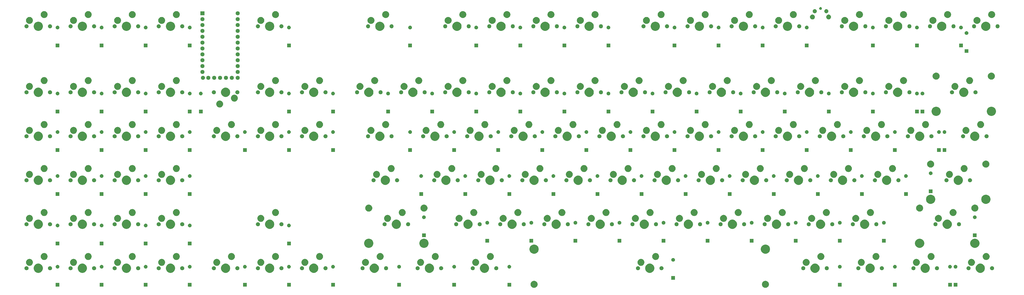
<source format=gbr>
G04 #@! TF.GenerationSoftware,KiCad,Pcbnew,(5.0.1)-4*
G04 #@! TF.CreationDate,2019-03-27T07:27:33+08:00*
G04 #@! TF.ProjectId,south-chonk,736F7574682D63686F6E6B2E6B696361,1*
G04 #@! TF.SameCoordinates,Original*
G04 #@! TF.FileFunction,Soldermask,Top*
G04 #@! TF.FilePolarity,Negative*
%FSLAX46Y46*%
G04 Gerber Fmt 4.6, Leading zero omitted, Abs format (unit mm)*
G04 Created by KiCad (PCBNEW (5.0.1)-4) date 3/27/2019 7:27:33 AM*
%MOMM*%
%LPD*%
G01*
G04 APERTURE LIST*
%ADD10C,0.100000*%
G04 APERTURE END LIST*
D10*
G36*
X343142145Y-138830522D02*
X343338434Y-138869566D01*
X343615785Y-138984449D01*
X343865396Y-139151234D01*
X344077666Y-139363504D01*
X344077668Y-139363507D01*
X344244451Y-139613115D01*
X344359334Y-139890466D01*
X344417900Y-140184899D01*
X344417900Y-140485101D01*
X344359334Y-140779534D01*
X344244451Y-141056885D01*
X344077666Y-141306496D01*
X343865396Y-141518766D01*
X343865393Y-141518768D01*
X343615785Y-141685551D01*
X343338434Y-141800434D01*
X343142145Y-141839478D01*
X343044002Y-141859000D01*
X342743798Y-141859000D01*
X342645655Y-141839478D01*
X342449366Y-141800434D01*
X342172015Y-141685551D01*
X341922407Y-141518768D01*
X341922404Y-141518766D01*
X341710134Y-141306496D01*
X341543349Y-141056885D01*
X341428466Y-140779534D01*
X341369900Y-140485101D01*
X341369900Y-140184899D01*
X341428466Y-139890466D01*
X341543349Y-139613115D01*
X341710132Y-139363507D01*
X341710134Y-139363504D01*
X341922404Y-139151234D01*
X342172015Y-138984449D01*
X342449366Y-138869566D01*
X342645655Y-138830522D01*
X342743798Y-138811000D01*
X343044002Y-138811000D01*
X343142145Y-138830522D01*
X343142145Y-138830522D01*
G37*
G36*
X243142345Y-138830522D02*
X243338634Y-138869566D01*
X243615985Y-138984449D01*
X243865596Y-139151234D01*
X244077866Y-139363504D01*
X244077868Y-139363507D01*
X244244651Y-139613115D01*
X244359534Y-139890466D01*
X244418100Y-140184899D01*
X244418100Y-140485101D01*
X244359534Y-140779534D01*
X244244651Y-141056885D01*
X244077866Y-141306496D01*
X243865596Y-141518766D01*
X243865593Y-141518768D01*
X243615985Y-141685551D01*
X243338634Y-141800434D01*
X243142345Y-141839478D01*
X243044202Y-141859000D01*
X242743998Y-141859000D01*
X242645855Y-141839478D01*
X242449566Y-141800434D01*
X242172215Y-141685551D01*
X241922607Y-141518768D01*
X241922604Y-141518766D01*
X241710334Y-141306496D01*
X241543549Y-141056885D01*
X241428666Y-140779534D01*
X241370100Y-140485101D01*
X241370100Y-140184899D01*
X241428666Y-139890466D01*
X241543549Y-139613115D01*
X241710332Y-139363507D01*
X241710334Y-139363504D01*
X241922604Y-139151234D01*
X242172215Y-138984449D01*
X242449566Y-138869566D01*
X242645855Y-138830522D01*
X242743998Y-138811000D01*
X243044202Y-138811000D01*
X243142345Y-138830522D01*
X243142345Y-138830522D01*
G37*
G36*
X232972000Y-141294000D02*
X231372000Y-141294000D01*
X231372000Y-139694000D01*
X232972000Y-139694000D01*
X232972000Y-141294000D01*
X232972000Y-141294000D01*
G37*
G36*
X423472000Y-141294000D02*
X421872000Y-141294000D01*
X421872000Y-139694000D01*
X423472000Y-139694000D01*
X423472000Y-141294000D01*
X423472000Y-141294000D01*
G37*
G36*
X399660000Y-141294000D02*
X398060000Y-141294000D01*
X398060000Y-139694000D01*
X399660000Y-139694000D01*
X399660000Y-141294000D01*
X399660000Y-141294000D01*
G37*
G36*
X375847000Y-141294000D02*
X374247000Y-141294000D01*
X374247000Y-139694000D01*
X375847000Y-139694000D01*
X375847000Y-141294000D01*
X375847000Y-141294000D01*
G37*
G36*
X209160000Y-141294000D02*
X207560000Y-141294000D01*
X207560000Y-139694000D01*
X209160000Y-139694000D01*
X209160000Y-141294000D01*
X209160000Y-141294000D01*
G37*
G36*
X185347000Y-141294000D02*
X183747000Y-141294000D01*
X183747000Y-139694000D01*
X185347000Y-139694000D01*
X185347000Y-141294000D01*
X185347000Y-141294000D01*
G37*
G36*
X156772000Y-141294000D02*
X155172000Y-141294000D01*
X155172000Y-139694000D01*
X156772000Y-139694000D01*
X156772000Y-141294000D01*
X156772000Y-141294000D01*
G37*
G36*
X137722000Y-141294000D02*
X136122000Y-141294000D01*
X136122000Y-139694000D01*
X137722000Y-139694000D01*
X137722000Y-141294000D01*
X137722000Y-141294000D01*
G37*
G36*
X118672000Y-141294000D02*
X117072000Y-141294000D01*
X117072000Y-139694000D01*
X118672000Y-139694000D01*
X118672000Y-141294000D01*
X118672000Y-141294000D01*
G37*
G36*
X94859400Y-141294000D02*
X93259400Y-141294000D01*
X93259400Y-139694000D01*
X94859400Y-139694000D01*
X94859400Y-141294000D01*
X94859400Y-141294000D01*
G37*
G36*
X75809400Y-141294000D02*
X74209400Y-141294000D01*
X74209400Y-139694000D01*
X75809400Y-139694000D01*
X75809400Y-141294000D01*
X75809400Y-141294000D01*
G37*
G36*
X56759400Y-141294000D02*
X55159400Y-141294000D01*
X55159400Y-139694000D01*
X56759400Y-139694000D01*
X56759400Y-141294000D01*
X56759400Y-141294000D01*
G37*
G36*
X425853000Y-141294000D02*
X424253000Y-141294000D01*
X424253000Y-139694000D01*
X425853000Y-139694000D01*
X425853000Y-141294000D01*
X425853000Y-141294000D01*
G37*
G36*
X37709400Y-141294000D02*
X36109400Y-141294000D01*
X36109400Y-139694000D01*
X37709400Y-139694000D01*
X37709400Y-141294000D01*
X37709400Y-141294000D01*
G37*
G36*
X303814000Y-138317000D02*
X302214000Y-138317000D01*
X302214000Y-136717000D01*
X303814000Y-136717000D01*
X303814000Y-138317000D01*
X303814000Y-138317000D01*
G37*
G36*
X364912599Y-131432724D02*
X365275466Y-131583028D01*
X365602037Y-131801236D01*
X365879764Y-132078963D01*
X366097972Y-132405534D01*
X366248276Y-132768401D01*
X366324900Y-133153618D01*
X366324900Y-133546382D01*
X366248276Y-133931599D01*
X366097972Y-134294466D01*
X365879764Y-134621037D01*
X365602037Y-134898764D01*
X365275466Y-135116972D01*
X364912599Y-135267276D01*
X364527382Y-135343900D01*
X364134618Y-135343900D01*
X363749401Y-135267276D01*
X363386534Y-135116972D01*
X363059963Y-134898764D01*
X362782236Y-134621037D01*
X362564028Y-134294466D01*
X362413724Y-133931599D01*
X362337100Y-133546382D01*
X362337100Y-133153618D01*
X362413724Y-132768401D01*
X362564028Y-132405534D01*
X362782236Y-132078963D01*
X363059963Y-131801236D01*
X363386534Y-131583028D01*
X363749401Y-131432724D01*
X364134618Y-131356100D01*
X364527382Y-131356100D01*
X364912599Y-131432724D01*
X364912599Y-131432724D01*
G37*
G36*
X110119599Y-131432724D02*
X110482466Y-131583028D01*
X110809037Y-131801236D01*
X111086764Y-132078963D01*
X111304972Y-132405534D01*
X111455276Y-132768401D01*
X111531900Y-133153618D01*
X111531900Y-133546382D01*
X111455276Y-133931599D01*
X111304972Y-134294466D01*
X111086764Y-134621037D01*
X110809037Y-134898764D01*
X110482466Y-135116972D01*
X110119599Y-135267276D01*
X109734382Y-135343900D01*
X109341618Y-135343900D01*
X108956401Y-135267276D01*
X108593534Y-135116972D01*
X108266963Y-134898764D01*
X107989236Y-134621037D01*
X107771028Y-134294466D01*
X107620724Y-133931599D01*
X107544100Y-133546382D01*
X107544100Y-133153618D01*
X107620724Y-132768401D01*
X107771028Y-132405534D01*
X107989236Y-132078963D01*
X108266963Y-131801236D01*
X108593534Y-131583028D01*
X108956401Y-131432724D01*
X109341618Y-131356100D01*
X109734382Y-131356100D01*
X110119599Y-131432724D01*
X110119599Y-131432724D01*
G37*
G36*
X86306599Y-131432724D02*
X86669466Y-131583028D01*
X86996037Y-131801236D01*
X87273764Y-132078963D01*
X87491972Y-132405534D01*
X87642276Y-132768401D01*
X87718900Y-133153618D01*
X87718900Y-133546382D01*
X87642276Y-133931599D01*
X87491972Y-134294466D01*
X87273764Y-134621037D01*
X86996037Y-134898764D01*
X86669466Y-135116972D01*
X86306599Y-135267276D01*
X85921382Y-135343900D01*
X85528618Y-135343900D01*
X85143401Y-135267276D01*
X84780534Y-135116972D01*
X84453963Y-134898764D01*
X84176236Y-134621037D01*
X83958028Y-134294466D01*
X83807724Y-133931599D01*
X83731100Y-133546382D01*
X83731100Y-133153618D01*
X83807724Y-132768401D01*
X83958028Y-132405534D01*
X84176236Y-132078963D01*
X84453963Y-131801236D01*
X84780534Y-131583028D01*
X85143401Y-131432724D01*
X85528618Y-131356100D01*
X85921382Y-131356100D01*
X86306599Y-131432724D01*
X86306599Y-131432724D01*
G37*
G36*
X67256599Y-131432724D02*
X67619466Y-131583028D01*
X67946037Y-131801236D01*
X68223764Y-132078963D01*
X68441972Y-132405534D01*
X68592276Y-132768401D01*
X68668900Y-133153618D01*
X68668900Y-133546382D01*
X68592276Y-133931599D01*
X68441972Y-134294466D01*
X68223764Y-134621037D01*
X67946037Y-134898764D01*
X67619466Y-135116972D01*
X67256599Y-135267276D01*
X66871382Y-135343900D01*
X66478618Y-135343900D01*
X66093401Y-135267276D01*
X65730534Y-135116972D01*
X65403963Y-134898764D01*
X65126236Y-134621037D01*
X64908028Y-134294466D01*
X64757724Y-133931599D01*
X64681100Y-133546382D01*
X64681100Y-133153618D01*
X64757724Y-132768401D01*
X64908028Y-132405534D01*
X65126236Y-132078963D01*
X65403963Y-131801236D01*
X65730534Y-131583028D01*
X66093401Y-131432724D01*
X66478618Y-131356100D01*
X66871382Y-131356100D01*
X67256599Y-131432724D01*
X67256599Y-131432724D01*
G37*
G36*
X48206599Y-131432724D02*
X48569466Y-131583028D01*
X48896037Y-131801236D01*
X49173764Y-132078963D01*
X49391972Y-132405534D01*
X49542276Y-132768401D01*
X49618900Y-133153618D01*
X49618900Y-133546382D01*
X49542276Y-133931599D01*
X49391972Y-134294466D01*
X49173764Y-134621037D01*
X48896037Y-134898764D01*
X48569466Y-135116972D01*
X48206599Y-135267276D01*
X47821382Y-135343900D01*
X47428618Y-135343900D01*
X47043401Y-135267276D01*
X46680534Y-135116972D01*
X46353963Y-134898764D01*
X46076236Y-134621037D01*
X45858028Y-134294466D01*
X45707724Y-133931599D01*
X45631100Y-133546382D01*
X45631100Y-133153618D01*
X45707724Y-132768401D01*
X45858028Y-132405534D01*
X46076236Y-132078963D01*
X46353963Y-131801236D01*
X46680534Y-131583028D01*
X47043401Y-131432724D01*
X47428618Y-131356100D01*
X47821382Y-131356100D01*
X48206599Y-131432724D01*
X48206599Y-131432724D01*
G37*
G36*
X129169599Y-131432724D02*
X129532466Y-131583028D01*
X129859037Y-131801236D01*
X130136764Y-132078963D01*
X130354972Y-132405534D01*
X130505276Y-132768401D01*
X130581900Y-133153618D01*
X130581900Y-133546382D01*
X130505276Y-133931599D01*
X130354972Y-134294466D01*
X130136764Y-134621037D01*
X129859037Y-134898764D01*
X129532466Y-135116972D01*
X129169599Y-135267276D01*
X128784382Y-135343900D01*
X128391618Y-135343900D01*
X128006401Y-135267276D01*
X127643534Y-135116972D01*
X127316963Y-134898764D01*
X127039236Y-134621037D01*
X126821028Y-134294466D01*
X126670724Y-133931599D01*
X126594100Y-133546382D01*
X126594100Y-133153618D01*
X126670724Y-132768401D01*
X126821028Y-132405534D01*
X127039236Y-132078963D01*
X127316963Y-131801236D01*
X127643534Y-131583028D01*
X128006401Y-131432724D01*
X128391618Y-131356100D01*
X128784382Y-131356100D01*
X129169599Y-131432724D01*
X129169599Y-131432724D01*
G37*
G36*
X293475599Y-131432724D02*
X293838466Y-131583028D01*
X294165037Y-131801236D01*
X294442764Y-132078963D01*
X294660972Y-132405534D01*
X294811276Y-132768401D01*
X294887900Y-133153618D01*
X294887900Y-133546382D01*
X294811276Y-133931599D01*
X294660972Y-134294466D01*
X294442764Y-134621037D01*
X294165037Y-134898764D01*
X293838466Y-135116972D01*
X293475599Y-135267276D01*
X293090382Y-135343900D01*
X292697618Y-135343900D01*
X292312401Y-135267276D01*
X291949534Y-135116972D01*
X291622963Y-134898764D01*
X291345236Y-134621037D01*
X291127028Y-134294466D01*
X290976724Y-133931599D01*
X290900100Y-133546382D01*
X290900100Y-133153618D01*
X290976724Y-132768401D01*
X291127028Y-132405534D01*
X291345236Y-132078963D01*
X291622963Y-131801236D01*
X291949534Y-131583028D01*
X292312401Y-131432724D01*
X292697618Y-131356100D01*
X293090382Y-131356100D01*
X293475599Y-131432724D01*
X293475599Y-131432724D01*
G37*
G36*
X412537599Y-131432724D02*
X412900466Y-131583028D01*
X413227037Y-131801236D01*
X413504764Y-132078963D01*
X413722972Y-132405534D01*
X413873276Y-132768401D01*
X413949900Y-133153618D01*
X413949900Y-133546382D01*
X413873276Y-133931599D01*
X413722972Y-134294466D01*
X413504764Y-134621037D01*
X413227037Y-134898764D01*
X412900466Y-135116972D01*
X412537599Y-135267276D01*
X412152382Y-135343900D01*
X411759618Y-135343900D01*
X411374401Y-135267276D01*
X411011534Y-135116972D01*
X410684963Y-134898764D01*
X410407236Y-134621037D01*
X410189028Y-134294466D01*
X410038724Y-133931599D01*
X409962100Y-133546382D01*
X409962100Y-133153618D01*
X410038724Y-132768401D01*
X410189028Y-132405534D01*
X410407236Y-132078963D01*
X410684963Y-131801236D01*
X411011534Y-131583028D01*
X411374401Y-131432724D01*
X411759618Y-131356100D01*
X412152382Y-131356100D01*
X412537599Y-131432724D01*
X412537599Y-131432724D01*
G37*
G36*
X222037599Y-131432724D02*
X222400466Y-131583028D01*
X222727037Y-131801236D01*
X223004764Y-132078963D01*
X223222972Y-132405534D01*
X223373276Y-132768401D01*
X223449900Y-133153618D01*
X223449900Y-133546382D01*
X223373276Y-133931599D01*
X223222972Y-134294466D01*
X223004764Y-134621037D01*
X222727037Y-134898764D01*
X222400466Y-135116972D01*
X222037599Y-135267276D01*
X221652382Y-135343900D01*
X221259618Y-135343900D01*
X220874401Y-135267276D01*
X220511534Y-135116972D01*
X220184963Y-134898764D01*
X219907236Y-134621037D01*
X219689028Y-134294466D01*
X219538724Y-133931599D01*
X219462100Y-133546382D01*
X219462100Y-133153618D01*
X219538724Y-132768401D01*
X219689028Y-132405534D01*
X219907236Y-132078963D01*
X220184963Y-131801236D01*
X220511534Y-131583028D01*
X220874401Y-131432724D01*
X221259618Y-131356100D01*
X221652382Y-131356100D01*
X222037599Y-131432724D01*
X222037599Y-131432724D01*
G37*
G36*
X198225599Y-131432724D02*
X198588466Y-131583028D01*
X198915037Y-131801236D01*
X199192764Y-132078963D01*
X199410972Y-132405534D01*
X199561276Y-132768401D01*
X199637900Y-133153618D01*
X199637900Y-133546382D01*
X199561276Y-133931599D01*
X199410972Y-134294466D01*
X199192764Y-134621037D01*
X198915037Y-134898764D01*
X198588466Y-135116972D01*
X198225599Y-135267276D01*
X197840382Y-135343900D01*
X197447618Y-135343900D01*
X197062401Y-135267276D01*
X196699534Y-135116972D01*
X196372963Y-134898764D01*
X196095236Y-134621037D01*
X195877028Y-134294466D01*
X195726724Y-133931599D01*
X195650100Y-133546382D01*
X195650100Y-133153618D01*
X195726724Y-132768401D01*
X195877028Y-132405534D01*
X196095236Y-132078963D01*
X196372963Y-131801236D01*
X196699534Y-131583028D01*
X197062401Y-131432724D01*
X197447618Y-131356100D01*
X197840382Y-131356100D01*
X198225599Y-131432724D01*
X198225599Y-131432724D01*
G37*
G36*
X29156599Y-131432724D02*
X29519466Y-131583028D01*
X29846037Y-131801236D01*
X30123764Y-132078963D01*
X30341972Y-132405534D01*
X30492276Y-132768401D01*
X30568900Y-133153618D01*
X30568900Y-133546382D01*
X30492276Y-133931599D01*
X30341972Y-134294466D01*
X30123764Y-134621037D01*
X29846037Y-134898764D01*
X29519466Y-135116972D01*
X29156599Y-135267276D01*
X28771382Y-135343900D01*
X28378618Y-135343900D01*
X27993401Y-135267276D01*
X27630534Y-135116972D01*
X27303963Y-134898764D01*
X27026236Y-134621037D01*
X26808028Y-134294466D01*
X26657724Y-133931599D01*
X26581100Y-133546382D01*
X26581100Y-133153618D01*
X26657724Y-132768401D01*
X26808028Y-132405534D01*
X27026236Y-132078963D01*
X27303963Y-131801236D01*
X27630534Y-131583028D01*
X27993401Y-131432724D01*
X28378618Y-131356100D01*
X28771382Y-131356100D01*
X29156599Y-131432724D01*
X29156599Y-131432724D01*
G37*
G36*
X148219599Y-131432724D02*
X148582466Y-131583028D01*
X148909037Y-131801236D01*
X149186764Y-132078963D01*
X149404972Y-132405534D01*
X149555276Y-132768401D01*
X149631900Y-133153618D01*
X149631900Y-133546382D01*
X149555276Y-133931599D01*
X149404972Y-134294466D01*
X149186764Y-134621037D01*
X148909037Y-134898764D01*
X148582466Y-135116972D01*
X148219599Y-135267276D01*
X147834382Y-135343900D01*
X147441618Y-135343900D01*
X147056401Y-135267276D01*
X146693534Y-135116972D01*
X146366963Y-134898764D01*
X146089236Y-134621037D01*
X145871028Y-134294466D01*
X145720724Y-133931599D01*
X145644100Y-133546382D01*
X145644100Y-133153618D01*
X145720724Y-132768401D01*
X145871028Y-132405534D01*
X146089236Y-132078963D01*
X146366963Y-131801236D01*
X146693534Y-131583028D01*
X147056401Y-131432724D01*
X147441618Y-131356100D01*
X147834382Y-131356100D01*
X148219599Y-131432724D01*
X148219599Y-131432724D01*
G37*
G36*
X174412599Y-131432724D02*
X174775466Y-131583028D01*
X175102037Y-131801236D01*
X175379764Y-132078963D01*
X175597972Y-132405534D01*
X175748276Y-132768401D01*
X175824900Y-133153618D01*
X175824900Y-133546382D01*
X175748276Y-133931599D01*
X175597972Y-134294466D01*
X175379764Y-134621037D01*
X175102037Y-134898764D01*
X174775466Y-135116972D01*
X174412599Y-135267276D01*
X174027382Y-135343900D01*
X173634618Y-135343900D01*
X173249401Y-135267276D01*
X172886534Y-135116972D01*
X172559963Y-134898764D01*
X172282236Y-134621037D01*
X172064028Y-134294466D01*
X171913724Y-133931599D01*
X171837100Y-133546382D01*
X171837100Y-133153618D01*
X171913724Y-132768401D01*
X172064028Y-132405534D01*
X172282236Y-132078963D01*
X172559963Y-131801236D01*
X172886534Y-131583028D01*
X173249401Y-131432724D01*
X173634618Y-131356100D01*
X174027382Y-131356100D01*
X174412599Y-131432724D01*
X174412599Y-131432724D01*
G37*
G36*
X388725599Y-131432724D02*
X389088466Y-131583028D01*
X389415037Y-131801236D01*
X389692764Y-132078963D01*
X389910972Y-132405534D01*
X390061276Y-132768401D01*
X390137900Y-133153618D01*
X390137900Y-133546382D01*
X390061276Y-133931599D01*
X389910972Y-134294466D01*
X389692764Y-134621037D01*
X389415037Y-134898764D01*
X389088466Y-135116972D01*
X388725599Y-135267276D01*
X388340382Y-135343900D01*
X387947618Y-135343900D01*
X387562401Y-135267276D01*
X387199534Y-135116972D01*
X386872963Y-134898764D01*
X386595236Y-134621037D01*
X386377028Y-134294466D01*
X386226724Y-133931599D01*
X386150100Y-133546382D01*
X386150100Y-133153618D01*
X386226724Y-132768401D01*
X386377028Y-132405534D01*
X386595236Y-132078963D01*
X386872963Y-131801236D01*
X387199534Y-131583028D01*
X387562401Y-131432724D01*
X387947618Y-131356100D01*
X388340382Y-131356100D01*
X388725599Y-131432724D01*
X388725599Y-131432724D01*
G37*
G36*
X436350599Y-131432724D02*
X436713466Y-131583028D01*
X437040037Y-131801236D01*
X437317764Y-132078963D01*
X437535972Y-132405534D01*
X437686276Y-132768401D01*
X437762900Y-133153618D01*
X437762900Y-133546382D01*
X437686276Y-133931599D01*
X437535972Y-134294466D01*
X437317764Y-134621037D01*
X437040037Y-134898764D01*
X436713466Y-135116972D01*
X436350599Y-135267276D01*
X435965382Y-135343900D01*
X435572618Y-135343900D01*
X435187401Y-135267276D01*
X434824534Y-135116972D01*
X434497963Y-134898764D01*
X434220236Y-134621037D01*
X434002028Y-134294466D01*
X433851724Y-133931599D01*
X433775100Y-133546382D01*
X433775100Y-133153618D01*
X433851724Y-132768401D01*
X434002028Y-132405534D01*
X434220236Y-132078963D01*
X434497963Y-131801236D01*
X434824534Y-131583028D01*
X435187401Y-131432724D01*
X435572618Y-131356100D01*
X435965382Y-131356100D01*
X436350599Y-131432724D01*
X436350599Y-131432724D01*
G37*
G36*
X393479228Y-132508625D02*
X393638467Y-132574584D01*
X393781783Y-132670345D01*
X393903655Y-132792217D01*
X393999416Y-132935533D01*
X394065375Y-133094772D01*
X394099000Y-133263819D01*
X394099000Y-133436181D01*
X394065375Y-133605228D01*
X393999416Y-133764467D01*
X393903655Y-133907783D01*
X393781783Y-134029655D01*
X393638467Y-134125416D01*
X393479228Y-134191375D01*
X393310181Y-134225000D01*
X393137819Y-134225000D01*
X392968772Y-134191375D01*
X392809533Y-134125416D01*
X392666217Y-134029655D01*
X392544345Y-133907783D01*
X392448584Y-133764467D01*
X392382625Y-133605228D01*
X392349000Y-133436181D01*
X392349000Y-133263819D01*
X392382625Y-133094772D01*
X392448584Y-132935533D01*
X392544345Y-132792217D01*
X392666217Y-132670345D01*
X392809533Y-132574584D01*
X392968772Y-132508625D01*
X393137819Y-132475000D01*
X393310181Y-132475000D01*
X393479228Y-132508625D01*
X393479228Y-132508625D01*
G37*
G36*
X123763228Y-132508625D02*
X123922467Y-132574584D01*
X124065783Y-132670345D01*
X124187655Y-132792217D01*
X124283416Y-132935533D01*
X124349375Y-133094772D01*
X124383000Y-133263819D01*
X124383000Y-133436181D01*
X124349375Y-133605228D01*
X124283416Y-133764467D01*
X124187655Y-133907783D01*
X124065783Y-134029655D01*
X123922467Y-134125416D01*
X123763228Y-134191375D01*
X123594181Y-134225000D01*
X123421819Y-134225000D01*
X123252772Y-134191375D01*
X123093533Y-134125416D01*
X122950217Y-134029655D01*
X122828345Y-133907783D01*
X122732584Y-133764467D01*
X122666625Y-133605228D01*
X122633000Y-133436181D01*
X122633000Y-133263819D01*
X122666625Y-133094772D01*
X122732584Y-132935533D01*
X122828345Y-132792217D01*
X122950217Y-132670345D01*
X123093533Y-132574584D01*
X123252772Y-132508625D01*
X123421819Y-132475000D01*
X123594181Y-132475000D01*
X123763228Y-132508625D01*
X123763228Y-132508625D01*
G37*
G36*
X133923228Y-132508625D02*
X134082467Y-132574584D01*
X134225783Y-132670345D01*
X134347655Y-132792217D01*
X134443416Y-132935533D01*
X134509375Y-133094772D01*
X134543000Y-133263819D01*
X134543000Y-133436181D01*
X134509375Y-133605228D01*
X134443416Y-133764467D01*
X134347655Y-133907783D01*
X134225783Y-134029655D01*
X134082467Y-134125416D01*
X133923228Y-134191375D01*
X133754181Y-134225000D01*
X133581819Y-134225000D01*
X133412772Y-134191375D01*
X133253533Y-134125416D01*
X133110217Y-134029655D01*
X132988345Y-133907783D01*
X132892584Y-133764467D01*
X132826625Y-133605228D01*
X132793000Y-133436181D01*
X132793000Y-133263819D01*
X132826625Y-133094772D01*
X132892584Y-132935533D01*
X132988345Y-132792217D01*
X133110217Y-132670345D01*
X133253533Y-132574584D01*
X133412772Y-132508625D01*
X133581819Y-132475000D01*
X133754181Y-132475000D01*
X133923228Y-132508625D01*
X133923228Y-132508625D01*
G37*
G36*
X202979228Y-132508625D02*
X203138467Y-132574584D01*
X203281783Y-132670345D01*
X203403655Y-132792217D01*
X203499416Y-132935533D01*
X203565375Y-133094772D01*
X203599000Y-133263819D01*
X203599000Y-133436181D01*
X203565375Y-133605228D01*
X203499416Y-133764467D01*
X203403655Y-133907783D01*
X203281783Y-134029655D01*
X203138467Y-134125416D01*
X202979228Y-134191375D01*
X202810181Y-134225000D01*
X202637819Y-134225000D01*
X202468772Y-134191375D01*
X202309533Y-134125416D01*
X202166217Y-134029655D01*
X202044345Y-133907783D01*
X201948584Y-133764467D01*
X201882625Y-133605228D01*
X201849000Y-133436181D01*
X201849000Y-133263819D01*
X201882625Y-133094772D01*
X201948584Y-132935533D01*
X202044345Y-132792217D01*
X202166217Y-132670345D01*
X202309533Y-132574584D01*
X202468772Y-132508625D01*
X202637819Y-132475000D01*
X202810181Y-132475000D01*
X202979228Y-132508625D01*
X202979228Y-132508625D01*
G37*
G36*
X216631228Y-132508625D02*
X216790467Y-132574584D01*
X216933783Y-132670345D01*
X217055655Y-132792217D01*
X217151416Y-132935533D01*
X217217375Y-133094772D01*
X217251000Y-133263819D01*
X217251000Y-133436181D01*
X217217375Y-133605228D01*
X217151416Y-133764467D01*
X217055655Y-133907783D01*
X216933783Y-134029655D01*
X216790467Y-134125416D01*
X216631228Y-134191375D01*
X216462181Y-134225000D01*
X216289819Y-134225000D01*
X216120772Y-134191375D01*
X215961533Y-134125416D01*
X215818217Y-134029655D01*
X215696345Y-133907783D01*
X215600584Y-133764467D01*
X215534625Y-133605228D01*
X215501000Y-133436181D01*
X215501000Y-133263819D01*
X215534625Y-133094772D01*
X215600584Y-132935533D01*
X215696345Y-132792217D01*
X215818217Y-132670345D01*
X215961533Y-132574584D01*
X216120772Y-132508625D01*
X216289819Y-132475000D01*
X216462181Y-132475000D01*
X216631228Y-132508625D01*
X216631228Y-132508625D01*
G37*
G36*
X91060228Y-132508625D02*
X91219467Y-132574584D01*
X91362783Y-132670345D01*
X91484655Y-132792217D01*
X91580416Y-132935533D01*
X91646375Y-133094772D01*
X91680000Y-133263819D01*
X91680000Y-133436181D01*
X91646375Y-133605228D01*
X91580416Y-133764467D01*
X91484655Y-133907783D01*
X91362783Y-134029655D01*
X91219467Y-134125416D01*
X91060228Y-134191375D01*
X90891181Y-134225000D01*
X90718819Y-134225000D01*
X90549772Y-134191375D01*
X90390533Y-134125416D01*
X90247217Y-134029655D01*
X90125345Y-133907783D01*
X90029584Y-133764467D01*
X89963625Y-133605228D01*
X89930000Y-133436181D01*
X89930000Y-133263819D01*
X89963625Y-133094772D01*
X90029584Y-132935533D01*
X90125345Y-132792217D01*
X90247217Y-132670345D01*
X90390533Y-132574584D01*
X90549772Y-132508625D01*
X90718819Y-132475000D01*
X90891181Y-132475000D01*
X91060228Y-132508625D01*
X91060228Y-132508625D01*
G37*
G36*
X369666228Y-132508625D02*
X369825467Y-132574584D01*
X369968783Y-132670345D01*
X370090655Y-132792217D01*
X370186416Y-132935533D01*
X370252375Y-133094772D01*
X370286000Y-133263819D01*
X370286000Y-133436181D01*
X370252375Y-133605228D01*
X370186416Y-133764467D01*
X370090655Y-133907783D01*
X369968783Y-134029655D01*
X369825467Y-134125416D01*
X369666228Y-134191375D01*
X369497181Y-134225000D01*
X369324819Y-134225000D01*
X369155772Y-134191375D01*
X368996533Y-134125416D01*
X368853217Y-134029655D01*
X368731345Y-133907783D01*
X368635584Y-133764467D01*
X368569625Y-133605228D01*
X368536000Y-133436181D01*
X368536000Y-133263819D01*
X368569625Y-133094772D01*
X368635584Y-132935533D01*
X368731345Y-132792217D01*
X368853217Y-132670345D01*
X368996533Y-132574584D01*
X369155772Y-132508625D01*
X369324819Y-132475000D01*
X369497181Y-132475000D01*
X369666228Y-132508625D01*
X369666228Y-132508625D01*
G37*
G36*
X359506228Y-132508625D02*
X359665467Y-132574584D01*
X359808783Y-132670345D01*
X359930655Y-132792217D01*
X360026416Y-132935533D01*
X360092375Y-133094772D01*
X360126000Y-133263819D01*
X360126000Y-133436181D01*
X360092375Y-133605228D01*
X360026416Y-133764467D01*
X359930655Y-133907783D01*
X359808783Y-134029655D01*
X359665467Y-134125416D01*
X359506228Y-134191375D01*
X359337181Y-134225000D01*
X359164819Y-134225000D01*
X358995772Y-134191375D01*
X358836533Y-134125416D01*
X358693217Y-134029655D01*
X358571345Y-133907783D01*
X358475584Y-133764467D01*
X358409625Y-133605228D01*
X358376000Y-133436181D01*
X358376000Y-133263819D01*
X358409625Y-133094772D01*
X358475584Y-132935533D01*
X358571345Y-132792217D01*
X358693217Y-132670345D01*
X358836533Y-132574584D01*
X358995772Y-132508625D01*
X359164819Y-132475000D01*
X359337181Y-132475000D01*
X359506228Y-132508625D01*
X359506228Y-132508625D01*
G37*
G36*
X104713228Y-132508625D02*
X104872467Y-132574584D01*
X105015783Y-132670345D01*
X105137655Y-132792217D01*
X105233416Y-132935533D01*
X105299375Y-133094772D01*
X105333000Y-133263819D01*
X105333000Y-133436181D01*
X105299375Y-133605228D01*
X105233416Y-133764467D01*
X105137655Y-133907783D01*
X105015783Y-134029655D01*
X104872467Y-134125416D01*
X104713228Y-134191375D01*
X104544181Y-134225000D01*
X104371819Y-134225000D01*
X104202772Y-134191375D01*
X104043533Y-134125416D01*
X103900217Y-134029655D01*
X103778345Y-133907783D01*
X103682584Y-133764467D01*
X103616625Y-133605228D01*
X103583000Y-133436181D01*
X103583000Y-133263819D01*
X103616625Y-133094772D01*
X103682584Y-132935533D01*
X103778345Y-132792217D01*
X103900217Y-132670345D01*
X104043533Y-132574584D01*
X104202772Y-132508625D01*
X104371819Y-132475000D01*
X104544181Y-132475000D01*
X104713228Y-132508625D01*
X104713228Y-132508625D01*
G37*
G36*
X114873228Y-132508625D02*
X115032467Y-132574584D01*
X115175783Y-132670345D01*
X115297655Y-132792217D01*
X115393416Y-132935533D01*
X115459375Y-133094772D01*
X115493000Y-133263819D01*
X115493000Y-133436181D01*
X115459375Y-133605228D01*
X115393416Y-133764467D01*
X115297655Y-133907783D01*
X115175783Y-134029655D01*
X115032467Y-134125416D01*
X114873228Y-134191375D01*
X114704181Y-134225000D01*
X114531819Y-134225000D01*
X114362772Y-134191375D01*
X114203533Y-134125416D01*
X114060217Y-134029655D01*
X113938345Y-133907783D01*
X113842584Y-133764467D01*
X113776625Y-133605228D01*
X113743000Y-133436181D01*
X113743000Y-133263819D01*
X113776625Y-133094772D01*
X113842584Y-132935533D01*
X113938345Y-132792217D01*
X114060217Y-132670345D01*
X114203533Y-132574584D01*
X114362772Y-132508625D01*
X114531819Y-132475000D01*
X114704181Y-132475000D01*
X114873228Y-132508625D01*
X114873228Y-132508625D01*
G37*
G36*
X383319228Y-132508625D02*
X383478467Y-132574584D01*
X383621783Y-132670345D01*
X383743655Y-132792217D01*
X383839416Y-132935533D01*
X383905375Y-133094772D01*
X383939000Y-133263819D01*
X383939000Y-133436181D01*
X383905375Y-133605228D01*
X383839416Y-133764467D01*
X383743655Y-133907783D01*
X383621783Y-134029655D01*
X383478467Y-134125416D01*
X383319228Y-134191375D01*
X383150181Y-134225000D01*
X382977819Y-134225000D01*
X382808772Y-134191375D01*
X382649533Y-134125416D01*
X382506217Y-134029655D01*
X382384345Y-133907783D01*
X382288584Y-133764467D01*
X382222625Y-133605228D01*
X382189000Y-133436181D01*
X382189000Y-133263819D01*
X382222625Y-133094772D01*
X382288584Y-132935533D01*
X382384345Y-132792217D01*
X382506217Y-132670345D01*
X382649533Y-132574584D01*
X382808772Y-132508625D01*
X382977819Y-132475000D01*
X383150181Y-132475000D01*
X383319228Y-132508625D01*
X383319228Y-132508625D01*
G37*
G36*
X417291228Y-132508625D02*
X417450467Y-132574584D01*
X417593783Y-132670345D01*
X417715655Y-132792217D01*
X417811416Y-132935533D01*
X417877375Y-133094772D01*
X417911000Y-133263819D01*
X417911000Y-133436181D01*
X417877375Y-133605228D01*
X417811416Y-133764467D01*
X417715655Y-133907783D01*
X417593783Y-134029655D01*
X417450467Y-134125416D01*
X417291228Y-134191375D01*
X417122181Y-134225000D01*
X416949819Y-134225000D01*
X416780772Y-134191375D01*
X416621533Y-134125416D01*
X416478217Y-134029655D01*
X416356345Y-133907783D01*
X416260584Y-133764467D01*
X416194625Y-133605228D01*
X416161000Y-133436181D01*
X416161000Y-133263819D01*
X416194625Y-133094772D01*
X416260584Y-132935533D01*
X416356345Y-132792217D01*
X416478217Y-132670345D01*
X416621533Y-132574584D01*
X416780772Y-132508625D01*
X416949819Y-132475000D01*
X417122181Y-132475000D01*
X417291228Y-132508625D01*
X417291228Y-132508625D01*
G37*
G36*
X407131228Y-132508625D02*
X407290467Y-132574584D01*
X407433783Y-132670345D01*
X407555655Y-132792217D01*
X407651416Y-132935533D01*
X407717375Y-133094772D01*
X407751000Y-133263819D01*
X407751000Y-133436181D01*
X407717375Y-133605228D01*
X407651416Y-133764467D01*
X407555655Y-133907783D01*
X407433783Y-134029655D01*
X407290467Y-134125416D01*
X407131228Y-134191375D01*
X406962181Y-134225000D01*
X406789819Y-134225000D01*
X406620772Y-134191375D01*
X406461533Y-134125416D01*
X406318217Y-134029655D01*
X406196345Y-133907783D01*
X406100584Y-133764467D01*
X406034625Y-133605228D01*
X406001000Y-133436181D01*
X406001000Y-133263819D01*
X406034625Y-133094772D01*
X406100584Y-132935533D01*
X406196345Y-132792217D01*
X406318217Y-132670345D01*
X406461533Y-132574584D01*
X406620772Y-132508625D01*
X406789819Y-132475000D01*
X406962181Y-132475000D01*
X407131228Y-132508625D01*
X407131228Y-132508625D01*
G37*
G36*
X80900228Y-132508625D02*
X81059467Y-132574584D01*
X81202783Y-132670345D01*
X81324655Y-132792217D01*
X81420416Y-132935533D01*
X81486375Y-133094772D01*
X81520000Y-133263819D01*
X81520000Y-133436181D01*
X81486375Y-133605228D01*
X81420416Y-133764467D01*
X81324655Y-133907783D01*
X81202783Y-134029655D01*
X81059467Y-134125416D01*
X80900228Y-134191375D01*
X80731181Y-134225000D01*
X80558819Y-134225000D01*
X80389772Y-134191375D01*
X80230533Y-134125416D01*
X80087217Y-134029655D01*
X79965345Y-133907783D01*
X79869584Y-133764467D01*
X79803625Y-133605228D01*
X79770000Y-133436181D01*
X79770000Y-133263819D01*
X79803625Y-133094772D01*
X79869584Y-132935533D01*
X79965345Y-132792217D01*
X80087217Y-132670345D01*
X80230533Y-132574584D01*
X80389772Y-132508625D01*
X80558819Y-132475000D01*
X80731181Y-132475000D01*
X80900228Y-132508625D01*
X80900228Y-132508625D01*
G37*
G36*
X192819228Y-132508625D02*
X192978467Y-132574584D01*
X193121783Y-132670345D01*
X193243655Y-132792217D01*
X193339416Y-132935533D01*
X193405375Y-133094772D01*
X193439000Y-133263819D01*
X193439000Y-133436181D01*
X193405375Y-133605228D01*
X193339416Y-133764467D01*
X193243655Y-133907783D01*
X193121783Y-134029655D01*
X192978467Y-134125416D01*
X192819228Y-134191375D01*
X192650181Y-134225000D01*
X192477819Y-134225000D01*
X192308772Y-134191375D01*
X192149533Y-134125416D01*
X192006217Y-134029655D01*
X191884345Y-133907783D01*
X191788584Y-133764467D01*
X191722625Y-133605228D01*
X191689000Y-133436181D01*
X191689000Y-133263819D01*
X191722625Y-133094772D01*
X191788584Y-132935533D01*
X191884345Y-132792217D01*
X192006217Y-132670345D01*
X192149533Y-132574584D01*
X192308772Y-132508625D01*
X192477819Y-132475000D01*
X192650181Y-132475000D01*
X192819228Y-132508625D01*
X192819228Y-132508625D01*
G37*
G36*
X179166228Y-132508625D02*
X179325467Y-132574584D01*
X179468783Y-132670345D01*
X179590655Y-132792217D01*
X179686416Y-132935533D01*
X179752375Y-133094772D01*
X179786000Y-133263819D01*
X179786000Y-133436181D01*
X179752375Y-133605228D01*
X179686416Y-133764467D01*
X179590655Y-133907783D01*
X179468783Y-134029655D01*
X179325467Y-134125416D01*
X179166228Y-134191375D01*
X178997181Y-134225000D01*
X178824819Y-134225000D01*
X178655772Y-134191375D01*
X178496533Y-134125416D01*
X178353217Y-134029655D01*
X178231345Y-133907783D01*
X178135584Y-133764467D01*
X178069625Y-133605228D01*
X178036000Y-133436181D01*
X178036000Y-133263819D01*
X178069625Y-133094772D01*
X178135584Y-132935533D01*
X178231345Y-132792217D01*
X178353217Y-132670345D01*
X178496533Y-132574584D01*
X178655772Y-132508625D01*
X178824819Y-132475000D01*
X178997181Y-132475000D01*
X179166228Y-132508625D01*
X179166228Y-132508625D01*
G37*
G36*
X169006228Y-132508625D02*
X169165467Y-132574584D01*
X169308783Y-132670345D01*
X169430655Y-132792217D01*
X169526416Y-132935533D01*
X169592375Y-133094772D01*
X169626000Y-133263819D01*
X169626000Y-133436181D01*
X169592375Y-133605228D01*
X169526416Y-133764467D01*
X169430655Y-133907783D01*
X169308783Y-134029655D01*
X169165467Y-134125416D01*
X169006228Y-134191375D01*
X168837181Y-134225000D01*
X168664819Y-134225000D01*
X168495772Y-134191375D01*
X168336533Y-134125416D01*
X168193217Y-134029655D01*
X168071345Y-133907783D01*
X167975584Y-133764467D01*
X167909625Y-133605228D01*
X167876000Y-133436181D01*
X167876000Y-133263819D01*
X167909625Y-133094772D01*
X167975584Y-132935533D01*
X168071345Y-132792217D01*
X168193217Y-132670345D01*
X168336533Y-132574584D01*
X168495772Y-132508625D01*
X168664819Y-132475000D01*
X168837181Y-132475000D01*
X169006228Y-132508625D01*
X169006228Y-132508625D01*
G37*
G36*
X288069228Y-132508625D02*
X288228467Y-132574584D01*
X288371783Y-132670345D01*
X288493655Y-132792217D01*
X288589416Y-132935533D01*
X288655375Y-133094772D01*
X288689000Y-133263819D01*
X288689000Y-133436181D01*
X288655375Y-133605228D01*
X288589416Y-133764467D01*
X288493655Y-133907783D01*
X288371783Y-134029655D01*
X288228467Y-134125416D01*
X288069228Y-134191375D01*
X287900181Y-134225000D01*
X287727819Y-134225000D01*
X287558772Y-134191375D01*
X287399533Y-134125416D01*
X287256217Y-134029655D01*
X287134345Y-133907783D01*
X287038584Y-133764467D01*
X286972625Y-133605228D01*
X286939000Y-133436181D01*
X286939000Y-133263819D01*
X286972625Y-133094772D01*
X287038584Y-132935533D01*
X287134345Y-132792217D01*
X287256217Y-132670345D01*
X287399533Y-132574584D01*
X287558772Y-132508625D01*
X287727819Y-132475000D01*
X287900181Y-132475000D01*
X288069228Y-132508625D01*
X288069228Y-132508625D01*
G37*
G36*
X61850228Y-132508625D02*
X62009467Y-132574584D01*
X62152783Y-132670345D01*
X62274655Y-132792217D01*
X62370416Y-132935533D01*
X62436375Y-133094772D01*
X62470000Y-133263819D01*
X62470000Y-133436181D01*
X62436375Y-133605228D01*
X62370416Y-133764467D01*
X62274655Y-133907783D01*
X62152783Y-134029655D01*
X62009467Y-134125416D01*
X61850228Y-134191375D01*
X61681181Y-134225000D01*
X61508819Y-134225000D01*
X61339772Y-134191375D01*
X61180533Y-134125416D01*
X61037217Y-134029655D01*
X60915345Y-133907783D01*
X60819584Y-133764467D01*
X60753625Y-133605228D01*
X60720000Y-133436181D01*
X60720000Y-133263819D01*
X60753625Y-133094772D01*
X60819584Y-132935533D01*
X60915345Y-132792217D01*
X61037217Y-132670345D01*
X61180533Y-132574584D01*
X61339772Y-132508625D01*
X61508819Y-132475000D01*
X61681181Y-132475000D01*
X61850228Y-132508625D01*
X61850228Y-132508625D01*
G37*
G36*
X72010228Y-132508625D02*
X72169467Y-132574584D01*
X72312783Y-132670345D01*
X72434655Y-132792217D01*
X72530416Y-132935533D01*
X72596375Y-133094772D01*
X72630000Y-133263819D01*
X72630000Y-133436181D01*
X72596375Y-133605228D01*
X72530416Y-133764467D01*
X72434655Y-133907783D01*
X72312783Y-134029655D01*
X72169467Y-134125416D01*
X72010228Y-134191375D01*
X71841181Y-134225000D01*
X71668819Y-134225000D01*
X71499772Y-134191375D01*
X71340533Y-134125416D01*
X71197217Y-134029655D01*
X71075345Y-133907783D01*
X70979584Y-133764467D01*
X70913625Y-133605228D01*
X70880000Y-133436181D01*
X70880000Y-133263819D01*
X70913625Y-133094772D01*
X70979584Y-132935533D01*
X71075345Y-132792217D01*
X71197217Y-132670345D01*
X71340533Y-132574584D01*
X71499772Y-132508625D01*
X71668819Y-132475000D01*
X71841181Y-132475000D01*
X72010228Y-132508625D01*
X72010228Y-132508625D01*
G37*
G36*
X430944228Y-132508625D02*
X431103467Y-132574584D01*
X431246783Y-132670345D01*
X431368655Y-132792217D01*
X431464416Y-132935533D01*
X431530375Y-133094772D01*
X431564000Y-133263819D01*
X431564000Y-133436181D01*
X431530375Y-133605228D01*
X431464416Y-133764467D01*
X431368655Y-133907783D01*
X431246783Y-134029655D01*
X431103467Y-134125416D01*
X430944228Y-134191375D01*
X430775181Y-134225000D01*
X430602819Y-134225000D01*
X430433772Y-134191375D01*
X430274533Y-134125416D01*
X430131217Y-134029655D01*
X430009345Y-133907783D01*
X429913584Y-133764467D01*
X429847625Y-133605228D01*
X429814000Y-133436181D01*
X429814000Y-133263819D01*
X429847625Y-133094772D01*
X429913584Y-132935533D01*
X430009345Y-132792217D01*
X430131217Y-132670345D01*
X430274533Y-132574584D01*
X430433772Y-132508625D01*
X430602819Y-132475000D01*
X430775181Y-132475000D01*
X430944228Y-132508625D01*
X430944228Y-132508625D01*
G37*
G36*
X52960228Y-132508625D02*
X53119467Y-132574584D01*
X53262783Y-132670345D01*
X53384655Y-132792217D01*
X53480416Y-132935533D01*
X53546375Y-133094772D01*
X53580000Y-133263819D01*
X53580000Y-133436181D01*
X53546375Y-133605228D01*
X53480416Y-133764467D01*
X53384655Y-133907783D01*
X53262783Y-134029655D01*
X53119467Y-134125416D01*
X52960228Y-134191375D01*
X52791181Y-134225000D01*
X52618819Y-134225000D01*
X52449772Y-134191375D01*
X52290533Y-134125416D01*
X52147217Y-134029655D01*
X52025345Y-133907783D01*
X51929584Y-133764467D01*
X51863625Y-133605228D01*
X51830000Y-133436181D01*
X51830000Y-133263819D01*
X51863625Y-133094772D01*
X51929584Y-132935533D01*
X52025345Y-132792217D01*
X52147217Y-132670345D01*
X52290533Y-132574584D01*
X52449772Y-132508625D01*
X52618819Y-132475000D01*
X52791181Y-132475000D01*
X52960228Y-132508625D01*
X52960228Y-132508625D01*
G37*
G36*
X298229228Y-132508625D02*
X298388467Y-132574584D01*
X298531783Y-132670345D01*
X298653655Y-132792217D01*
X298749416Y-132935533D01*
X298815375Y-133094772D01*
X298849000Y-133263819D01*
X298849000Y-133436181D01*
X298815375Y-133605228D01*
X298749416Y-133764467D01*
X298653655Y-133907783D01*
X298531783Y-134029655D01*
X298388467Y-134125416D01*
X298229228Y-134191375D01*
X298060181Y-134225000D01*
X297887819Y-134225000D01*
X297718772Y-134191375D01*
X297559533Y-134125416D01*
X297416217Y-134029655D01*
X297294345Y-133907783D01*
X297198584Y-133764467D01*
X297132625Y-133605228D01*
X297099000Y-133436181D01*
X297099000Y-133263819D01*
X297132625Y-133094772D01*
X297198584Y-132935533D01*
X297294345Y-132792217D01*
X297416217Y-132670345D01*
X297559533Y-132574584D01*
X297718772Y-132508625D01*
X297887819Y-132475000D01*
X298060181Y-132475000D01*
X298229228Y-132508625D01*
X298229228Y-132508625D01*
G37*
G36*
X42800228Y-132508625D02*
X42959467Y-132574584D01*
X43102783Y-132670345D01*
X43224655Y-132792217D01*
X43320416Y-132935533D01*
X43386375Y-133094772D01*
X43420000Y-133263819D01*
X43420000Y-133436181D01*
X43386375Y-133605228D01*
X43320416Y-133764467D01*
X43224655Y-133907783D01*
X43102783Y-134029655D01*
X42959467Y-134125416D01*
X42800228Y-134191375D01*
X42631181Y-134225000D01*
X42458819Y-134225000D01*
X42289772Y-134191375D01*
X42130533Y-134125416D01*
X41987217Y-134029655D01*
X41865345Y-133907783D01*
X41769584Y-133764467D01*
X41703625Y-133605228D01*
X41670000Y-133436181D01*
X41670000Y-133263819D01*
X41703625Y-133094772D01*
X41769584Y-132935533D01*
X41865345Y-132792217D01*
X41987217Y-132670345D01*
X42130533Y-132574584D01*
X42289772Y-132508625D01*
X42458819Y-132475000D01*
X42631181Y-132475000D01*
X42800228Y-132508625D01*
X42800228Y-132508625D01*
G37*
G36*
X23750228Y-132508625D02*
X23909467Y-132574584D01*
X24052783Y-132670345D01*
X24174655Y-132792217D01*
X24270416Y-132935533D01*
X24336375Y-133094772D01*
X24370000Y-133263819D01*
X24370000Y-133436181D01*
X24336375Y-133605228D01*
X24270416Y-133764467D01*
X24174655Y-133907783D01*
X24052783Y-134029655D01*
X23909467Y-134125416D01*
X23750228Y-134191375D01*
X23581181Y-134225000D01*
X23408819Y-134225000D01*
X23239772Y-134191375D01*
X23080533Y-134125416D01*
X22937217Y-134029655D01*
X22815345Y-133907783D01*
X22719584Y-133764467D01*
X22653625Y-133605228D01*
X22620000Y-133436181D01*
X22620000Y-133263819D01*
X22653625Y-133094772D01*
X22719584Y-132935533D01*
X22815345Y-132792217D01*
X22937217Y-132670345D01*
X23080533Y-132574584D01*
X23239772Y-132508625D01*
X23408819Y-132475000D01*
X23581181Y-132475000D01*
X23750228Y-132508625D01*
X23750228Y-132508625D01*
G37*
G36*
X226791228Y-132508625D02*
X226950467Y-132574584D01*
X227093783Y-132670345D01*
X227215655Y-132792217D01*
X227311416Y-132935533D01*
X227377375Y-133094772D01*
X227411000Y-133263819D01*
X227411000Y-133436181D01*
X227377375Y-133605228D01*
X227311416Y-133764467D01*
X227215655Y-133907783D01*
X227093783Y-134029655D01*
X226950467Y-134125416D01*
X226791228Y-134191375D01*
X226622181Y-134225000D01*
X226449819Y-134225000D01*
X226280772Y-134191375D01*
X226121533Y-134125416D01*
X225978217Y-134029655D01*
X225856345Y-133907783D01*
X225760584Y-133764467D01*
X225694625Y-133605228D01*
X225661000Y-133436181D01*
X225661000Y-133263819D01*
X225694625Y-133094772D01*
X225760584Y-132935533D01*
X225856345Y-132792217D01*
X225978217Y-132670345D01*
X226121533Y-132574584D01*
X226280772Y-132508625D01*
X226449819Y-132475000D01*
X226622181Y-132475000D01*
X226791228Y-132508625D01*
X226791228Y-132508625D01*
G37*
G36*
X33910228Y-132508625D02*
X34069467Y-132574584D01*
X34212783Y-132670345D01*
X34334655Y-132792217D01*
X34430416Y-132935533D01*
X34496375Y-133094772D01*
X34530000Y-133263819D01*
X34530000Y-133436181D01*
X34496375Y-133605228D01*
X34430416Y-133764467D01*
X34334655Y-133907783D01*
X34212783Y-134029655D01*
X34069467Y-134125416D01*
X33910228Y-134191375D01*
X33741181Y-134225000D01*
X33568819Y-134225000D01*
X33399772Y-134191375D01*
X33240533Y-134125416D01*
X33097217Y-134029655D01*
X32975345Y-133907783D01*
X32879584Y-133764467D01*
X32813625Y-133605228D01*
X32780000Y-133436181D01*
X32780000Y-133263819D01*
X32813625Y-133094772D01*
X32879584Y-132935533D01*
X32975345Y-132792217D01*
X33097217Y-132670345D01*
X33240533Y-132574584D01*
X33399772Y-132508625D01*
X33568819Y-132475000D01*
X33741181Y-132475000D01*
X33910228Y-132508625D01*
X33910228Y-132508625D01*
G37*
G36*
X142813228Y-132508625D02*
X142972467Y-132574584D01*
X143115783Y-132670345D01*
X143237655Y-132792217D01*
X143333416Y-132935533D01*
X143399375Y-133094772D01*
X143433000Y-133263819D01*
X143433000Y-133436181D01*
X143399375Y-133605228D01*
X143333416Y-133764467D01*
X143237655Y-133907783D01*
X143115783Y-134029655D01*
X142972467Y-134125416D01*
X142813228Y-134191375D01*
X142644181Y-134225000D01*
X142471819Y-134225000D01*
X142302772Y-134191375D01*
X142143533Y-134125416D01*
X142000217Y-134029655D01*
X141878345Y-133907783D01*
X141782584Y-133764467D01*
X141716625Y-133605228D01*
X141683000Y-133436181D01*
X141683000Y-133263819D01*
X141716625Y-133094772D01*
X141782584Y-132935533D01*
X141878345Y-132792217D01*
X142000217Y-132670345D01*
X142143533Y-132574584D01*
X142302772Y-132508625D01*
X142471819Y-132475000D01*
X142644181Y-132475000D01*
X142813228Y-132508625D01*
X142813228Y-132508625D01*
G37*
G36*
X152973228Y-132508625D02*
X153132467Y-132574584D01*
X153275783Y-132670345D01*
X153397655Y-132792217D01*
X153493416Y-132935533D01*
X153559375Y-133094772D01*
X153593000Y-133263819D01*
X153593000Y-133436181D01*
X153559375Y-133605228D01*
X153493416Y-133764467D01*
X153397655Y-133907783D01*
X153275783Y-134029655D01*
X153132467Y-134125416D01*
X152973228Y-134191375D01*
X152804181Y-134225000D01*
X152631819Y-134225000D01*
X152462772Y-134191375D01*
X152303533Y-134125416D01*
X152160217Y-134029655D01*
X152038345Y-133907783D01*
X151942584Y-133764467D01*
X151876625Y-133605228D01*
X151843000Y-133436181D01*
X151843000Y-133263819D01*
X151876625Y-133094772D01*
X151942584Y-132935533D01*
X152038345Y-132792217D01*
X152160217Y-132670345D01*
X152303533Y-132574584D01*
X152462772Y-132508625D01*
X152631819Y-132475000D01*
X152804181Y-132475000D01*
X152973228Y-132508625D01*
X152973228Y-132508625D01*
G37*
G36*
X441104228Y-132508625D02*
X441263467Y-132574584D01*
X441406783Y-132670345D01*
X441528655Y-132792217D01*
X441624416Y-132935533D01*
X441690375Y-133094772D01*
X441724000Y-133263819D01*
X441724000Y-133436181D01*
X441690375Y-133605228D01*
X441624416Y-133764467D01*
X441528655Y-133907783D01*
X441406783Y-134029655D01*
X441263467Y-134125416D01*
X441104228Y-134191375D01*
X440935181Y-134225000D01*
X440762819Y-134225000D01*
X440593772Y-134191375D01*
X440434533Y-134125416D01*
X440291217Y-134029655D01*
X440169345Y-133907783D01*
X440073584Y-133764467D01*
X440007625Y-133605228D01*
X439974000Y-133436181D01*
X439974000Y-133263819D01*
X440007625Y-133094772D01*
X440073584Y-132935533D01*
X440169345Y-132792217D01*
X440291217Y-132670345D01*
X440434533Y-132574584D01*
X440593772Y-132508625D01*
X440762819Y-132475000D01*
X440935181Y-132475000D01*
X441104228Y-132508625D01*
X441104228Y-132508625D01*
G37*
G36*
X56192752Y-131924743D02*
X56338341Y-131985048D01*
X56469373Y-132072601D01*
X56580799Y-132184027D01*
X56668352Y-132315059D01*
X56728657Y-132460648D01*
X56759400Y-132615205D01*
X56759400Y-132772795D01*
X56728657Y-132927352D01*
X56668352Y-133072941D01*
X56580799Y-133203973D01*
X56469373Y-133315399D01*
X56338341Y-133402952D01*
X56192752Y-133463257D01*
X56038195Y-133494000D01*
X55880605Y-133494000D01*
X55726048Y-133463257D01*
X55580459Y-133402952D01*
X55449427Y-133315399D01*
X55338001Y-133203973D01*
X55250448Y-133072941D01*
X55190143Y-132927352D01*
X55159400Y-132772795D01*
X55159400Y-132615205D01*
X55190143Y-132460648D01*
X55250448Y-132315059D01*
X55338001Y-132184027D01*
X55449427Y-132072601D01*
X55580459Y-131985048D01*
X55726048Y-131924743D01*
X55880605Y-131894000D01*
X56038195Y-131894000D01*
X56192752Y-131924743D01*
X56192752Y-131924743D01*
G37*
G36*
X75242752Y-131924743D02*
X75388341Y-131985048D01*
X75519373Y-132072601D01*
X75630799Y-132184027D01*
X75718352Y-132315059D01*
X75778657Y-132460648D01*
X75809400Y-132615205D01*
X75809400Y-132772795D01*
X75778657Y-132927352D01*
X75718352Y-133072941D01*
X75630799Y-133203973D01*
X75519373Y-133315399D01*
X75388341Y-133402952D01*
X75242752Y-133463257D01*
X75088195Y-133494000D01*
X74930605Y-133494000D01*
X74776048Y-133463257D01*
X74630459Y-133402952D01*
X74499427Y-133315399D01*
X74388001Y-133203973D01*
X74300448Y-133072941D01*
X74240143Y-132927352D01*
X74209400Y-132772795D01*
X74209400Y-132615205D01*
X74240143Y-132460648D01*
X74300448Y-132315059D01*
X74388001Y-132184027D01*
X74499427Y-132072601D01*
X74630459Y-131985048D01*
X74776048Y-131924743D01*
X74930605Y-131894000D01*
X75088195Y-131894000D01*
X75242752Y-131924743D01*
X75242752Y-131924743D01*
G37*
G36*
X94292752Y-131924743D02*
X94438341Y-131985048D01*
X94569373Y-132072601D01*
X94680799Y-132184027D01*
X94768352Y-132315059D01*
X94828657Y-132460648D01*
X94859400Y-132615205D01*
X94859400Y-132772795D01*
X94828657Y-132927352D01*
X94768352Y-133072941D01*
X94680799Y-133203973D01*
X94569373Y-133315399D01*
X94438341Y-133402952D01*
X94292752Y-133463257D01*
X94138195Y-133494000D01*
X93980605Y-133494000D01*
X93826048Y-133463257D01*
X93680459Y-133402952D01*
X93549427Y-133315399D01*
X93438001Y-133203973D01*
X93350448Y-133072941D01*
X93290143Y-132927352D01*
X93259400Y-132772795D01*
X93259400Y-132615205D01*
X93290143Y-132460648D01*
X93350448Y-132315059D01*
X93438001Y-132184027D01*
X93549427Y-132072601D01*
X93680459Y-131985048D01*
X93826048Y-131924743D01*
X93980605Y-131894000D01*
X94138195Y-131894000D01*
X94292752Y-131924743D01*
X94292752Y-131924743D01*
G37*
G36*
X118105352Y-131924743D02*
X118250941Y-131985048D01*
X118381973Y-132072601D01*
X118493399Y-132184027D01*
X118580952Y-132315059D01*
X118641257Y-132460648D01*
X118672000Y-132615205D01*
X118672000Y-132772795D01*
X118641257Y-132927352D01*
X118580952Y-133072941D01*
X118493399Y-133203973D01*
X118381973Y-133315399D01*
X118250941Y-133402952D01*
X118105352Y-133463257D01*
X117950795Y-133494000D01*
X117793205Y-133494000D01*
X117638648Y-133463257D01*
X117493059Y-133402952D01*
X117362027Y-133315399D01*
X117250601Y-133203973D01*
X117163048Y-133072941D01*
X117102743Y-132927352D01*
X117072000Y-132772795D01*
X117072000Y-132615205D01*
X117102743Y-132460648D01*
X117163048Y-132315059D01*
X117250601Y-132184027D01*
X117362027Y-132072601D01*
X117493059Y-131985048D01*
X117638648Y-131924743D01*
X117793205Y-131894000D01*
X117950795Y-131894000D01*
X118105352Y-131924743D01*
X118105352Y-131924743D01*
G37*
G36*
X137155352Y-131924743D02*
X137300941Y-131985048D01*
X137431973Y-132072601D01*
X137543399Y-132184027D01*
X137630952Y-132315059D01*
X137691257Y-132460648D01*
X137722000Y-132615205D01*
X137722000Y-132772795D01*
X137691257Y-132927352D01*
X137630952Y-133072941D01*
X137543399Y-133203973D01*
X137431973Y-133315399D01*
X137300941Y-133402952D01*
X137155352Y-133463257D01*
X137000795Y-133494000D01*
X136843205Y-133494000D01*
X136688648Y-133463257D01*
X136543059Y-133402952D01*
X136412027Y-133315399D01*
X136300601Y-133203973D01*
X136213048Y-133072941D01*
X136152743Y-132927352D01*
X136122000Y-132772795D01*
X136122000Y-132615205D01*
X136152743Y-132460648D01*
X136213048Y-132315059D01*
X136300601Y-132184027D01*
X136412027Y-132072601D01*
X136543059Y-131985048D01*
X136688648Y-131924743D01*
X136843205Y-131894000D01*
X137000795Y-131894000D01*
X137155352Y-131924743D01*
X137155352Y-131924743D01*
G37*
G36*
X425286352Y-131924743D02*
X425431941Y-131985048D01*
X425562973Y-132072601D01*
X425674399Y-132184027D01*
X425761952Y-132315059D01*
X425822257Y-132460648D01*
X425853000Y-132615205D01*
X425853000Y-132772795D01*
X425822257Y-132927352D01*
X425761952Y-133072941D01*
X425674399Y-133203973D01*
X425562973Y-133315399D01*
X425431941Y-133402952D01*
X425286352Y-133463257D01*
X425131795Y-133494000D01*
X424974205Y-133494000D01*
X424819648Y-133463257D01*
X424674059Y-133402952D01*
X424543027Y-133315399D01*
X424431601Y-133203973D01*
X424344048Y-133072941D01*
X424283743Y-132927352D01*
X424253000Y-132772795D01*
X424253000Y-132615205D01*
X424283743Y-132460648D01*
X424344048Y-132315059D01*
X424431601Y-132184027D01*
X424543027Y-132072601D01*
X424674059Y-131985048D01*
X424819648Y-131924743D01*
X424974205Y-131894000D01*
X425131795Y-131894000D01*
X425286352Y-131924743D01*
X425286352Y-131924743D01*
G37*
G36*
X422905352Y-131924743D02*
X423050941Y-131985048D01*
X423181973Y-132072601D01*
X423293399Y-132184027D01*
X423380952Y-132315059D01*
X423441257Y-132460648D01*
X423472000Y-132615205D01*
X423472000Y-132772795D01*
X423441257Y-132927352D01*
X423380952Y-133072941D01*
X423293399Y-133203973D01*
X423181973Y-133315399D01*
X423050941Y-133402952D01*
X422905352Y-133463257D01*
X422750795Y-133494000D01*
X422593205Y-133494000D01*
X422438648Y-133463257D01*
X422293059Y-133402952D01*
X422162027Y-133315399D01*
X422050601Y-133203973D01*
X421963048Y-133072941D01*
X421902743Y-132927352D01*
X421872000Y-132772795D01*
X421872000Y-132615205D01*
X421902743Y-132460648D01*
X421963048Y-132315059D01*
X422050601Y-132184027D01*
X422162027Y-132072601D01*
X422293059Y-131985048D01*
X422438648Y-131924743D01*
X422593205Y-131894000D01*
X422750795Y-131894000D01*
X422905352Y-131924743D01*
X422905352Y-131924743D01*
G37*
G36*
X399093352Y-131924743D02*
X399238941Y-131985048D01*
X399369973Y-132072601D01*
X399481399Y-132184027D01*
X399568952Y-132315059D01*
X399629257Y-132460648D01*
X399660000Y-132615205D01*
X399660000Y-132772795D01*
X399629257Y-132927352D01*
X399568952Y-133072941D01*
X399481399Y-133203973D01*
X399369973Y-133315399D01*
X399238941Y-133402952D01*
X399093352Y-133463257D01*
X398938795Y-133494000D01*
X398781205Y-133494000D01*
X398626648Y-133463257D01*
X398481059Y-133402952D01*
X398350027Y-133315399D01*
X398238601Y-133203973D01*
X398151048Y-133072941D01*
X398090743Y-132927352D01*
X398060000Y-132772795D01*
X398060000Y-132615205D01*
X398090743Y-132460648D01*
X398151048Y-132315059D01*
X398238601Y-132184027D01*
X398350027Y-132072601D01*
X398481059Y-131985048D01*
X398626648Y-131924743D01*
X398781205Y-131894000D01*
X398938795Y-131894000D01*
X399093352Y-131924743D01*
X399093352Y-131924743D01*
G37*
G36*
X375280352Y-131924743D02*
X375425941Y-131985048D01*
X375556973Y-132072601D01*
X375668399Y-132184027D01*
X375755952Y-132315059D01*
X375816257Y-132460648D01*
X375847000Y-132615205D01*
X375847000Y-132772795D01*
X375816257Y-132927352D01*
X375755952Y-133072941D01*
X375668399Y-133203973D01*
X375556973Y-133315399D01*
X375425941Y-133402952D01*
X375280352Y-133463257D01*
X375125795Y-133494000D01*
X374968205Y-133494000D01*
X374813648Y-133463257D01*
X374668059Y-133402952D01*
X374537027Y-133315399D01*
X374425601Y-133203973D01*
X374338048Y-133072941D01*
X374277743Y-132927352D01*
X374247000Y-132772795D01*
X374247000Y-132615205D01*
X374277743Y-132460648D01*
X374338048Y-132315059D01*
X374425601Y-132184027D01*
X374537027Y-132072601D01*
X374668059Y-131985048D01*
X374813648Y-131924743D01*
X374968205Y-131894000D01*
X375125795Y-131894000D01*
X375280352Y-131924743D01*
X375280352Y-131924743D01*
G37*
G36*
X232405352Y-131924743D02*
X232550941Y-131985048D01*
X232681973Y-132072601D01*
X232793399Y-132184027D01*
X232880952Y-132315059D01*
X232941257Y-132460648D01*
X232972000Y-132615205D01*
X232972000Y-132772795D01*
X232941257Y-132927352D01*
X232880952Y-133072941D01*
X232793399Y-133203973D01*
X232681973Y-133315399D01*
X232550941Y-133402952D01*
X232405352Y-133463257D01*
X232250795Y-133494000D01*
X232093205Y-133494000D01*
X231938648Y-133463257D01*
X231793059Y-133402952D01*
X231662027Y-133315399D01*
X231550601Y-133203973D01*
X231463048Y-133072941D01*
X231402743Y-132927352D01*
X231372000Y-132772795D01*
X231372000Y-132615205D01*
X231402743Y-132460648D01*
X231463048Y-132315059D01*
X231550601Y-132184027D01*
X231662027Y-132072601D01*
X231793059Y-131985048D01*
X231938648Y-131924743D01*
X232093205Y-131894000D01*
X232250795Y-131894000D01*
X232405352Y-131924743D01*
X232405352Y-131924743D01*
G37*
G36*
X208593352Y-131924743D02*
X208738941Y-131985048D01*
X208869973Y-132072601D01*
X208981399Y-132184027D01*
X209068952Y-132315059D01*
X209129257Y-132460648D01*
X209160000Y-132615205D01*
X209160000Y-132772795D01*
X209129257Y-132927352D01*
X209068952Y-133072941D01*
X208981399Y-133203973D01*
X208869973Y-133315399D01*
X208738941Y-133402952D01*
X208593352Y-133463257D01*
X208438795Y-133494000D01*
X208281205Y-133494000D01*
X208126648Y-133463257D01*
X207981059Y-133402952D01*
X207850027Y-133315399D01*
X207738601Y-133203973D01*
X207651048Y-133072941D01*
X207590743Y-132927352D01*
X207560000Y-132772795D01*
X207560000Y-132615205D01*
X207590743Y-132460648D01*
X207651048Y-132315059D01*
X207738601Y-132184027D01*
X207850027Y-132072601D01*
X207981059Y-131985048D01*
X208126648Y-131924743D01*
X208281205Y-131894000D01*
X208438795Y-131894000D01*
X208593352Y-131924743D01*
X208593352Y-131924743D01*
G37*
G36*
X184780352Y-131924743D02*
X184925941Y-131985048D01*
X185056973Y-132072601D01*
X185168399Y-132184027D01*
X185255952Y-132315059D01*
X185316257Y-132460648D01*
X185347000Y-132615205D01*
X185347000Y-132772795D01*
X185316257Y-132927352D01*
X185255952Y-133072941D01*
X185168399Y-133203973D01*
X185056973Y-133315399D01*
X184925941Y-133402952D01*
X184780352Y-133463257D01*
X184625795Y-133494000D01*
X184468205Y-133494000D01*
X184313648Y-133463257D01*
X184168059Y-133402952D01*
X184037027Y-133315399D01*
X183925601Y-133203973D01*
X183838048Y-133072941D01*
X183777743Y-132927352D01*
X183747000Y-132772795D01*
X183747000Y-132615205D01*
X183777743Y-132460648D01*
X183838048Y-132315059D01*
X183925601Y-132184027D01*
X184037027Y-132072601D01*
X184168059Y-131985048D01*
X184313648Y-131924743D01*
X184468205Y-131894000D01*
X184625795Y-131894000D01*
X184780352Y-131924743D01*
X184780352Y-131924743D01*
G37*
G36*
X156205352Y-131924743D02*
X156350941Y-131985048D01*
X156481973Y-132072601D01*
X156593399Y-132184027D01*
X156680952Y-132315059D01*
X156741257Y-132460648D01*
X156772000Y-132615205D01*
X156772000Y-132772795D01*
X156741257Y-132927352D01*
X156680952Y-133072941D01*
X156593399Y-133203973D01*
X156481973Y-133315399D01*
X156350941Y-133402952D01*
X156205352Y-133463257D01*
X156050795Y-133494000D01*
X155893205Y-133494000D01*
X155738648Y-133463257D01*
X155593059Y-133402952D01*
X155462027Y-133315399D01*
X155350601Y-133203973D01*
X155263048Y-133072941D01*
X155202743Y-132927352D01*
X155172000Y-132772795D01*
X155172000Y-132615205D01*
X155202743Y-132460648D01*
X155263048Y-132315059D01*
X155350601Y-132184027D01*
X155462027Y-132072601D01*
X155593059Y-131985048D01*
X155738648Y-131924743D01*
X155893205Y-131894000D01*
X156050795Y-131894000D01*
X156205352Y-131924743D01*
X156205352Y-131924743D01*
G37*
G36*
X37142752Y-131924743D02*
X37288341Y-131985048D01*
X37419373Y-132072601D01*
X37530799Y-132184027D01*
X37618352Y-132315059D01*
X37678657Y-132460648D01*
X37709400Y-132615205D01*
X37709400Y-132772795D01*
X37678657Y-132927352D01*
X37618352Y-133072941D01*
X37530799Y-133203973D01*
X37419373Y-133315399D01*
X37288341Y-133402952D01*
X37142752Y-133463257D01*
X36988195Y-133494000D01*
X36830605Y-133494000D01*
X36676048Y-133463257D01*
X36530459Y-133402952D01*
X36399427Y-133315399D01*
X36288001Y-133203973D01*
X36200448Y-133072941D01*
X36140143Y-132927352D01*
X36109400Y-132772795D01*
X36109400Y-132615205D01*
X36140143Y-132460648D01*
X36200448Y-132315059D01*
X36288001Y-132184027D01*
X36399427Y-132072601D01*
X36530459Y-131985048D01*
X36676048Y-131924743D01*
X36830605Y-131894000D01*
X36988195Y-131894000D01*
X37142752Y-131924743D01*
X37142752Y-131924743D01*
G37*
G36*
X408434795Y-129338058D02*
X408583534Y-129367644D01*
X408856517Y-129480717D01*
X409033964Y-129599284D01*
X409102197Y-129644876D01*
X409311124Y-129853803D01*
X409475284Y-130099485D01*
X409588356Y-130372467D01*
X409617106Y-130517000D01*
X409646000Y-130662263D01*
X409646000Y-130957737D01*
X409588356Y-131247534D01*
X409475283Y-131520517D01*
X409313313Y-131762920D01*
X409311124Y-131766197D01*
X409102197Y-131975124D01*
X409102194Y-131975126D01*
X408856517Y-132139283D01*
X408583534Y-132252356D01*
X408486935Y-132271571D01*
X408293739Y-132310000D01*
X407998261Y-132310000D01*
X407805065Y-132271571D01*
X407708466Y-132252356D01*
X407435483Y-132139283D01*
X407189806Y-131975126D01*
X407189803Y-131975124D01*
X406980876Y-131766197D01*
X406978687Y-131762920D01*
X406816717Y-131520517D01*
X406703644Y-131247534D01*
X406646000Y-130957737D01*
X406646000Y-130662263D01*
X406674895Y-130517000D01*
X406703644Y-130372467D01*
X406816716Y-130099485D01*
X406980876Y-129853803D01*
X407189803Y-129644876D01*
X407258036Y-129599284D01*
X407435483Y-129480717D01*
X407708466Y-129367644D01*
X407857205Y-129338058D01*
X407998261Y-129310000D01*
X408293739Y-129310000D01*
X408434795Y-129338058D01*
X408434795Y-129338058D01*
G37*
G36*
X144116795Y-129338058D02*
X144265534Y-129367644D01*
X144538517Y-129480717D01*
X144715964Y-129599284D01*
X144784197Y-129644876D01*
X144993124Y-129853803D01*
X145157284Y-130099485D01*
X145270356Y-130372467D01*
X145299106Y-130517000D01*
X145328000Y-130662263D01*
X145328000Y-130957737D01*
X145270356Y-131247534D01*
X145157283Y-131520517D01*
X144995313Y-131762920D01*
X144993124Y-131766197D01*
X144784197Y-131975124D01*
X144784194Y-131975126D01*
X144538517Y-132139283D01*
X144265534Y-132252356D01*
X144168935Y-132271571D01*
X143975739Y-132310000D01*
X143680261Y-132310000D01*
X143487065Y-132271571D01*
X143390466Y-132252356D01*
X143117483Y-132139283D01*
X142871806Y-131975126D01*
X142871803Y-131975124D01*
X142662876Y-131766197D01*
X142660687Y-131762920D01*
X142498717Y-131520517D01*
X142385644Y-131247534D01*
X142328000Y-130957737D01*
X142328000Y-130662263D01*
X142356895Y-130517000D01*
X142385644Y-130372467D01*
X142498716Y-130099485D01*
X142662876Y-129853803D01*
X142871803Y-129644876D01*
X142940036Y-129599284D01*
X143117483Y-129480717D01*
X143390466Y-129367644D01*
X143539205Y-129338058D01*
X143680261Y-129310000D01*
X143975739Y-129310000D01*
X144116795Y-129338058D01*
X144116795Y-129338058D01*
G37*
G36*
X194122795Y-129338058D02*
X194271534Y-129367644D01*
X194544517Y-129480717D01*
X194721964Y-129599284D01*
X194790197Y-129644876D01*
X194999124Y-129853803D01*
X195163284Y-130099485D01*
X195276356Y-130372467D01*
X195305106Y-130517000D01*
X195334000Y-130662263D01*
X195334000Y-130957737D01*
X195276356Y-131247534D01*
X195163283Y-131520517D01*
X195001313Y-131762920D01*
X194999124Y-131766197D01*
X194790197Y-131975124D01*
X194790194Y-131975126D01*
X194544517Y-132139283D01*
X194271534Y-132252356D01*
X194174935Y-132271571D01*
X193981739Y-132310000D01*
X193686261Y-132310000D01*
X193493065Y-132271571D01*
X193396466Y-132252356D01*
X193123483Y-132139283D01*
X192877806Y-131975126D01*
X192877803Y-131975124D01*
X192668876Y-131766197D01*
X192666687Y-131762920D01*
X192504717Y-131520517D01*
X192391644Y-131247534D01*
X192334000Y-130957737D01*
X192334000Y-130662263D01*
X192362895Y-130517000D01*
X192391644Y-130372467D01*
X192504716Y-130099485D01*
X192668876Y-129853803D01*
X192877803Y-129644876D01*
X192946036Y-129599284D01*
X193123483Y-129480717D01*
X193396466Y-129367644D01*
X193545205Y-129338058D01*
X193686261Y-129310000D01*
X193981739Y-129310000D01*
X194122795Y-129338058D01*
X194122795Y-129338058D01*
G37*
G36*
X360809795Y-129338058D02*
X360958534Y-129367644D01*
X361231517Y-129480717D01*
X361408964Y-129599284D01*
X361477197Y-129644876D01*
X361686124Y-129853803D01*
X361850284Y-130099485D01*
X361963356Y-130372467D01*
X361992106Y-130517000D01*
X362021000Y-130662263D01*
X362021000Y-130957737D01*
X361963356Y-131247534D01*
X361850283Y-131520517D01*
X361688313Y-131762920D01*
X361686124Y-131766197D01*
X361477197Y-131975124D01*
X361477194Y-131975126D01*
X361231517Y-132139283D01*
X360958534Y-132252356D01*
X360861935Y-132271571D01*
X360668739Y-132310000D01*
X360373261Y-132310000D01*
X360180065Y-132271571D01*
X360083466Y-132252356D01*
X359810483Y-132139283D01*
X359564806Y-131975126D01*
X359564803Y-131975124D01*
X359355876Y-131766197D01*
X359353687Y-131762920D01*
X359191717Y-131520517D01*
X359078644Y-131247534D01*
X359021000Y-130957737D01*
X359021000Y-130662263D01*
X359049895Y-130517000D01*
X359078644Y-130372467D01*
X359191716Y-130099485D01*
X359355876Y-129853803D01*
X359564803Y-129644876D01*
X359633036Y-129599284D01*
X359810483Y-129480717D01*
X360083466Y-129367644D01*
X360232205Y-129338058D01*
X360373261Y-129310000D01*
X360668739Y-129310000D01*
X360809795Y-129338058D01*
X360809795Y-129338058D01*
G37*
G36*
X384622795Y-129338058D02*
X384771534Y-129367644D01*
X385044517Y-129480717D01*
X385221964Y-129599284D01*
X385290197Y-129644876D01*
X385499124Y-129853803D01*
X385663284Y-130099485D01*
X385776356Y-130372467D01*
X385805106Y-130517000D01*
X385834000Y-130662263D01*
X385834000Y-130957737D01*
X385776356Y-131247534D01*
X385663283Y-131520517D01*
X385501313Y-131762920D01*
X385499124Y-131766197D01*
X385290197Y-131975124D01*
X385290194Y-131975126D01*
X385044517Y-132139283D01*
X384771534Y-132252356D01*
X384674935Y-132271571D01*
X384481739Y-132310000D01*
X384186261Y-132310000D01*
X383993065Y-132271571D01*
X383896466Y-132252356D01*
X383623483Y-132139283D01*
X383377806Y-131975126D01*
X383377803Y-131975124D01*
X383168876Y-131766197D01*
X383166687Y-131762920D01*
X383004717Y-131520517D01*
X382891644Y-131247534D01*
X382834000Y-130957737D01*
X382834000Y-130662263D01*
X382862895Y-130517000D01*
X382891644Y-130372467D01*
X383004716Y-130099485D01*
X383168876Y-129853803D01*
X383377803Y-129644876D01*
X383446036Y-129599284D01*
X383623483Y-129480717D01*
X383896466Y-129367644D01*
X384045205Y-129338058D01*
X384186261Y-129310000D01*
X384481739Y-129310000D01*
X384622795Y-129338058D01*
X384622795Y-129338058D01*
G37*
G36*
X432247795Y-129338058D02*
X432396534Y-129367644D01*
X432669517Y-129480717D01*
X432846964Y-129599284D01*
X432915197Y-129644876D01*
X433124124Y-129853803D01*
X433288284Y-130099485D01*
X433401356Y-130372467D01*
X433430106Y-130517000D01*
X433459000Y-130662263D01*
X433459000Y-130957737D01*
X433401356Y-131247534D01*
X433288283Y-131520517D01*
X433126313Y-131762920D01*
X433124124Y-131766197D01*
X432915197Y-131975124D01*
X432915194Y-131975126D01*
X432669517Y-132139283D01*
X432396534Y-132252356D01*
X432299935Y-132271571D01*
X432106739Y-132310000D01*
X431811261Y-132310000D01*
X431618065Y-132271571D01*
X431521466Y-132252356D01*
X431248483Y-132139283D01*
X431002806Y-131975126D01*
X431002803Y-131975124D01*
X430793876Y-131766197D01*
X430791687Y-131762920D01*
X430629717Y-131520517D01*
X430516644Y-131247534D01*
X430459000Y-130957737D01*
X430459000Y-130662263D01*
X430487895Y-130517000D01*
X430516644Y-130372467D01*
X430629716Y-130099485D01*
X430793876Y-129853803D01*
X431002803Y-129644876D01*
X431071036Y-129599284D01*
X431248483Y-129480717D01*
X431521466Y-129367644D01*
X431670205Y-129338058D01*
X431811261Y-129310000D01*
X432106739Y-129310000D01*
X432247795Y-129338058D01*
X432247795Y-129338058D01*
G37*
G36*
X217934795Y-129338058D02*
X218083534Y-129367644D01*
X218356517Y-129480717D01*
X218533964Y-129599284D01*
X218602197Y-129644876D01*
X218811124Y-129853803D01*
X218975284Y-130099485D01*
X219088356Y-130372467D01*
X219117106Y-130517000D01*
X219146000Y-130662263D01*
X219146000Y-130957737D01*
X219088356Y-131247534D01*
X218975283Y-131520517D01*
X218813313Y-131762920D01*
X218811124Y-131766197D01*
X218602197Y-131975124D01*
X218602194Y-131975126D01*
X218356517Y-132139283D01*
X218083534Y-132252356D01*
X217986935Y-132271571D01*
X217793739Y-132310000D01*
X217498261Y-132310000D01*
X217305065Y-132271571D01*
X217208466Y-132252356D01*
X216935483Y-132139283D01*
X216689806Y-131975126D01*
X216689803Y-131975124D01*
X216480876Y-131766197D01*
X216478687Y-131762920D01*
X216316717Y-131520517D01*
X216203644Y-131247534D01*
X216146000Y-130957737D01*
X216146000Y-130662263D01*
X216174895Y-130517000D01*
X216203644Y-130372467D01*
X216316716Y-130099485D01*
X216480876Y-129853803D01*
X216689803Y-129644876D01*
X216758036Y-129599284D01*
X216935483Y-129480717D01*
X217208466Y-129367644D01*
X217357205Y-129338058D01*
X217498261Y-129310000D01*
X217793739Y-129310000D01*
X217934795Y-129338058D01*
X217934795Y-129338058D01*
G37*
G36*
X289372795Y-129338058D02*
X289521534Y-129367644D01*
X289794517Y-129480717D01*
X289971964Y-129599284D01*
X290040197Y-129644876D01*
X290249124Y-129853803D01*
X290413284Y-130099485D01*
X290526356Y-130372467D01*
X290555106Y-130517000D01*
X290584000Y-130662263D01*
X290584000Y-130957737D01*
X290526356Y-131247534D01*
X290413283Y-131520517D01*
X290251313Y-131762920D01*
X290249124Y-131766197D01*
X290040197Y-131975124D01*
X290040194Y-131975126D01*
X289794517Y-132139283D01*
X289521534Y-132252356D01*
X289424935Y-132271571D01*
X289231739Y-132310000D01*
X288936261Y-132310000D01*
X288743065Y-132271571D01*
X288646466Y-132252356D01*
X288373483Y-132139283D01*
X288127806Y-131975126D01*
X288127803Y-131975124D01*
X287918876Y-131766197D01*
X287916687Y-131762920D01*
X287754717Y-131520517D01*
X287641644Y-131247534D01*
X287584000Y-130957737D01*
X287584000Y-130662263D01*
X287612895Y-130517000D01*
X287641644Y-130372467D01*
X287754716Y-130099485D01*
X287918876Y-129853803D01*
X288127803Y-129644876D01*
X288196036Y-129599284D01*
X288373483Y-129480717D01*
X288646466Y-129367644D01*
X288795205Y-129338058D01*
X288936261Y-129310000D01*
X289231739Y-129310000D01*
X289372795Y-129338058D01*
X289372795Y-129338058D01*
G37*
G36*
X170309795Y-129338058D02*
X170458534Y-129367644D01*
X170731517Y-129480717D01*
X170908964Y-129599284D01*
X170977197Y-129644876D01*
X171186124Y-129853803D01*
X171350284Y-130099485D01*
X171463356Y-130372467D01*
X171492106Y-130517000D01*
X171521000Y-130662263D01*
X171521000Y-130957737D01*
X171463356Y-131247534D01*
X171350283Y-131520517D01*
X171188313Y-131762920D01*
X171186124Y-131766197D01*
X170977197Y-131975124D01*
X170977194Y-131975126D01*
X170731517Y-132139283D01*
X170458534Y-132252356D01*
X170361935Y-132271571D01*
X170168739Y-132310000D01*
X169873261Y-132310000D01*
X169680065Y-132271571D01*
X169583466Y-132252356D01*
X169310483Y-132139283D01*
X169064806Y-131975126D01*
X169064803Y-131975124D01*
X168855876Y-131766197D01*
X168853687Y-131762920D01*
X168691717Y-131520517D01*
X168578644Y-131247534D01*
X168521000Y-130957737D01*
X168521000Y-130662263D01*
X168549895Y-130517000D01*
X168578644Y-130372467D01*
X168691716Y-130099485D01*
X168855876Y-129853803D01*
X169064803Y-129644876D01*
X169133036Y-129599284D01*
X169310483Y-129480717D01*
X169583466Y-129367644D01*
X169732205Y-129338058D01*
X169873261Y-129310000D01*
X170168739Y-129310000D01*
X170309795Y-129338058D01*
X170309795Y-129338058D01*
G37*
G36*
X25053795Y-129338058D02*
X25202534Y-129367644D01*
X25475517Y-129480717D01*
X25652964Y-129599284D01*
X25721197Y-129644876D01*
X25930124Y-129853803D01*
X26094284Y-130099485D01*
X26207356Y-130372467D01*
X26236106Y-130517000D01*
X26265000Y-130662263D01*
X26265000Y-130957737D01*
X26207356Y-131247534D01*
X26094283Y-131520517D01*
X25932313Y-131762920D01*
X25930124Y-131766197D01*
X25721197Y-131975124D01*
X25721194Y-131975126D01*
X25475517Y-132139283D01*
X25202534Y-132252356D01*
X25105935Y-132271571D01*
X24912739Y-132310000D01*
X24617261Y-132310000D01*
X24424065Y-132271571D01*
X24327466Y-132252356D01*
X24054483Y-132139283D01*
X23808806Y-131975126D01*
X23808803Y-131975124D01*
X23599876Y-131766197D01*
X23597687Y-131762920D01*
X23435717Y-131520517D01*
X23322644Y-131247534D01*
X23265000Y-130957737D01*
X23265000Y-130662263D01*
X23293895Y-130517000D01*
X23322644Y-130372467D01*
X23435716Y-130099485D01*
X23599876Y-129853803D01*
X23808803Y-129644876D01*
X23877036Y-129599284D01*
X24054483Y-129480717D01*
X24327466Y-129367644D01*
X24476205Y-129338058D01*
X24617261Y-129310000D01*
X24912739Y-129310000D01*
X25053795Y-129338058D01*
X25053795Y-129338058D01*
G37*
G36*
X63153795Y-129338058D02*
X63302534Y-129367644D01*
X63575517Y-129480717D01*
X63752964Y-129599284D01*
X63821197Y-129644876D01*
X64030124Y-129853803D01*
X64194284Y-130099485D01*
X64307356Y-130372467D01*
X64336106Y-130517000D01*
X64365000Y-130662263D01*
X64365000Y-130957737D01*
X64307356Y-131247534D01*
X64194283Y-131520517D01*
X64032313Y-131762920D01*
X64030124Y-131766197D01*
X63821197Y-131975124D01*
X63821194Y-131975126D01*
X63575517Y-132139283D01*
X63302534Y-132252356D01*
X63205935Y-132271571D01*
X63012739Y-132310000D01*
X62717261Y-132310000D01*
X62524065Y-132271571D01*
X62427466Y-132252356D01*
X62154483Y-132139283D01*
X61908806Y-131975126D01*
X61908803Y-131975124D01*
X61699876Y-131766197D01*
X61697687Y-131762920D01*
X61535717Y-131520517D01*
X61422644Y-131247534D01*
X61365000Y-130957737D01*
X61365000Y-130662263D01*
X61393895Y-130517000D01*
X61422644Y-130372467D01*
X61535716Y-130099485D01*
X61699876Y-129853803D01*
X61908803Y-129644876D01*
X61977036Y-129599284D01*
X62154483Y-129480717D01*
X62427466Y-129367644D01*
X62576205Y-129338058D01*
X62717261Y-129310000D01*
X63012739Y-129310000D01*
X63153795Y-129338058D01*
X63153795Y-129338058D01*
G37*
G36*
X82203795Y-129338058D02*
X82352534Y-129367644D01*
X82625517Y-129480717D01*
X82802964Y-129599284D01*
X82871197Y-129644876D01*
X83080124Y-129853803D01*
X83244284Y-130099485D01*
X83357356Y-130372467D01*
X83386106Y-130517000D01*
X83415000Y-130662263D01*
X83415000Y-130957737D01*
X83357356Y-131247534D01*
X83244283Y-131520517D01*
X83082313Y-131762920D01*
X83080124Y-131766197D01*
X82871197Y-131975124D01*
X82871194Y-131975126D01*
X82625517Y-132139283D01*
X82352534Y-132252356D01*
X82255935Y-132271571D01*
X82062739Y-132310000D01*
X81767261Y-132310000D01*
X81574065Y-132271571D01*
X81477466Y-132252356D01*
X81204483Y-132139283D01*
X80958806Y-131975126D01*
X80958803Y-131975124D01*
X80749876Y-131766197D01*
X80747687Y-131762920D01*
X80585717Y-131520517D01*
X80472644Y-131247534D01*
X80415000Y-130957737D01*
X80415000Y-130662263D01*
X80443895Y-130517000D01*
X80472644Y-130372467D01*
X80585716Y-130099485D01*
X80749876Y-129853803D01*
X80958803Y-129644876D01*
X81027036Y-129599284D01*
X81204483Y-129480717D01*
X81477466Y-129367644D01*
X81626205Y-129338058D01*
X81767261Y-129310000D01*
X82062739Y-129310000D01*
X82203795Y-129338058D01*
X82203795Y-129338058D01*
G37*
G36*
X106016795Y-129338058D02*
X106165534Y-129367644D01*
X106438517Y-129480717D01*
X106615964Y-129599284D01*
X106684197Y-129644876D01*
X106893124Y-129853803D01*
X107057284Y-130099485D01*
X107170356Y-130372467D01*
X107199106Y-130517000D01*
X107228000Y-130662263D01*
X107228000Y-130957737D01*
X107170356Y-131247534D01*
X107057283Y-131520517D01*
X106895313Y-131762920D01*
X106893124Y-131766197D01*
X106684197Y-131975124D01*
X106684194Y-131975126D01*
X106438517Y-132139283D01*
X106165534Y-132252356D01*
X106068935Y-132271571D01*
X105875739Y-132310000D01*
X105580261Y-132310000D01*
X105387065Y-132271571D01*
X105290466Y-132252356D01*
X105017483Y-132139283D01*
X104771806Y-131975126D01*
X104771803Y-131975124D01*
X104562876Y-131766197D01*
X104560687Y-131762920D01*
X104398717Y-131520517D01*
X104285644Y-131247534D01*
X104228000Y-130957737D01*
X104228000Y-130662263D01*
X104256895Y-130517000D01*
X104285644Y-130372467D01*
X104398716Y-130099485D01*
X104562876Y-129853803D01*
X104771803Y-129644876D01*
X104840036Y-129599284D01*
X105017483Y-129480717D01*
X105290466Y-129367644D01*
X105439205Y-129338058D01*
X105580261Y-129310000D01*
X105875739Y-129310000D01*
X106016795Y-129338058D01*
X106016795Y-129338058D01*
G37*
G36*
X125066795Y-129338058D02*
X125215534Y-129367644D01*
X125488517Y-129480717D01*
X125665964Y-129599284D01*
X125734197Y-129644876D01*
X125943124Y-129853803D01*
X126107284Y-130099485D01*
X126220356Y-130372467D01*
X126249106Y-130517000D01*
X126278000Y-130662263D01*
X126278000Y-130957737D01*
X126220356Y-131247534D01*
X126107283Y-131520517D01*
X125945313Y-131762920D01*
X125943124Y-131766197D01*
X125734197Y-131975124D01*
X125734194Y-131975126D01*
X125488517Y-132139283D01*
X125215534Y-132252356D01*
X125118935Y-132271571D01*
X124925739Y-132310000D01*
X124630261Y-132310000D01*
X124437065Y-132271571D01*
X124340466Y-132252356D01*
X124067483Y-132139283D01*
X123821806Y-131975126D01*
X123821803Y-131975124D01*
X123612876Y-131766197D01*
X123610687Y-131762920D01*
X123448717Y-131520517D01*
X123335644Y-131247534D01*
X123278000Y-130957737D01*
X123278000Y-130662263D01*
X123306895Y-130517000D01*
X123335644Y-130372467D01*
X123448716Y-130099485D01*
X123612876Y-129853803D01*
X123821803Y-129644876D01*
X123890036Y-129599284D01*
X124067483Y-129480717D01*
X124340466Y-129367644D01*
X124489205Y-129338058D01*
X124630261Y-129310000D01*
X124925739Y-129310000D01*
X125066795Y-129338058D01*
X125066795Y-129338058D01*
G37*
G36*
X44103795Y-129338058D02*
X44252534Y-129367644D01*
X44525517Y-129480717D01*
X44702964Y-129599284D01*
X44771197Y-129644876D01*
X44980124Y-129853803D01*
X45144284Y-130099485D01*
X45257356Y-130372467D01*
X45286106Y-130517000D01*
X45315000Y-130662263D01*
X45315000Y-130957737D01*
X45257356Y-131247534D01*
X45144283Y-131520517D01*
X44982313Y-131762920D01*
X44980124Y-131766197D01*
X44771197Y-131975124D01*
X44771194Y-131975126D01*
X44525517Y-132139283D01*
X44252534Y-132252356D01*
X44155935Y-132271571D01*
X43962739Y-132310000D01*
X43667261Y-132310000D01*
X43474065Y-132271571D01*
X43377466Y-132252356D01*
X43104483Y-132139283D01*
X42858806Y-131975126D01*
X42858803Y-131975124D01*
X42649876Y-131766197D01*
X42647687Y-131762920D01*
X42485717Y-131520517D01*
X42372644Y-131247534D01*
X42315000Y-130957737D01*
X42315000Y-130662263D01*
X42343895Y-130517000D01*
X42372644Y-130372467D01*
X42485716Y-130099485D01*
X42649876Y-129853803D01*
X42858803Y-129644876D01*
X42927036Y-129599284D01*
X43104483Y-129480717D01*
X43377466Y-129367644D01*
X43526205Y-129338058D01*
X43667261Y-129310000D01*
X43962739Y-129310000D01*
X44103795Y-129338058D01*
X44103795Y-129338058D01*
G37*
G36*
X303247352Y-128947743D02*
X303392941Y-129008048D01*
X303523973Y-129095601D01*
X303635399Y-129207027D01*
X303722952Y-129338059D01*
X303783257Y-129483648D01*
X303814000Y-129638205D01*
X303814000Y-129795795D01*
X303783257Y-129950352D01*
X303722952Y-130095941D01*
X303635399Y-130226973D01*
X303523973Y-130338399D01*
X303392941Y-130425952D01*
X303247352Y-130486257D01*
X303092795Y-130517000D01*
X302935205Y-130517000D01*
X302780648Y-130486257D01*
X302635059Y-130425952D01*
X302504027Y-130338399D01*
X302392601Y-130226973D01*
X302305048Y-130095941D01*
X302244743Y-129950352D01*
X302214000Y-129795795D01*
X302214000Y-129638205D01*
X302244743Y-129483648D01*
X302305048Y-129338059D01*
X302392601Y-129207027D01*
X302504027Y-129095601D01*
X302635059Y-129008048D01*
X302780648Y-128947743D01*
X302935205Y-128917000D01*
X303092795Y-128917000D01*
X303247352Y-128947743D01*
X303247352Y-128947743D01*
G37*
G36*
X176711935Y-126808429D02*
X176808534Y-126827644D01*
X177081517Y-126940717D01*
X177188612Y-127012276D01*
X177327197Y-127104876D01*
X177536124Y-127313803D01*
X177700284Y-127559485D01*
X177813356Y-127832467D01*
X177871000Y-128122261D01*
X177871000Y-128417739D01*
X177813356Y-128707533D01*
X177713859Y-128947743D01*
X177700283Y-128980517D01*
X177623387Y-129095599D01*
X177536124Y-129226197D01*
X177327197Y-129435124D01*
X177327194Y-129435126D01*
X177081517Y-129599283D01*
X176808534Y-129712356D01*
X176711935Y-129731571D01*
X176518739Y-129770000D01*
X176223261Y-129770000D01*
X176030065Y-129731571D01*
X175933466Y-129712356D01*
X175660483Y-129599283D01*
X175414806Y-129435126D01*
X175414803Y-129435124D01*
X175205876Y-129226197D01*
X175118613Y-129095599D01*
X175041717Y-128980517D01*
X175028142Y-128947743D01*
X174928644Y-128707533D01*
X174871000Y-128417739D01*
X174871000Y-128122261D01*
X174928644Y-127832467D01*
X175041716Y-127559485D01*
X175205876Y-127313803D01*
X175414803Y-127104876D01*
X175553388Y-127012276D01*
X175660483Y-126940717D01*
X175933466Y-126827644D01*
X176030065Y-126808429D01*
X176223261Y-126770000D01*
X176518739Y-126770000D01*
X176711935Y-126808429D01*
X176711935Y-126808429D01*
G37*
G36*
X391024935Y-126808429D02*
X391121534Y-126827644D01*
X391394517Y-126940717D01*
X391501612Y-127012276D01*
X391640197Y-127104876D01*
X391849124Y-127313803D01*
X392013284Y-127559485D01*
X392126356Y-127832467D01*
X392184000Y-128122261D01*
X392184000Y-128417739D01*
X392126356Y-128707533D01*
X392026859Y-128947743D01*
X392013283Y-128980517D01*
X391936387Y-129095599D01*
X391849124Y-129226197D01*
X391640197Y-129435124D01*
X391640194Y-129435126D01*
X391394517Y-129599283D01*
X391121534Y-129712356D01*
X391024935Y-129731571D01*
X390831739Y-129770000D01*
X390536261Y-129770000D01*
X390343065Y-129731571D01*
X390246466Y-129712356D01*
X389973483Y-129599283D01*
X389727806Y-129435126D01*
X389727803Y-129435124D01*
X389518876Y-129226197D01*
X389431613Y-129095599D01*
X389354717Y-128980517D01*
X389341142Y-128947743D01*
X389241644Y-128707533D01*
X389184000Y-128417739D01*
X389184000Y-128122261D01*
X389241644Y-127832467D01*
X389354716Y-127559485D01*
X389518876Y-127313803D01*
X389727803Y-127104876D01*
X389866388Y-127012276D01*
X389973483Y-126940717D01*
X390246466Y-126827644D01*
X390343065Y-126808429D01*
X390536261Y-126770000D01*
X390831739Y-126770000D01*
X391024935Y-126808429D01*
X391024935Y-126808429D01*
G37*
G36*
X367211935Y-126808429D02*
X367308534Y-126827644D01*
X367581517Y-126940717D01*
X367688612Y-127012276D01*
X367827197Y-127104876D01*
X368036124Y-127313803D01*
X368200284Y-127559485D01*
X368313356Y-127832467D01*
X368371000Y-128122261D01*
X368371000Y-128417739D01*
X368313356Y-128707533D01*
X368213859Y-128947743D01*
X368200283Y-128980517D01*
X368123387Y-129095599D01*
X368036124Y-129226197D01*
X367827197Y-129435124D01*
X367827194Y-129435126D01*
X367581517Y-129599283D01*
X367308534Y-129712356D01*
X367211935Y-129731571D01*
X367018739Y-129770000D01*
X366723261Y-129770000D01*
X366530065Y-129731571D01*
X366433466Y-129712356D01*
X366160483Y-129599283D01*
X365914806Y-129435126D01*
X365914803Y-129435124D01*
X365705876Y-129226197D01*
X365618613Y-129095599D01*
X365541717Y-128980517D01*
X365528142Y-128947743D01*
X365428644Y-128707533D01*
X365371000Y-128417739D01*
X365371000Y-128122261D01*
X365428644Y-127832467D01*
X365541716Y-127559485D01*
X365705876Y-127313803D01*
X365914803Y-127104876D01*
X366053388Y-127012276D01*
X366160483Y-126940717D01*
X366433466Y-126827644D01*
X366530065Y-126808429D01*
X366723261Y-126770000D01*
X367018739Y-126770000D01*
X367211935Y-126808429D01*
X367211935Y-126808429D01*
G37*
G36*
X224336935Y-126808429D02*
X224433534Y-126827644D01*
X224706517Y-126940717D01*
X224813612Y-127012276D01*
X224952197Y-127104876D01*
X225161124Y-127313803D01*
X225325284Y-127559485D01*
X225438356Y-127832467D01*
X225496000Y-128122261D01*
X225496000Y-128417739D01*
X225438356Y-128707533D01*
X225338859Y-128947743D01*
X225325283Y-128980517D01*
X225248387Y-129095599D01*
X225161124Y-129226197D01*
X224952197Y-129435124D01*
X224952194Y-129435126D01*
X224706517Y-129599283D01*
X224433534Y-129712356D01*
X224336935Y-129731571D01*
X224143739Y-129770000D01*
X223848261Y-129770000D01*
X223655065Y-129731571D01*
X223558466Y-129712356D01*
X223285483Y-129599283D01*
X223039806Y-129435126D01*
X223039803Y-129435124D01*
X222830876Y-129226197D01*
X222743613Y-129095599D01*
X222666717Y-128980517D01*
X222653142Y-128947743D01*
X222553644Y-128707533D01*
X222496000Y-128417739D01*
X222496000Y-128122261D01*
X222553644Y-127832467D01*
X222666716Y-127559485D01*
X222830876Y-127313803D01*
X223039803Y-127104876D01*
X223178388Y-127012276D01*
X223285483Y-126940717D01*
X223558466Y-126827644D01*
X223655065Y-126808429D01*
X223848261Y-126770000D01*
X224143739Y-126770000D01*
X224336935Y-126808429D01*
X224336935Y-126808429D01*
G37*
G36*
X200524935Y-126808429D02*
X200621534Y-126827644D01*
X200894517Y-126940717D01*
X201001612Y-127012276D01*
X201140197Y-127104876D01*
X201349124Y-127313803D01*
X201513284Y-127559485D01*
X201626356Y-127832467D01*
X201684000Y-128122261D01*
X201684000Y-128417739D01*
X201626356Y-128707533D01*
X201526859Y-128947743D01*
X201513283Y-128980517D01*
X201436387Y-129095599D01*
X201349124Y-129226197D01*
X201140197Y-129435124D01*
X201140194Y-129435126D01*
X200894517Y-129599283D01*
X200621534Y-129712356D01*
X200524935Y-129731571D01*
X200331739Y-129770000D01*
X200036261Y-129770000D01*
X199843065Y-129731571D01*
X199746466Y-129712356D01*
X199473483Y-129599283D01*
X199227806Y-129435126D01*
X199227803Y-129435124D01*
X199018876Y-129226197D01*
X198931613Y-129095599D01*
X198854717Y-128980517D01*
X198841142Y-128947743D01*
X198741644Y-128707533D01*
X198684000Y-128417739D01*
X198684000Y-128122261D01*
X198741644Y-127832467D01*
X198854716Y-127559485D01*
X199018876Y-127313803D01*
X199227803Y-127104876D01*
X199366388Y-127012276D01*
X199473483Y-126940717D01*
X199746466Y-126827644D01*
X199843065Y-126808429D01*
X200036261Y-126770000D01*
X200331739Y-126770000D01*
X200524935Y-126808429D01*
X200524935Y-126808429D01*
G37*
G36*
X150518935Y-126808429D02*
X150615534Y-126827644D01*
X150888517Y-126940717D01*
X150995612Y-127012276D01*
X151134197Y-127104876D01*
X151343124Y-127313803D01*
X151507284Y-127559485D01*
X151620356Y-127832467D01*
X151678000Y-128122261D01*
X151678000Y-128417739D01*
X151620356Y-128707533D01*
X151520859Y-128947743D01*
X151507283Y-128980517D01*
X151430387Y-129095599D01*
X151343124Y-129226197D01*
X151134197Y-129435124D01*
X151134194Y-129435126D01*
X150888517Y-129599283D01*
X150615534Y-129712356D01*
X150518935Y-129731571D01*
X150325739Y-129770000D01*
X150030261Y-129770000D01*
X149837065Y-129731571D01*
X149740466Y-129712356D01*
X149467483Y-129599283D01*
X149221806Y-129435126D01*
X149221803Y-129435124D01*
X149012876Y-129226197D01*
X148925613Y-129095599D01*
X148848717Y-128980517D01*
X148835142Y-128947743D01*
X148735644Y-128707533D01*
X148678000Y-128417739D01*
X148678000Y-128122261D01*
X148735644Y-127832467D01*
X148848716Y-127559485D01*
X149012876Y-127313803D01*
X149221803Y-127104876D01*
X149360388Y-127012276D01*
X149467483Y-126940717D01*
X149740466Y-126827644D01*
X149837065Y-126808429D01*
X150030261Y-126770000D01*
X150325739Y-126770000D01*
X150518935Y-126808429D01*
X150518935Y-126808429D01*
G37*
G36*
X131468935Y-126808429D02*
X131565534Y-126827644D01*
X131838517Y-126940717D01*
X131945612Y-127012276D01*
X132084197Y-127104876D01*
X132293124Y-127313803D01*
X132457284Y-127559485D01*
X132570356Y-127832467D01*
X132628000Y-128122261D01*
X132628000Y-128417739D01*
X132570356Y-128707533D01*
X132470859Y-128947743D01*
X132457283Y-128980517D01*
X132380387Y-129095599D01*
X132293124Y-129226197D01*
X132084197Y-129435124D01*
X132084194Y-129435126D01*
X131838517Y-129599283D01*
X131565534Y-129712356D01*
X131468935Y-129731571D01*
X131275739Y-129770000D01*
X130980261Y-129770000D01*
X130787065Y-129731571D01*
X130690466Y-129712356D01*
X130417483Y-129599283D01*
X130171806Y-129435126D01*
X130171803Y-129435124D01*
X129962876Y-129226197D01*
X129875613Y-129095599D01*
X129798717Y-128980517D01*
X129785142Y-128947743D01*
X129685644Y-128707533D01*
X129628000Y-128417739D01*
X129628000Y-128122261D01*
X129685644Y-127832467D01*
X129798716Y-127559485D01*
X129962876Y-127313803D01*
X130171803Y-127104876D01*
X130310388Y-127012276D01*
X130417483Y-126940717D01*
X130690466Y-126827644D01*
X130787065Y-126808429D01*
X130980261Y-126770000D01*
X131275739Y-126770000D01*
X131468935Y-126808429D01*
X131468935Y-126808429D01*
G37*
G36*
X88605935Y-126808429D02*
X88702534Y-126827644D01*
X88975517Y-126940717D01*
X89082612Y-127012276D01*
X89221197Y-127104876D01*
X89430124Y-127313803D01*
X89594284Y-127559485D01*
X89707356Y-127832467D01*
X89765000Y-128122261D01*
X89765000Y-128417739D01*
X89707356Y-128707533D01*
X89607859Y-128947743D01*
X89594283Y-128980517D01*
X89517387Y-129095599D01*
X89430124Y-129226197D01*
X89221197Y-129435124D01*
X89221194Y-129435126D01*
X88975517Y-129599283D01*
X88702534Y-129712356D01*
X88605935Y-129731571D01*
X88412739Y-129770000D01*
X88117261Y-129770000D01*
X87924065Y-129731571D01*
X87827466Y-129712356D01*
X87554483Y-129599283D01*
X87308806Y-129435126D01*
X87308803Y-129435124D01*
X87099876Y-129226197D01*
X87012613Y-129095599D01*
X86935717Y-128980517D01*
X86922142Y-128947743D01*
X86822644Y-128707533D01*
X86765000Y-128417739D01*
X86765000Y-128122261D01*
X86822644Y-127832467D01*
X86935716Y-127559485D01*
X87099876Y-127313803D01*
X87308803Y-127104876D01*
X87447388Y-127012276D01*
X87554483Y-126940717D01*
X87827466Y-126827644D01*
X87924065Y-126808429D01*
X88117261Y-126770000D01*
X88412739Y-126770000D01*
X88605935Y-126808429D01*
X88605935Y-126808429D01*
G37*
G36*
X69555935Y-126808429D02*
X69652534Y-126827644D01*
X69925517Y-126940717D01*
X70032612Y-127012276D01*
X70171197Y-127104876D01*
X70380124Y-127313803D01*
X70544284Y-127559485D01*
X70657356Y-127832467D01*
X70715000Y-128122261D01*
X70715000Y-128417739D01*
X70657356Y-128707533D01*
X70557859Y-128947743D01*
X70544283Y-128980517D01*
X70467387Y-129095599D01*
X70380124Y-129226197D01*
X70171197Y-129435124D01*
X70171194Y-129435126D01*
X69925517Y-129599283D01*
X69652534Y-129712356D01*
X69555935Y-129731571D01*
X69362739Y-129770000D01*
X69067261Y-129770000D01*
X68874065Y-129731571D01*
X68777466Y-129712356D01*
X68504483Y-129599283D01*
X68258806Y-129435126D01*
X68258803Y-129435124D01*
X68049876Y-129226197D01*
X67962613Y-129095599D01*
X67885717Y-128980517D01*
X67872142Y-128947743D01*
X67772644Y-128707533D01*
X67715000Y-128417739D01*
X67715000Y-128122261D01*
X67772644Y-127832467D01*
X67885716Y-127559485D01*
X68049876Y-127313803D01*
X68258803Y-127104876D01*
X68397388Y-127012276D01*
X68504483Y-126940717D01*
X68777466Y-126827644D01*
X68874065Y-126808429D01*
X69067261Y-126770000D01*
X69362739Y-126770000D01*
X69555935Y-126808429D01*
X69555935Y-126808429D01*
G37*
G36*
X414836935Y-126808429D02*
X414933534Y-126827644D01*
X415206517Y-126940717D01*
X415313612Y-127012276D01*
X415452197Y-127104876D01*
X415661124Y-127313803D01*
X415825284Y-127559485D01*
X415938356Y-127832467D01*
X415996000Y-128122261D01*
X415996000Y-128417739D01*
X415938356Y-128707533D01*
X415838859Y-128947743D01*
X415825283Y-128980517D01*
X415748387Y-129095599D01*
X415661124Y-129226197D01*
X415452197Y-129435124D01*
X415452194Y-129435126D01*
X415206517Y-129599283D01*
X414933534Y-129712356D01*
X414836935Y-129731571D01*
X414643739Y-129770000D01*
X414348261Y-129770000D01*
X414155065Y-129731571D01*
X414058466Y-129712356D01*
X413785483Y-129599283D01*
X413539806Y-129435126D01*
X413539803Y-129435124D01*
X413330876Y-129226197D01*
X413243613Y-129095599D01*
X413166717Y-128980517D01*
X413153142Y-128947743D01*
X413053644Y-128707533D01*
X412996000Y-128417739D01*
X412996000Y-128122261D01*
X413053644Y-127832467D01*
X413166716Y-127559485D01*
X413330876Y-127313803D01*
X413539803Y-127104876D01*
X413678388Y-127012276D01*
X413785483Y-126940717D01*
X414058466Y-126827644D01*
X414155065Y-126808429D01*
X414348261Y-126770000D01*
X414643739Y-126770000D01*
X414836935Y-126808429D01*
X414836935Y-126808429D01*
G37*
G36*
X295774935Y-126808429D02*
X295871534Y-126827644D01*
X296144517Y-126940717D01*
X296251612Y-127012276D01*
X296390197Y-127104876D01*
X296599124Y-127313803D01*
X296763284Y-127559485D01*
X296876356Y-127832467D01*
X296934000Y-128122261D01*
X296934000Y-128417739D01*
X296876356Y-128707533D01*
X296776859Y-128947743D01*
X296763283Y-128980517D01*
X296686387Y-129095599D01*
X296599124Y-129226197D01*
X296390197Y-129435124D01*
X296390194Y-129435126D01*
X296144517Y-129599283D01*
X295871534Y-129712356D01*
X295774935Y-129731571D01*
X295581739Y-129770000D01*
X295286261Y-129770000D01*
X295093065Y-129731571D01*
X294996466Y-129712356D01*
X294723483Y-129599283D01*
X294477806Y-129435126D01*
X294477803Y-129435124D01*
X294268876Y-129226197D01*
X294181613Y-129095599D01*
X294104717Y-128980517D01*
X294091142Y-128947743D01*
X293991644Y-128707533D01*
X293934000Y-128417739D01*
X293934000Y-128122261D01*
X293991644Y-127832467D01*
X294104716Y-127559485D01*
X294268876Y-127313803D01*
X294477803Y-127104876D01*
X294616388Y-127012276D01*
X294723483Y-126940717D01*
X294996466Y-126827644D01*
X295093065Y-126808429D01*
X295286261Y-126770000D01*
X295581739Y-126770000D01*
X295774935Y-126808429D01*
X295774935Y-126808429D01*
G37*
G36*
X50505935Y-126808429D02*
X50602534Y-126827644D01*
X50875517Y-126940717D01*
X50982612Y-127012276D01*
X51121197Y-127104876D01*
X51330124Y-127313803D01*
X51494284Y-127559485D01*
X51607356Y-127832467D01*
X51665000Y-128122261D01*
X51665000Y-128417739D01*
X51607356Y-128707533D01*
X51507859Y-128947743D01*
X51494283Y-128980517D01*
X51417387Y-129095599D01*
X51330124Y-129226197D01*
X51121197Y-129435124D01*
X51121194Y-129435126D01*
X50875517Y-129599283D01*
X50602534Y-129712356D01*
X50505935Y-129731571D01*
X50312739Y-129770000D01*
X50017261Y-129770000D01*
X49824065Y-129731571D01*
X49727466Y-129712356D01*
X49454483Y-129599283D01*
X49208806Y-129435126D01*
X49208803Y-129435124D01*
X48999876Y-129226197D01*
X48912613Y-129095599D01*
X48835717Y-128980517D01*
X48822142Y-128947743D01*
X48722644Y-128707533D01*
X48665000Y-128417739D01*
X48665000Y-128122261D01*
X48722644Y-127832467D01*
X48835716Y-127559485D01*
X48999876Y-127313803D01*
X49208803Y-127104876D01*
X49347388Y-127012276D01*
X49454483Y-126940717D01*
X49727466Y-126827644D01*
X49824065Y-126808429D01*
X50017261Y-126770000D01*
X50312739Y-126770000D01*
X50505935Y-126808429D01*
X50505935Y-126808429D01*
G37*
G36*
X438649935Y-126808429D02*
X438746534Y-126827644D01*
X439019517Y-126940717D01*
X439126612Y-127012276D01*
X439265197Y-127104876D01*
X439474124Y-127313803D01*
X439638284Y-127559485D01*
X439751356Y-127832467D01*
X439809000Y-128122261D01*
X439809000Y-128417739D01*
X439751356Y-128707533D01*
X439651859Y-128947743D01*
X439638283Y-128980517D01*
X439561387Y-129095599D01*
X439474124Y-129226197D01*
X439265197Y-129435124D01*
X439265194Y-129435126D01*
X439019517Y-129599283D01*
X438746534Y-129712356D01*
X438649935Y-129731571D01*
X438456739Y-129770000D01*
X438161261Y-129770000D01*
X437968065Y-129731571D01*
X437871466Y-129712356D01*
X437598483Y-129599283D01*
X437352806Y-129435126D01*
X437352803Y-129435124D01*
X437143876Y-129226197D01*
X437056613Y-129095599D01*
X436979717Y-128980517D01*
X436966142Y-128947743D01*
X436866644Y-128707533D01*
X436809000Y-128417739D01*
X436809000Y-128122261D01*
X436866644Y-127832467D01*
X436979716Y-127559485D01*
X437143876Y-127313803D01*
X437352803Y-127104876D01*
X437491388Y-127012276D01*
X437598483Y-126940717D01*
X437871466Y-126827644D01*
X437968065Y-126808429D01*
X438161261Y-126770000D01*
X438456739Y-126770000D01*
X438649935Y-126808429D01*
X438649935Y-126808429D01*
G37*
G36*
X31455935Y-126808429D02*
X31552534Y-126827644D01*
X31825517Y-126940717D01*
X31932612Y-127012276D01*
X32071197Y-127104876D01*
X32280124Y-127313803D01*
X32444284Y-127559485D01*
X32557356Y-127832467D01*
X32615000Y-128122261D01*
X32615000Y-128417739D01*
X32557356Y-128707533D01*
X32457859Y-128947743D01*
X32444283Y-128980517D01*
X32367387Y-129095599D01*
X32280124Y-129226197D01*
X32071197Y-129435124D01*
X32071194Y-129435126D01*
X31825517Y-129599283D01*
X31552534Y-129712356D01*
X31455935Y-129731571D01*
X31262739Y-129770000D01*
X30967261Y-129770000D01*
X30774065Y-129731571D01*
X30677466Y-129712356D01*
X30404483Y-129599283D01*
X30158806Y-129435126D01*
X30158803Y-129435124D01*
X29949876Y-129226197D01*
X29862613Y-129095599D01*
X29785717Y-128980517D01*
X29772142Y-128947743D01*
X29672644Y-128707533D01*
X29615000Y-128417739D01*
X29615000Y-128122261D01*
X29672644Y-127832467D01*
X29785716Y-127559485D01*
X29949876Y-127313803D01*
X30158803Y-127104876D01*
X30297388Y-127012276D01*
X30404483Y-126940717D01*
X30677466Y-126827644D01*
X30774065Y-126808429D01*
X30967261Y-126770000D01*
X31262739Y-126770000D01*
X31455935Y-126808429D01*
X31455935Y-126808429D01*
G37*
G36*
X112418935Y-126808429D02*
X112515534Y-126827644D01*
X112788517Y-126940717D01*
X112895612Y-127012276D01*
X113034197Y-127104876D01*
X113243124Y-127313803D01*
X113407284Y-127559485D01*
X113520356Y-127832467D01*
X113578000Y-128122261D01*
X113578000Y-128417739D01*
X113520356Y-128707533D01*
X113420859Y-128947743D01*
X113407283Y-128980517D01*
X113330387Y-129095599D01*
X113243124Y-129226197D01*
X113034197Y-129435124D01*
X113034194Y-129435126D01*
X112788517Y-129599283D01*
X112515534Y-129712356D01*
X112418935Y-129731571D01*
X112225739Y-129770000D01*
X111930261Y-129770000D01*
X111737065Y-129731571D01*
X111640466Y-129712356D01*
X111367483Y-129599283D01*
X111121806Y-129435126D01*
X111121803Y-129435124D01*
X110912876Y-129226197D01*
X110825613Y-129095599D01*
X110748717Y-128980517D01*
X110735142Y-128947743D01*
X110635644Y-128707533D01*
X110578000Y-128417739D01*
X110578000Y-128122261D01*
X110635644Y-127832467D01*
X110748716Y-127559485D01*
X110912876Y-127313803D01*
X111121803Y-127104876D01*
X111260388Y-127012276D01*
X111367483Y-126940717D01*
X111640466Y-126827644D01*
X111737065Y-126808429D01*
X111930261Y-126770000D01*
X112225739Y-126770000D01*
X112418935Y-126808429D01*
X112418935Y-126808429D01*
G37*
G36*
X243475699Y-123177724D02*
X243838566Y-123328028D01*
X244165137Y-123546236D01*
X244442864Y-123823963D01*
X244661072Y-124150534D01*
X244811376Y-124513401D01*
X244888000Y-124898618D01*
X244888000Y-125291382D01*
X244811376Y-125676599D01*
X244661072Y-126039466D01*
X244442864Y-126366037D01*
X244165137Y-126643764D01*
X243838566Y-126861972D01*
X243475699Y-127012276D01*
X243090482Y-127088900D01*
X242697718Y-127088900D01*
X242312501Y-127012276D01*
X241949634Y-126861972D01*
X241623063Y-126643764D01*
X241345336Y-126366037D01*
X241127128Y-126039466D01*
X240976824Y-125676599D01*
X240900200Y-125291382D01*
X240900200Y-124898618D01*
X240976824Y-124513401D01*
X241127128Y-124150534D01*
X241345336Y-123823963D01*
X241623063Y-123546236D01*
X241949634Y-123328028D01*
X242312501Y-123177724D01*
X242697718Y-123101100D01*
X243090482Y-123101100D01*
X243475699Y-123177724D01*
X243475699Y-123177724D01*
G37*
G36*
X343475499Y-123177724D02*
X343838366Y-123328028D01*
X344164937Y-123546236D01*
X344442664Y-123823963D01*
X344660872Y-124150534D01*
X344811176Y-124513401D01*
X344887800Y-124898618D01*
X344887800Y-125291382D01*
X344811176Y-125676599D01*
X344660872Y-126039466D01*
X344442664Y-126366037D01*
X344164937Y-126643764D01*
X343838366Y-126861972D01*
X343475499Y-127012276D01*
X343090282Y-127088900D01*
X342697518Y-127088900D01*
X342312301Y-127012276D01*
X341949434Y-126861972D01*
X341622863Y-126643764D01*
X341345136Y-126366037D01*
X341126928Y-126039466D01*
X340976624Y-125676599D01*
X340900000Y-125291382D01*
X340900000Y-124898618D01*
X340976624Y-124513401D01*
X341126928Y-124150534D01*
X341345136Y-123823963D01*
X341622863Y-123546236D01*
X341949434Y-123328028D01*
X342312301Y-123177724D01*
X342697518Y-123101100D01*
X343090282Y-123101100D01*
X343475499Y-123177724D01*
X343475499Y-123177724D01*
G37*
G36*
X410124599Y-120637724D02*
X410487466Y-120788028D01*
X410814037Y-121006236D01*
X411091764Y-121283963D01*
X411309972Y-121610534D01*
X411460276Y-121973401D01*
X411536900Y-122358618D01*
X411536900Y-122751382D01*
X411460276Y-123136599D01*
X411309972Y-123499466D01*
X411091764Y-123826037D01*
X410814037Y-124103764D01*
X410487466Y-124321972D01*
X410124599Y-124472276D01*
X409739382Y-124548900D01*
X409346618Y-124548900D01*
X408961401Y-124472276D01*
X408598534Y-124321972D01*
X408271963Y-124103764D01*
X407994236Y-123826037D01*
X407776028Y-123499466D01*
X407625724Y-123136599D01*
X407549100Y-122751382D01*
X407549100Y-122358618D01*
X407625724Y-121973401D01*
X407776028Y-121610534D01*
X407994236Y-121283963D01*
X408271963Y-121006236D01*
X408598534Y-120788028D01*
X408961401Y-120637724D01*
X409346618Y-120561100D01*
X409739382Y-120561100D01*
X410124599Y-120637724D01*
X410124599Y-120637724D01*
G37*
G36*
X434000599Y-120637724D02*
X434363466Y-120788028D01*
X434690037Y-121006236D01*
X434967764Y-121283963D01*
X435185972Y-121610534D01*
X435336276Y-121973401D01*
X435412900Y-122358618D01*
X435412900Y-122751382D01*
X435336276Y-123136599D01*
X435185972Y-123499466D01*
X434967764Y-123826037D01*
X434690037Y-124103764D01*
X434363466Y-124321972D01*
X434000599Y-124472276D01*
X433615382Y-124548900D01*
X433222618Y-124548900D01*
X432837401Y-124472276D01*
X432474534Y-124321972D01*
X432147963Y-124103764D01*
X431870236Y-123826037D01*
X431652028Y-123499466D01*
X431501724Y-123136599D01*
X431425100Y-122751382D01*
X431425100Y-122358618D01*
X431501724Y-121973401D01*
X431652028Y-121610534D01*
X431870236Y-121283963D01*
X432147963Y-121006236D01*
X432474534Y-120788028D01*
X432837401Y-120637724D01*
X433222618Y-120561100D01*
X433615382Y-120561100D01*
X434000599Y-120637724D01*
X434000599Y-120637724D01*
G37*
G36*
X195875599Y-120637724D02*
X196238466Y-120788028D01*
X196565037Y-121006236D01*
X196842764Y-121283963D01*
X197060972Y-121610534D01*
X197211276Y-121973401D01*
X197287900Y-122358618D01*
X197287900Y-122751382D01*
X197211276Y-123136599D01*
X197060972Y-123499466D01*
X196842764Y-123826037D01*
X196565037Y-124103764D01*
X196238466Y-124321972D01*
X195875599Y-124472276D01*
X195490382Y-124548900D01*
X195097618Y-124548900D01*
X194712401Y-124472276D01*
X194349534Y-124321972D01*
X194022963Y-124103764D01*
X193745236Y-123826037D01*
X193527028Y-123499466D01*
X193376724Y-123136599D01*
X193300100Y-122751382D01*
X193300100Y-122358618D01*
X193376724Y-121973401D01*
X193527028Y-121610534D01*
X193745236Y-121283963D01*
X194022963Y-121006236D01*
X194349534Y-120788028D01*
X194712401Y-120637724D01*
X195097618Y-120561100D01*
X195490382Y-120561100D01*
X195875599Y-120637724D01*
X195875599Y-120637724D01*
G37*
G36*
X171999599Y-120637724D02*
X172362466Y-120788028D01*
X172689037Y-121006236D01*
X172966764Y-121283963D01*
X173184972Y-121610534D01*
X173335276Y-121973401D01*
X173411900Y-122358618D01*
X173411900Y-122751382D01*
X173335276Y-123136599D01*
X173184972Y-123499466D01*
X172966764Y-123826037D01*
X172689037Y-124103764D01*
X172362466Y-124321972D01*
X171999599Y-124472276D01*
X171614382Y-124548900D01*
X171221618Y-124548900D01*
X170836401Y-124472276D01*
X170473534Y-124321972D01*
X170146963Y-124103764D01*
X169869236Y-123826037D01*
X169651028Y-123499466D01*
X169500724Y-123136599D01*
X169424100Y-122751382D01*
X169424100Y-122358618D01*
X169500724Y-121973401D01*
X169651028Y-121610534D01*
X169869236Y-121283963D01*
X170146963Y-121006236D01*
X170473534Y-120788028D01*
X170836401Y-120637724D01*
X171221618Y-120561100D01*
X171614382Y-120561100D01*
X171999599Y-120637724D01*
X171999599Y-120637724D01*
G37*
G36*
X137722000Y-123434000D02*
X136122000Y-123434000D01*
X136122000Y-121834000D01*
X137722000Y-121834000D01*
X137722000Y-123434000D01*
X137722000Y-123434000D01*
G37*
G36*
X94859400Y-123434000D02*
X93259400Y-123434000D01*
X93259400Y-121834000D01*
X94859400Y-121834000D01*
X94859400Y-123434000D01*
X94859400Y-123434000D01*
G37*
G36*
X75809400Y-123434000D02*
X74209400Y-123434000D01*
X74209400Y-121834000D01*
X75809400Y-121834000D01*
X75809400Y-123434000D01*
X75809400Y-123434000D01*
G37*
G36*
X56759400Y-123434000D02*
X55159400Y-123434000D01*
X55159400Y-121834000D01*
X56759400Y-121834000D01*
X56759400Y-123434000D01*
X56759400Y-123434000D01*
G37*
G36*
X37709400Y-123434000D02*
X36109400Y-123434000D01*
X36109400Y-121834000D01*
X37709400Y-121834000D01*
X37709400Y-123434000D01*
X37709400Y-123434000D01*
G37*
G36*
X299647000Y-122244000D02*
X298047000Y-122244000D01*
X298047000Y-120644000D01*
X299647000Y-120644000D01*
X299647000Y-122244000D01*
X299647000Y-122244000D01*
G37*
G36*
X356797000Y-122244000D02*
X355197000Y-122244000D01*
X355197000Y-120644000D01*
X356797000Y-120644000D01*
X356797000Y-122244000D01*
X356797000Y-122244000D01*
G37*
G36*
X337747000Y-122244000D02*
X336147000Y-122244000D01*
X336147000Y-120644000D01*
X337747000Y-120644000D01*
X337747000Y-122244000D01*
X337747000Y-122244000D01*
G37*
G36*
X318697000Y-122244000D02*
X317097000Y-122244000D01*
X317097000Y-120644000D01*
X318697000Y-120644000D01*
X318697000Y-122244000D01*
X318697000Y-122244000D01*
G37*
G36*
X280597000Y-122244000D02*
X278997000Y-122244000D01*
X278997000Y-120644000D01*
X280597000Y-120644000D01*
X280597000Y-122244000D01*
X280597000Y-122244000D01*
G37*
G36*
X261547000Y-122244000D02*
X259947000Y-122244000D01*
X259947000Y-120644000D01*
X261547000Y-120644000D01*
X261547000Y-122244000D01*
X261547000Y-122244000D01*
G37*
G36*
X394897000Y-122244000D02*
X393297000Y-122244000D01*
X393297000Y-120644000D01*
X394897000Y-120644000D01*
X394897000Y-122244000D01*
X394897000Y-122244000D01*
G37*
G36*
X375847000Y-122244000D02*
X374247000Y-122244000D01*
X374247000Y-120644000D01*
X375847000Y-120644000D01*
X375847000Y-122244000D01*
X375847000Y-122244000D01*
G37*
G36*
X242497000Y-122244000D02*
X240897000Y-122244000D01*
X240897000Y-120644000D01*
X242497000Y-120644000D01*
X242497000Y-122244000D01*
X242497000Y-122244000D01*
G37*
G36*
X223447000Y-122244000D02*
X221847000Y-122244000D01*
X221847000Y-120644000D01*
X223447000Y-120644000D01*
X223447000Y-122244000D01*
X223447000Y-122244000D01*
G37*
G36*
X196063000Y-119863000D02*
X194463000Y-119863000D01*
X194463000Y-118263000D01*
X196063000Y-118263000D01*
X196063000Y-119863000D01*
X196063000Y-119863000D01*
G37*
G36*
X434188000Y-119863000D02*
X432588000Y-119863000D01*
X432588000Y-118263000D01*
X434188000Y-118263000D01*
X434188000Y-119863000D01*
X434188000Y-119863000D01*
G37*
G36*
X129169599Y-112382724D02*
X129532466Y-112533028D01*
X129859037Y-112751236D01*
X130136764Y-113028963D01*
X130354972Y-113355534D01*
X130505276Y-113718401D01*
X130581900Y-114103618D01*
X130581900Y-114496382D01*
X130505276Y-114881599D01*
X130354972Y-115244466D01*
X130136764Y-115571037D01*
X129859037Y-115848764D01*
X129532466Y-116066972D01*
X129169599Y-116217276D01*
X128784382Y-116293900D01*
X128391618Y-116293900D01*
X128006401Y-116217276D01*
X127643534Y-116066972D01*
X127316963Y-115848764D01*
X127039236Y-115571037D01*
X126821028Y-115244466D01*
X126670724Y-114881599D01*
X126594100Y-114496382D01*
X126594100Y-114103618D01*
X126670724Y-113718401D01*
X126821028Y-113355534D01*
X127039236Y-113028963D01*
X127316963Y-112751236D01*
X127643534Y-112533028D01*
X128006401Y-112382724D01*
X128391618Y-112306100D01*
X128784382Y-112306100D01*
X129169599Y-112382724D01*
X129169599Y-112382724D01*
G37*
G36*
X291093599Y-112382724D02*
X291456466Y-112533028D01*
X291783037Y-112751236D01*
X292060764Y-113028963D01*
X292278972Y-113355534D01*
X292429276Y-113718401D01*
X292505900Y-114103618D01*
X292505900Y-114496382D01*
X292429276Y-114881599D01*
X292278972Y-115244466D01*
X292060764Y-115571037D01*
X291783037Y-115848764D01*
X291456466Y-116066972D01*
X291093599Y-116217276D01*
X290708382Y-116293900D01*
X290315618Y-116293900D01*
X289930401Y-116217276D01*
X289567534Y-116066972D01*
X289240963Y-115848764D01*
X288963236Y-115571037D01*
X288745028Y-115244466D01*
X288594724Y-114881599D01*
X288518100Y-114496382D01*
X288518100Y-114103618D01*
X288594724Y-113718401D01*
X288745028Y-113355534D01*
X288963236Y-113028963D01*
X289240963Y-112751236D01*
X289567534Y-112533028D01*
X289930401Y-112382724D01*
X290315618Y-112306100D01*
X290708382Y-112306100D01*
X291093599Y-112382724D01*
X291093599Y-112382724D01*
G37*
G36*
X310143599Y-112382724D02*
X310506466Y-112533028D01*
X310833037Y-112751236D01*
X311110764Y-113028963D01*
X311328972Y-113355534D01*
X311479276Y-113718401D01*
X311555900Y-114103618D01*
X311555900Y-114496382D01*
X311479276Y-114881599D01*
X311328972Y-115244466D01*
X311110764Y-115571037D01*
X310833037Y-115848764D01*
X310506466Y-116066972D01*
X310143599Y-116217276D01*
X309758382Y-116293900D01*
X309365618Y-116293900D01*
X308980401Y-116217276D01*
X308617534Y-116066972D01*
X308290963Y-115848764D01*
X308013236Y-115571037D01*
X307795028Y-115244466D01*
X307644724Y-114881599D01*
X307568100Y-114496382D01*
X307568100Y-114103618D01*
X307644724Y-113718401D01*
X307795028Y-113355534D01*
X308013236Y-113028963D01*
X308290963Y-112751236D01*
X308617534Y-112533028D01*
X308980401Y-112382724D01*
X309365618Y-112306100D01*
X309758382Y-112306100D01*
X310143599Y-112382724D01*
X310143599Y-112382724D01*
G37*
G36*
X348243599Y-112382724D02*
X348606466Y-112533028D01*
X348933037Y-112751236D01*
X349210764Y-113028963D01*
X349428972Y-113355534D01*
X349579276Y-113718401D01*
X349655900Y-114103618D01*
X349655900Y-114496382D01*
X349579276Y-114881599D01*
X349428972Y-115244466D01*
X349210764Y-115571037D01*
X348933037Y-115848764D01*
X348606466Y-116066972D01*
X348243599Y-116217276D01*
X347858382Y-116293900D01*
X347465618Y-116293900D01*
X347080401Y-116217276D01*
X346717534Y-116066972D01*
X346390963Y-115848764D01*
X346113236Y-115571037D01*
X345895028Y-115244466D01*
X345744724Y-114881599D01*
X345668100Y-114496382D01*
X345668100Y-114103618D01*
X345744724Y-113718401D01*
X345895028Y-113355534D01*
X346113236Y-113028963D01*
X346390963Y-112751236D01*
X346717534Y-112533028D01*
X347080401Y-112382724D01*
X347465618Y-112306100D01*
X347858382Y-112306100D01*
X348243599Y-112382724D01*
X348243599Y-112382724D01*
G37*
G36*
X48206599Y-112382724D02*
X48569466Y-112533028D01*
X48896037Y-112751236D01*
X49173764Y-113028963D01*
X49391972Y-113355534D01*
X49542276Y-113718401D01*
X49618900Y-114103618D01*
X49618900Y-114496382D01*
X49542276Y-114881599D01*
X49391972Y-115244466D01*
X49173764Y-115571037D01*
X48896037Y-115848764D01*
X48569466Y-116066972D01*
X48206599Y-116217276D01*
X47821382Y-116293900D01*
X47428618Y-116293900D01*
X47043401Y-116217276D01*
X46680534Y-116066972D01*
X46353963Y-115848764D01*
X46076236Y-115571037D01*
X45858028Y-115244466D01*
X45707724Y-114881599D01*
X45631100Y-114496382D01*
X45631100Y-114103618D01*
X45707724Y-113718401D01*
X45858028Y-113355534D01*
X46076236Y-113028963D01*
X46353963Y-112751236D01*
X46680534Y-112533028D01*
X47043401Y-112382724D01*
X47428618Y-112306100D01*
X47821382Y-112306100D01*
X48206599Y-112382724D01*
X48206599Y-112382724D01*
G37*
G36*
X29156599Y-112382724D02*
X29519466Y-112533028D01*
X29846037Y-112751236D01*
X30123764Y-113028963D01*
X30341972Y-113355534D01*
X30492276Y-113718401D01*
X30568900Y-114103618D01*
X30568900Y-114496382D01*
X30492276Y-114881599D01*
X30341972Y-115244466D01*
X30123764Y-115571037D01*
X29846037Y-115848764D01*
X29519466Y-116066972D01*
X29156599Y-116217276D01*
X28771382Y-116293900D01*
X28378618Y-116293900D01*
X27993401Y-116217276D01*
X27630534Y-116066972D01*
X27303963Y-115848764D01*
X27026236Y-115571037D01*
X26808028Y-115244466D01*
X26657724Y-114881599D01*
X26581100Y-114496382D01*
X26581100Y-114103618D01*
X26657724Y-113718401D01*
X26808028Y-113355534D01*
X27026236Y-113028963D01*
X27303963Y-112751236D01*
X27630534Y-112533028D01*
X27993401Y-112382724D01*
X28378618Y-112306100D01*
X28771382Y-112306100D01*
X29156599Y-112382724D01*
X29156599Y-112382724D01*
G37*
G36*
X329193599Y-112382724D02*
X329556466Y-112533028D01*
X329883037Y-112751236D01*
X330160764Y-113028963D01*
X330378972Y-113355534D01*
X330529276Y-113718401D01*
X330605900Y-114103618D01*
X330605900Y-114496382D01*
X330529276Y-114881599D01*
X330378972Y-115244466D01*
X330160764Y-115571037D01*
X329883037Y-115848764D01*
X329556466Y-116066972D01*
X329193599Y-116217276D01*
X328808382Y-116293900D01*
X328415618Y-116293900D01*
X328030401Y-116217276D01*
X327667534Y-116066972D01*
X327340963Y-115848764D01*
X327063236Y-115571037D01*
X326845028Y-115244466D01*
X326694724Y-114881599D01*
X326618100Y-114496382D01*
X326618100Y-114103618D01*
X326694724Y-113718401D01*
X326845028Y-113355534D01*
X327063236Y-113028963D01*
X327340963Y-112751236D01*
X327667534Y-112533028D01*
X328030401Y-112382724D01*
X328415618Y-112306100D01*
X328808382Y-112306100D01*
X329193599Y-112382724D01*
X329193599Y-112382724D01*
G37*
G36*
X422062599Y-112382724D02*
X422425466Y-112533028D01*
X422752037Y-112751236D01*
X423029764Y-113028963D01*
X423247972Y-113355534D01*
X423398276Y-113718401D01*
X423474900Y-114103618D01*
X423474900Y-114496382D01*
X423398276Y-114881599D01*
X423247972Y-115244466D01*
X423029764Y-115571037D01*
X422752037Y-115848764D01*
X422425466Y-116066972D01*
X422062599Y-116217276D01*
X421677382Y-116293900D01*
X421284618Y-116293900D01*
X420899401Y-116217276D01*
X420536534Y-116066972D01*
X420209963Y-115848764D01*
X419932236Y-115571037D01*
X419714028Y-115244466D01*
X419563724Y-114881599D01*
X419487100Y-114496382D01*
X419487100Y-114103618D01*
X419563724Y-113718401D01*
X419714028Y-113355534D01*
X419932236Y-113028963D01*
X420209963Y-112751236D01*
X420536534Y-112533028D01*
X420899401Y-112382724D01*
X421284618Y-112306100D01*
X421677382Y-112306100D01*
X422062599Y-112382724D01*
X422062599Y-112382724D01*
G37*
G36*
X86306599Y-112382724D02*
X86669466Y-112533028D01*
X86996037Y-112751236D01*
X87273764Y-113028963D01*
X87491972Y-113355534D01*
X87642276Y-113718401D01*
X87718900Y-114103618D01*
X87718900Y-114496382D01*
X87642276Y-114881599D01*
X87491972Y-115244466D01*
X87273764Y-115571037D01*
X86996037Y-115848764D01*
X86669466Y-116066972D01*
X86306599Y-116217276D01*
X85921382Y-116293900D01*
X85528618Y-116293900D01*
X85143401Y-116217276D01*
X84780534Y-116066972D01*
X84453963Y-115848764D01*
X84176236Y-115571037D01*
X83958028Y-115244466D01*
X83807724Y-114881599D01*
X83731100Y-114496382D01*
X83731100Y-114103618D01*
X83807724Y-113718401D01*
X83958028Y-113355534D01*
X84176236Y-113028963D01*
X84453963Y-112751236D01*
X84780534Y-112533028D01*
X85143401Y-112382724D01*
X85528618Y-112306100D01*
X85921382Y-112306100D01*
X86306599Y-112382724D01*
X86306599Y-112382724D01*
G37*
G36*
X367293599Y-112382724D02*
X367656466Y-112533028D01*
X367983037Y-112751236D01*
X368260764Y-113028963D01*
X368478972Y-113355534D01*
X368629276Y-113718401D01*
X368705900Y-114103618D01*
X368705900Y-114496382D01*
X368629276Y-114881599D01*
X368478972Y-115244466D01*
X368260764Y-115571037D01*
X367983037Y-115848764D01*
X367656466Y-116066972D01*
X367293599Y-116217276D01*
X366908382Y-116293900D01*
X366515618Y-116293900D01*
X366130401Y-116217276D01*
X365767534Y-116066972D01*
X365440963Y-115848764D01*
X365163236Y-115571037D01*
X364945028Y-115244466D01*
X364794724Y-114881599D01*
X364718100Y-114496382D01*
X364718100Y-114103618D01*
X364794724Y-113718401D01*
X364945028Y-113355534D01*
X365163236Y-113028963D01*
X365440963Y-112751236D01*
X365767534Y-112533028D01*
X366130401Y-112382724D01*
X366515618Y-112306100D01*
X366908382Y-112306100D01*
X367293599Y-112382724D01*
X367293599Y-112382724D01*
G37*
G36*
X272043599Y-112382724D02*
X272406466Y-112533028D01*
X272733037Y-112751236D01*
X273010764Y-113028963D01*
X273228972Y-113355534D01*
X273379276Y-113718401D01*
X273455900Y-114103618D01*
X273455900Y-114496382D01*
X273379276Y-114881599D01*
X273228972Y-115244466D01*
X273010764Y-115571037D01*
X272733037Y-115848764D01*
X272406466Y-116066972D01*
X272043599Y-116217276D01*
X271658382Y-116293900D01*
X271265618Y-116293900D01*
X270880401Y-116217276D01*
X270517534Y-116066972D01*
X270190963Y-115848764D01*
X269913236Y-115571037D01*
X269695028Y-115244466D01*
X269544724Y-114881599D01*
X269468100Y-114496382D01*
X269468100Y-114103618D01*
X269544724Y-113718401D01*
X269695028Y-113355534D01*
X269913236Y-113028963D01*
X270190963Y-112751236D01*
X270517534Y-112533028D01*
X270880401Y-112382724D01*
X271265618Y-112306100D01*
X271658382Y-112306100D01*
X272043599Y-112382724D01*
X272043599Y-112382724D01*
G37*
G36*
X183937599Y-112382724D02*
X184300466Y-112533028D01*
X184627037Y-112751236D01*
X184904764Y-113028963D01*
X185122972Y-113355534D01*
X185273276Y-113718401D01*
X185349900Y-114103618D01*
X185349900Y-114496382D01*
X185273276Y-114881599D01*
X185122972Y-115244466D01*
X184904764Y-115571037D01*
X184627037Y-115848764D01*
X184300466Y-116066972D01*
X183937599Y-116217276D01*
X183552382Y-116293900D01*
X183159618Y-116293900D01*
X182774401Y-116217276D01*
X182411534Y-116066972D01*
X182084963Y-115848764D01*
X181807236Y-115571037D01*
X181589028Y-115244466D01*
X181438724Y-114881599D01*
X181362100Y-114496382D01*
X181362100Y-114103618D01*
X181438724Y-113718401D01*
X181589028Y-113355534D01*
X181807236Y-113028963D01*
X182084963Y-112751236D01*
X182411534Y-112533028D01*
X182774401Y-112382724D01*
X183159618Y-112306100D01*
X183552382Y-112306100D01*
X183937599Y-112382724D01*
X183937599Y-112382724D01*
G37*
G36*
X214893599Y-112382724D02*
X215256466Y-112533028D01*
X215583037Y-112751236D01*
X215860764Y-113028963D01*
X216078972Y-113355534D01*
X216229276Y-113718401D01*
X216305900Y-114103618D01*
X216305900Y-114496382D01*
X216229276Y-114881599D01*
X216078972Y-115244466D01*
X215860764Y-115571037D01*
X215583037Y-115848764D01*
X215256466Y-116066972D01*
X214893599Y-116217276D01*
X214508382Y-116293900D01*
X214115618Y-116293900D01*
X213730401Y-116217276D01*
X213367534Y-116066972D01*
X213040963Y-115848764D01*
X212763236Y-115571037D01*
X212545028Y-115244466D01*
X212394724Y-114881599D01*
X212318100Y-114496382D01*
X212318100Y-114103618D01*
X212394724Y-113718401D01*
X212545028Y-113355534D01*
X212763236Y-113028963D01*
X213040963Y-112751236D01*
X213367534Y-112533028D01*
X213730401Y-112382724D01*
X214115618Y-112306100D01*
X214508382Y-112306100D01*
X214893599Y-112382724D01*
X214893599Y-112382724D01*
G37*
G36*
X386343599Y-112382724D02*
X386706466Y-112533028D01*
X387033037Y-112751236D01*
X387310764Y-113028963D01*
X387528972Y-113355534D01*
X387679276Y-113718401D01*
X387755900Y-114103618D01*
X387755900Y-114496382D01*
X387679276Y-114881599D01*
X387528972Y-115244466D01*
X387310764Y-115571037D01*
X387033037Y-115848764D01*
X386706466Y-116066972D01*
X386343599Y-116217276D01*
X385958382Y-116293900D01*
X385565618Y-116293900D01*
X385180401Y-116217276D01*
X384817534Y-116066972D01*
X384490963Y-115848764D01*
X384213236Y-115571037D01*
X383995028Y-115244466D01*
X383844724Y-114881599D01*
X383768100Y-114496382D01*
X383768100Y-114103618D01*
X383844724Y-113718401D01*
X383995028Y-113355534D01*
X384213236Y-113028963D01*
X384490963Y-112751236D01*
X384817534Y-112533028D01*
X385180401Y-112382724D01*
X385565618Y-112306100D01*
X385958382Y-112306100D01*
X386343599Y-112382724D01*
X386343599Y-112382724D01*
G37*
G36*
X252993599Y-112382724D02*
X253356466Y-112533028D01*
X253683037Y-112751236D01*
X253960764Y-113028963D01*
X254178972Y-113355534D01*
X254329276Y-113718401D01*
X254405900Y-114103618D01*
X254405900Y-114496382D01*
X254329276Y-114881599D01*
X254178972Y-115244466D01*
X253960764Y-115571037D01*
X253683037Y-115848764D01*
X253356466Y-116066972D01*
X252993599Y-116217276D01*
X252608382Y-116293900D01*
X252215618Y-116293900D01*
X251830401Y-116217276D01*
X251467534Y-116066972D01*
X251140963Y-115848764D01*
X250863236Y-115571037D01*
X250645028Y-115244466D01*
X250494724Y-114881599D01*
X250418100Y-114496382D01*
X250418100Y-114103618D01*
X250494724Y-113718401D01*
X250645028Y-113355534D01*
X250863236Y-113028963D01*
X251140963Y-112751236D01*
X251467534Y-112533028D01*
X251830401Y-112382724D01*
X252215618Y-112306100D01*
X252608382Y-112306100D01*
X252993599Y-112382724D01*
X252993599Y-112382724D01*
G37*
G36*
X67256599Y-112382724D02*
X67619466Y-112533028D01*
X67946037Y-112751236D01*
X68223764Y-113028963D01*
X68441972Y-113355534D01*
X68592276Y-113718401D01*
X68668900Y-114103618D01*
X68668900Y-114496382D01*
X68592276Y-114881599D01*
X68441972Y-115244466D01*
X68223764Y-115571037D01*
X67946037Y-115848764D01*
X67619466Y-116066972D01*
X67256599Y-116217276D01*
X66871382Y-116293900D01*
X66478618Y-116293900D01*
X66093401Y-116217276D01*
X65730534Y-116066972D01*
X65403963Y-115848764D01*
X65126236Y-115571037D01*
X64908028Y-115244466D01*
X64757724Y-114881599D01*
X64681100Y-114496382D01*
X64681100Y-114103618D01*
X64757724Y-113718401D01*
X64908028Y-113355534D01*
X65126236Y-113028963D01*
X65403963Y-112751236D01*
X65730534Y-112533028D01*
X66093401Y-112382724D01*
X66478618Y-112306100D01*
X66871382Y-112306100D01*
X67256599Y-112382724D01*
X67256599Y-112382724D01*
G37*
G36*
X233943599Y-112382724D02*
X234306466Y-112533028D01*
X234633037Y-112751236D01*
X234910764Y-113028963D01*
X235128972Y-113355534D01*
X235279276Y-113718401D01*
X235355900Y-114103618D01*
X235355900Y-114496382D01*
X235279276Y-114881599D01*
X235128972Y-115244466D01*
X234910764Y-115571037D01*
X234633037Y-115848764D01*
X234306466Y-116066972D01*
X233943599Y-116217276D01*
X233558382Y-116293900D01*
X233165618Y-116293900D01*
X232780401Y-116217276D01*
X232417534Y-116066972D01*
X232090963Y-115848764D01*
X231813236Y-115571037D01*
X231595028Y-115244466D01*
X231444724Y-114881599D01*
X231368100Y-114496382D01*
X231368100Y-114103618D01*
X231444724Y-113718401D01*
X231595028Y-113355534D01*
X231813236Y-113028963D01*
X232090963Y-112751236D01*
X232417534Y-112533028D01*
X232780401Y-112382724D01*
X233165618Y-112306100D01*
X233558382Y-112306100D01*
X233943599Y-112382724D01*
X233943599Y-112382724D01*
G37*
G36*
X75242752Y-114064743D02*
X75388341Y-114125048D01*
X75519373Y-114212601D01*
X75630799Y-114324027D01*
X75718352Y-114455059D01*
X75778657Y-114600648D01*
X75809400Y-114755205D01*
X75809400Y-114912795D01*
X75778657Y-115067352D01*
X75718352Y-115212941D01*
X75630799Y-115343973D01*
X75519373Y-115455399D01*
X75388341Y-115542952D01*
X75242752Y-115603257D01*
X75088195Y-115634000D01*
X74930605Y-115634000D01*
X74776048Y-115603257D01*
X74630459Y-115542952D01*
X74499427Y-115455399D01*
X74388001Y-115343973D01*
X74300448Y-115212941D01*
X74240143Y-115067352D01*
X74209400Y-114912795D01*
X74209400Y-114755205D01*
X74240143Y-114600648D01*
X74300448Y-114455059D01*
X74388001Y-114324027D01*
X74499427Y-114212601D01*
X74630459Y-114125048D01*
X74776048Y-114064743D01*
X74930605Y-114034000D01*
X75088195Y-114034000D01*
X75242752Y-114064743D01*
X75242752Y-114064743D01*
G37*
G36*
X56192752Y-114064743D02*
X56338341Y-114125048D01*
X56469373Y-114212601D01*
X56580799Y-114324027D01*
X56668352Y-114455059D01*
X56728657Y-114600648D01*
X56759400Y-114755205D01*
X56759400Y-114912795D01*
X56728657Y-115067352D01*
X56668352Y-115212941D01*
X56580799Y-115343973D01*
X56469373Y-115455399D01*
X56338341Y-115542952D01*
X56192752Y-115603257D01*
X56038195Y-115634000D01*
X55880605Y-115634000D01*
X55726048Y-115603257D01*
X55580459Y-115542952D01*
X55449427Y-115455399D01*
X55338001Y-115343973D01*
X55250448Y-115212941D01*
X55190143Y-115067352D01*
X55159400Y-114912795D01*
X55159400Y-114755205D01*
X55190143Y-114600648D01*
X55250448Y-114455059D01*
X55338001Y-114324027D01*
X55449427Y-114212601D01*
X55580459Y-114125048D01*
X55726048Y-114064743D01*
X55880605Y-114034000D01*
X56038195Y-114034000D01*
X56192752Y-114064743D01*
X56192752Y-114064743D01*
G37*
G36*
X37142752Y-114064743D02*
X37288341Y-114125048D01*
X37419373Y-114212601D01*
X37530799Y-114324027D01*
X37618352Y-114455059D01*
X37678657Y-114600648D01*
X37709400Y-114755205D01*
X37709400Y-114912795D01*
X37678657Y-115067352D01*
X37618352Y-115212941D01*
X37530799Y-115343973D01*
X37419373Y-115455399D01*
X37288341Y-115542952D01*
X37142752Y-115603257D01*
X36988195Y-115634000D01*
X36830605Y-115634000D01*
X36676048Y-115603257D01*
X36530459Y-115542952D01*
X36399427Y-115455399D01*
X36288001Y-115343973D01*
X36200448Y-115212941D01*
X36140143Y-115067352D01*
X36109400Y-114912795D01*
X36109400Y-114755205D01*
X36140143Y-114600648D01*
X36200448Y-114455059D01*
X36288001Y-114324027D01*
X36399427Y-114212601D01*
X36530459Y-114125048D01*
X36676048Y-114064743D01*
X36830605Y-114034000D01*
X36988195Y-114034000D01*
X37142752Y-114064743D01*
X37142752Y-114064743D01*
G37*
G36*
X137155352Y-114064743D02*
X137300941Y-114125048D01*
X137431973Y-114212601D01*
X137543399Y-114324027D01*
X137630952Y-114455059D01*
X137691257Y-114600648D01*
X137722000Y-114755205D01*
X137722000Y-114912795D01*
X137691257Y-115067352D01*
X137630952Y-115212941D01*
X137543399Y-115343973D01*
X137431973Y-115455399D01*
X137300941Y-115542952D01*
X137155352Y-115603257D01*
X137000795Y-115634000D01*
X136843205Y-115634000D01*
X136688648Y-115603257D01*
X136543059Y-115542952D01*
X136412027Y-115455399D01*
X136300601Y-115343973D01*
X136213048Y-115212941D01*
X136152743Y-115067352D01*
X136122000Y-114912795D01*
X136122000Y-114755205D01*
X136152743Y-114600648D01*
X136213048Y-114455059D01*
X136300601Y-114324027D01*
X136412027Y-114212601D01*
X136543059Y-114125048D01*
X136688648Y-114064743D01*
X136843205Y-114034000D01*
X137000795Y-114034000D01*
X137155352Y-114064743D01*
X137155352Y-114064743D01*
G37*
G36*
X94292752Y-114064743D02*
X94438341Y-114125048D01*
X94569373Y-114212601D01*
X94680799Y-114324027D01*
X94768352Y-114455059D01*
X94828657Y-114600648D01*
X94859400Y-114755205D01*
X94859400Y-114912795D01*
X94828657Y-115067352D01*
X94768352Y-115212941D01*
X94680799Y-115343973D01*
X94569373Y-115455399D01*
X94438341Y-115542952D01*
X94292752Y-115603257D01*
X94138195Y-115634000D01*
X93980605Y-115634000D01*
X93826048Y-115603257D01*
X93680459Y-115542952D01*
X93549427Y-115455399D01*
X93438001Y-115343973D01*
X93350448Y-115212941D01*
X93290143Y-115067352D01*
X93259400Y-114912795D01*
X93259400Y-114755205D01*
X93290143Y-114600648D01*
X93350448Y-114455059D01*
X93438001Y-114324027D01*
X93549427Y-114212601D01*
X93680459Y-114125048D01*
X93826048Y-114064743D01*
X93980605Y-114034000D01*
X94138195Y-114034000D01*
X94292752Y-114064743D01*
X94292752Y-114064743D01*
G37*
G36*
X72010228Y-113458625D02*
X72169467Y-113524584D01*
X72312783Y-113620345D01*
X72434655Y-113742217D01*
X72530416Y-113885533D01*
X72596375Y-114044772D01*
X72630000Y-114213819D01*
X72630000Y-114386181D01*
X72596375Y-114555228D01*
X72530416Y-114714467D01*
X72434655Y-114857783D01*
X72312783Y-114979655D01*
X72169467Y-115075416D01*
X72010228Y-115141375D01*
X71841181Y-115175000D01*
X71668819Y-115175000D01*
X71499772Y-115141375D01*
X71340533Y-115075416D01*
X71197217Y-114979655D01*
X71075345Y-114857783D01*
X70979584Y-114714467D01*
X70913625Y-114555228D01*
X70880000Y-114386181D01*
X70880000Y-114213819D01*
X70913625Y-114044772D01*
X70979584Y-113885533D01*
X71075345Y-113742217D01*
X71197217Y-113620345D01*
X71340533Y-113524584D01*
X71499772Y-113458625D01*
X71668819Y-113425000D01*
X71841181Y-113425000D01*
X72010228Y-113458625D01*
X72010228Y-113458625D01*
G37*
G36*
X209487228Y-113458625D02*
X209646467Y-113524584D01*
X209789783Y-113620345D01*
X209911655Y-113742217D01*
X210007416Y-113885533D01*
X210073375Y-114044772D01*
X210107000Y-114213819D01*
X210107000Y-114386181D01*
X210073375Y-114555228D01*
X210007416Y-114714467D01*
X209911655Y-114857783D01*
X209789783Y-114979655D01*
X209646467Y-115075416D01*
X209487228Y-115141375D01*
X209318181Y-115175000D01*
X209145819Y-115175000D01*
X208976772Y-115141375D01*
X208817533Y-115075416D01*
X208674217Y-114979655D01*
X208552345Y-114857783D01*
X208456584Y-114714467D01*
X208390625Y-114555228D01*
X208357000Y-114386181D01*
X208357000Y-114213819D01*
X208390625Y-114044772D01*
X208456584Y-113885533D01*
X208552345Y-113742217D01*
X208674217Y-113620345D01*
X208817533Y-113524584D01*
X208976772Y-113458625D01*
X209145819Y-113425000D01*
X209318181Y-113425000D01*
X209487228Y-113458625D01*
X209487228Y-113458625D01*
G37*
G36*
X61850228Y-113458625D02*
X62009467Y-113524584D01*
X62152783Y-113620345D01*
X62274655Y-113742217D01*
X62370416Y-113885533D01*
X62436375Y-114044772D01*
X62470000Y-114213819D01*
X62470000Y-114386181D01*
X62436375Y-114555228D01*
X62370416Y-114714467D01*
X62274655Y-114857783D01*
X62152783Y-114979655D01*
X62009467Y-115075416D01*
X61850228Y-115141375D01*
X61681181Y-115175000D01*
X61508819Y-115175000D01*
X61339772Y-115141375D01*
X61180533Y-115075416D01*
X61037217Y-114979655D01*
X60915345Y-114857783D01*
X60819584Y-114714467D01*
X60753625Y-114555228D01*
X60720000Y-114386181D01*
X60720000Y-114213819D01*
X60753625Y-114044772D01*
X60819584Y-113885533D01*
X60915345Y-113742217D01*
X61037217Y-113620345D01*
X61180533Y-113524584D01*
X61339772Y-113458625D01*
X61508819Y-113425000D01*
X61681181Y-113425000D01*
X61850228Y-113458625D01*
X61850228Y-113458625D01*
G37*
G36*
X257747228Y-113458625D02*
X257906467Y-113524584D01*
X258049783Y-113620345D01*
X258171655Y-113742217D01*
X258267416Y-113885533D01*
X258333375Y-114044772D01*
X258367000Y-114213819D01*
X258367000Y-114386181D01*
X258333375Y-114555228D01*
X258267416Y-114714467D01*
X258171655Y-114857783D01*
X258049783Y-114979655D01*
X257906467Y-115075416D01*
X257747228Y-115141375D01*
X257578181Y-115175000D01*
X257405819Y-115175000D01*
X257236772Y-115141375D01*
X257077533Y-115075416D01*
X256934217Y-114979655D01*
X256812345Y-114857783D01*
X256716584Y-114714467D01*
X256650625Y-114555228D01*
X256617000Y-114386181D01*
X256617000Y-114213819D01*
X256650625Y-114044772D01*
X256716584Y-113885533D01*
X256812345Y-113742217D01*
X256934217Y-113620345D01*
X257077533Y-113524584D01*
X257236772Y-113458625D01*
X257405819Y-113425000D01*
X257578181Y-113425000D01*
X257747228Y-113458625D01*
X257747228Y-113458625D01*
G37*
G36*
X91060228Y-113458625D02*
X91219467Y-113524584D01*
X91362783Y-113620345D01*
X91484655Y-113742217D01*
X91580416Y-113885533D01*
X91646375Y-114044772D01*
X91680000Y-114213819D01*
X91680000Y-114386181D01*
X91646375Y-114555228D01*
X91580416Y-114714467D01*
X91484655Y-114857783D01*
X91362783Y-114979655D01*
X91219467Y-115075416D01*
X91060228Y-115141375D01*
X90891181Y-115175000D01*
X90718819Y-115175000D01*
X90549772Y-115141375D01*
X90390533Y-115075416D01*
X90247217Y-114979655D01*
X90125345Y-114857783D01*
X90029584Y-114714467D01*
X89963625Y-114555228D01*
X89930000Y-114386181D01*
X89930000Y-114213819D01*
X89963625Y-114044772D01*
X90029584Y-113885533D01*
X90125345Y-113742217D01*
X90247217Y-113620345D01*
X90390533Y-113524584D01*
X90549772Y-113458625D01*
X90718819Y-113425000D01*
X90891181Y-113425000D01*
X91060228Y-113458625D01*
X91060228Y-113458625D01*
G37*
G36*
X133923228Y-113458625D02*
X134082467Y-113524584D01*
X134225783Y-113620345D01*
X134347655Y-113742217D01*
X134443416Y-113885533D01*
X134509375Y-114044772D01*
X134543000Y-114213819D01*
X134543000Y-114386181D01*
X134509375Y-114555228D01*
X134443416Y-114714467D01*
X134347655Y-114857783D01*
X134225783Y-114979655D01*
X134082467Y-115075416D01*
X133923228Y-115141375D01*
X133754181Y-115175000D01*
X133581819Y-115175000D01*
X133412772Y-115141375D01*
X133253533Y-115075416D01*
X133110217Y-114979655D01*
X132988345Y-114857783D01*
X132892584Y-114714467D01*
X132826625Y-114555228D01*
X132793000Y-114386181D01*
X132793000Y-114213819D01*
X132826625Y-114044772D01*
X132892584Y-113885533D01*
X132988345Y-113742217D01*
X133110217Y-113620345D01*
X133253533Y-113524584D01*
X133412772Y-113458625D01*
X133581819Y-113425000D01*
X133754181Y-113425000D01*
X133923228Y-113458625D01*
X133923228Y-113458625D01*
G37*
G36*
X188691228Y-113458625D02*
X188850467Y-113524584D01*
X188993783Y-113620345D01*
X189115655Y-113742217D01*
X189211416Y-113885533D01*
X189277375Y-114044772D01*
X189311000Y-114213819D01*
X189311000Y-114386181D01*
X189277375Y-114555228D01*
X189211416Y-114714467D01*
X189115655Y-114857783D01*
X188993783Y-114979655D01*
X188850467Y-115075416D01*
X188691228Y-115141375D01*
X188522181Y-115175000D01*
X188349819Y-115175000D01*
X188180772Y-115141375D01*
X188021533Y-115075416D01*
X187878217Y-114979655D01*
X187756345Y-114857783D01*
X187660584Y-114714467D01*
X187594625Y-114555228D01*
X187561000Y-114386181D01*
X187561000Y-114213819D01*
X187594625Y-114044772D01*
X187660584Y-113885533D01*
X187756345Y-113742217D01*
X187878217Y-113620345D01*
X188021533Y-113524584D01*
X188180772Y-113458625D01*
X188349819Y-113425000D01*
X188522181Y-113425000D01*
X188691228Y-113458625D01*
X188691228Y-113458625D01*
G37*
G36*
X178531228Y-113458625D02*
X178690467Y-113524584D01*
X178833783Y-113620345D01*
X178955655Y-113742217D01*
X179051416Y-113885533D01*
X179117375Y-114044772D01*
X179151000Y-114213819D01*
X179151000Y-114386181D01*
X179117375Y-114555228D01*
X179051416Y-114714467D01*
X178955655Y-114857783D01*
X178833783Y-114979655D01*
X178690467Y-115075416D01*
X178531228Y-115141375D01*
X178362181Y-115175000D01*
X178189819Y-115175000D01*
X178020772Y-115141375D01*
X177861533Y-115075416D01*
X177718217Y-114979655D01*
X177596345Y-114857783D01*
X177500584Y-114714467D01*
X177434625Y-114555228D01*
X177401000Y-114386181D01*
X177401000Y-114213819D01*
X177434625Y-114044772D01*
X177500584Y-113885533D01*
X177596345Y-113742217D01*
X177718217Y-113620345D01*
X177861533Y-113524584D01*
X178020772Y-113458625D01*
X178189819Y-113425000D01*
X178362181Y-113425000D01*
X178531228Y-113458625D01*
X178531228Y-113458625D01*
G37*
G36*
X219647228Y-113458625D02*
X219806467Y-113524584D01*
X219949783Y-113620345D01*
X220071655Y-113742217D01*
X220167416Y-113885533D01*
X220233375Y-114044772D01*
X220267000Y-114213819D01*
X220267000Y-114386181D01*
X220233375Y-114555228D01*
X220167416Y-114714467D01*
X220071655Y-114857783D01*
X219949783Y-114979655D01*
X219806467Y-115075416D01*
X219647228Y-115141375D01*
X219478181Y-115175000D01*
X219305819Y-115175000D01*
X219136772Y-115141375D01*
X218977533Y-115075416D01*
X218834217Y-114979655D01*
X218712345Y-114857783D01*
X218616584Y-114714467D01*
X218550625Y-114555228D01*
X218517000Y-114386181D01*
X218517000Y-114213819D01*
X218550625Y-114044772D01*
X218616584Y-113885533D01*
X218712345Y-113742217D01*
X218834217Y-113620345D01*
X218977533Y-113524584D01*
X219136772Y-113458625D01*
X219305819Y-113425000D01*
X219478181Y-113425000D01*
X219647228Y-113458625D01*
X219647228Y-113458625D01*
G37*
G36*
X238697228Y-113458625D02*
X238856467Y-113524584D01*
X238999783Y-113620345D01*
X239121655Y-113742217D01*
X239217416Y-113885533D01*
X239283375Y-114044772D01*
X239317000Y-114213819D01*
X239317000Y-114386181D01*
X239283375Y-114555228D01*
X239217416Y-114714467D01*
X239121655Y-114857783D01*
X238999783Y-114979655D01*
X238856467Y-115075416D01*
X238697228Y-115141375D01*
X238528181Y-115175000D01*
X238355819Y-115175000D01*
X238186772Y-115141375D01*
X238027533Y-115075416D01*
X237884217Y-114979655D01*
X237762345Y-114857783D01*
X237666584Y-114714467D01*
X237600625Y-114555228D01*
X237567000Y-114386181D01*
X237567000Y-114213819D01*
X237600625Y-114044772D01*
X237666584Y-113885533D01*
X237762345Y-113742217D01*
X237884217Y-113620345D01*
X238027533Y-113524584D01*
X238186772Y-113458625D01*
X238355819Y-113425000D01*
X238528181Y-113425000D01*
X238697228Y-113458625D01*
X238697228Y-113458625D01*
G37*
G36*
X228537228Y-113458625D02*
X228696467Y-113524584D01*
X228839783Y-113620345D01*
X228961655Y-113742217D01*
X229057416Y-113885533D01*
X229123375Y-114044772D01*
X229157000Y-114213819D01*
X229157000Y-114386181D01*
X229123375Y-114555228D01*
X229057416Y-114714467D01*
X228961655Y-114857783D01*
X228839783Y-114979655D01*
X228696467Y-115075416D01*
X228537228Y-115141375D01*
X228368181Y-115175000D01*
X228195819Y-115175000D01*
X228026772Y-115141375D01*
X227867533Y-115075416D01*
X227724217Y-114979655D01*
X227602345Y-114857783D01*
X227506584Y-114714467D01*
X227440625Y-114555228D01*
X227407000Y-114386181D01*
X227407000Y-114213819D01*
X227440625Y-114044772D01*
X227506584Y-113885533D01*
X227602345Y-113742217D01*
X227724217Y-113620345D01*
X227867533Y-113524584D01*
X228026772Y-113458625D01*
X228195819Y-113425000D01*
X228368181Y-113425000D01*
X228537228Y-113458625D01*
X228537228Y-113458625D01*
G37*
G36*
X342837228Y-113458625D02*
X342996467Y-113524584D01*
X343139783Y-113620345D01*
X343261655Y-113742217D01*
X343357416Y-113885533D01*
X343423375Y-114044772D01*
X343457000Y-114213819D01*
X343457000Y-114386181D01*
X343423375Y-114555228D01*
X343357416Y-114714467D01*
X343261655Y-114857783D01*
X343139783Y-114979655D01*
X342996467Y-115075416D01*
X342837228Y-115141375D01*
X342668181Y-115175000D01*
X342495819Y-115175000D01*
X342326772Y-115141375D01*
X342167533Y-115075416D01*
X342024217Y-114979655D01*
X341902345Y-114857783D01*
X341806584Y-114714467D01*
X341740625Y-114555228D01*
X341707000Y-114386181D01*
X341707000Y-114213819D01*
X341740625Y-114044772D01*
X341806584Y-113885533D01*
X341902345Y-113742217D01*
X342024217Y-113620345D01*
X342167533Y-113524584D01*
X342326772Y-113458625D01*
X342495819Y-113425000D01*
X342668181Y-113425000D01*
X342837228Y-113458625D01*
X342837228Y-113458625D01*
G37*
G36*
X391097228Y-113458625D02*
X391256467Y-113524584D01*
X391399783Y-113620345D01*
X391521655Y-113742217D01*
X391617416Y-113885533D01*
X391683375Y-114044772D01*
X391717000Y-114213819D01*
X391717000Y-114386181D01*
X391683375Y-114555228D01*
X391617416Y-114714467D01*
X391521655Y-114857783D01*
X391399783Y-114979655D01*
X391256467Y-115075416D01*
X391097228Y-115141375D01*
X390928181Y-115175000D01*
X390755819Y-115175000D01*
X390586772Y-115141375D01*
X390427533Y-115075416D01*
X390284217Y-114979655D01*
X390162345Y-114857783D01*
X390066584Y-114714467D01*
X390000625Y-114555228D01*
X389967000Y-114386181D01*
X389967000Y-114213819D01*
X390000625Y-114044772D01*
X390066584Y-113885533D01*
X390162345Y-113742217D01*
X390284217Y-113620345D01*
X390427533Y-113524584D01*
X390586772Y-113458625D01*
X390755819Y-113425000D01*
X390928181Y-113425000D01*
X391097228Y-113458625D01*
X391097228Y-113458625D01*
G37*
G36*
X352997228Y-113458625D02*
X353156467Y-113524584D01*
X353299783Y-113620345D01*
X353421655Y-113742217D01*
X353517416Y-113885533D01*
X353583375Y-114044772D01*
X353617000Y-114213819D01*
X353617000Y-114386181D01*
X353583375Y-114555228D01*
X353517416Y-114714467D01*
X353421655Y-114857783D01*
X353299783Y-114979655D01*
X353156467Y-115075416D01*
X352997228Y-115141375D01*
X352828181Y-115175000D01*
X352655819Y-115175000D01*
X352486772Y-115141375D01*
X352327533Y-115075416D01*
X352184217Y-114979655D01*
X352062345Y-114857783D01*
X351966584Y-114714467D01*
X351900625Y-114555228D01*
X351867000Y-114386181D01*
X351867000Y-114213819D01*
X351900625Y-114044772D01*
X351966584Y-113885533D01*
X352062345Y-113742217D01*
X352184217Y-113620345D01*
X352327533Y-113524584D01*
X352486772Y-113458625D01*
X352655819Y-113425000D01*
X352828181Y-113425000D01*
X352997228Y-113458625D01*
X352997228Y-113458625D01*
G37*
G36*
X380937228Y-113458625D02*
X381096467Y-113524584D01*
X381239783Y-113620345D01*
X381361655Y-113742217D01*
X381457416Y-113885533D01*
X381523375Y-114044772D01*
X381557000Y-114213819D01*
X381557000Y-114386181D01*
X381523375Y-114555228D01*
X381457416Y-114714467D01*
X381361655Y-114857783D01*
X381239783Y-114979655D01*
X381096467Y-115075416D01*
X380937228Y-115141375D01*
X380768181Y-115175000D01*
X380595819Y-115175000D01*
X380426772Y-115141375D01*
X380267533Y-115075416D01*
X380124217Y-114979655D01*
X380002345Y-114857783D01*
X379906584Y-114714467D01*
X379840625Y-114555228D01*
X379807000Y-114386181D01*
X379807000Y-114213819D01*
X379840625Y-114044772D01*
X379906584Y-113885533D01*
X380002345Y-113742217D01*
X380124217Y-113620345D01*
X380267533Y-113524584D01*
X380426772Y-113458625D01*
X380595819Y-113425000D01*
X380768181Y-113425000D01*
X380937228Y-113458625D01*
X380937228Y-113458625D01*
G37*
G36*
X361887228Y-113458625D02*
X362046467Y-113524584D01*
X362189783Y-113620345D01*
X362311655Y-113742217D01*
X362407416Y-113885533D01*
X362473375Y-114044772D01*
X362507000Y-114213819D01*
X362507000Y-114386181D01*
X362473375Y-114555228D01*
X362407416Y-114714467D01*
X362311655Y-114857783D01*
X362189783Y-114979655D01*
X362046467Y-115075416D01*
X361887228Y-115141375D01*
X361718181Y-115175000D01*
X361545819Y-115175000D01*
X361376772Y-115141375D01*
X361217533Y-115075416D01*
X361074217Y-114979655D01*
X360952345Y-114857783D01*
X360856584Y-114714467D01*
X360790625Y-114555228D01*
X360757000Y-114386181D01*
X360757000Y-114213819D01*
X360790625Y-114044772D01*
X360856584Y-113885533D01*
X360952345Y-113742217D01*
X361074217Y-113620345D01*
X361217533Y-113524584D01*
X361376772Y-113458625D01*
X361545819Y-113425000D01*
X361718181Y-113425000D01*
X361887228Y-113458625D01*
X361887228Y-113458625D01*
G37*
G36*
X372047228Y-113458625D02*
X372206467Y-113524584D01*
X372349783Y-113620345D01*
X372471655Y-113742217D01*
X372567416Y-113885533D01*
X372633375Y-114044772D01*
X372667000Y-114213819D01*
X372667000Y-114386181D01*
X372633375Y-114555228D01*
X372567416Y-114714467D01*
X372471655Y-114857783D01*
X372349783Y-114979655D01*
X372206467Y-115075416D01*
X372047228Y-115141375D01*
X371878181Y-115175000D01*
X371705819Y-115175000D01*
X371536772Y-115141375D01*
X371377533Y-115075416D01*
X371234217Y-114979655D01*
X371112345Y-114857783D01*
X371016584Y-114714467D01*
X370950625Y-114555228D01*
X370917000Y-114386181D01*
X370917000Y-114213819D01*
X370950625Y-114044772D01*
X371016584Y-113885533D01*
X371112345Y-113742217D01*
X371234217Y-113620345D01*
X371377533Y-113524584D01*
X371536772Y-113458625D01*
X371705819Y-113425000D01*
X371878181Y-113425000D01*
X372047228Y-113458625D01*
X372047228Y-113458625D01*
G37*
G36*
X42800228Y-113458625D02*
X42959467Y-113524584D01*
X43102783Y-113620345D01*
X43224655Y-113742217D01*
X43320416Y-113885533D01*
X43386375Y-114044772D01*
X43420000Y-114213819D01*
X43420000Y-114386181D01*
X43386375Y-114555228D01*
X43320416Y-114714467D01*
X43224655Y-114857783D01*
X43102783Y-114979655D01*
X42959467Y-115075416D01*
X42800228Y-115141375D01*
X42631181Y-115175000D01*
X42458819Y-115175000D01*
X42289772Y-115141375D01*
X42130533Y-115075416D01*
X41987217Y-114979655D01*
X41865345Y-114857783D01*
X41769584Y-114714467D01*
X41703625Y-114555228D01*
X41670000Y-114386181D01*
X41670000Y-114213819D01*
X41703625Y-114044772D01*
X41769584Y-113885533D01*
X41865345Y-113742217D01*
X41987217Y-113620345D01*
X42130533Y-113524584D01*
X42289772Y-113458625D01*
X42458819Y-113425000D01*
X42631181Y-113425000D01*
X42800228Y-113458625D01*
X42800228Y-113458625D01*
G37*
G36*
X52960228Y-113458625D02*
X53119467Y-113524584D01*
X53262783Y-113620345D01*
X53384655Y-113742217D01*
X53480416Y-113885533D01*
X53546375Y-114044772D01*
X53580000Y-114213819D01*
X53580000Y-114386181D01*
X53546375Y-114555228D01*
X53480416Y-114714467D01*
X53384655Y-114857783D01*
X53262783Y-114979655D01*
X53119467Y-115075416D01*
X52960228Y-115141375D01*
X52791181Y-115175000D01*
X52618819Y-115175000D01*
X52449772Y-115141375D01*
X52290533Y-115075416D01*
X52147217Y-114979655D01*
X52025345Y-114857783D01*
X51929584Y-114714467D01*
X51863625Y-114555228D01*
X51830000Y-114386181D01*
X51830000Y-114213819D01*
X51863625Y-114044772D01*
X51929584Y-113885533D01*
X52025345Y-113742217D01*
X52147217Y-113620345D01*
X52290533Y-113524584D01*
X52449772Y-113458625D01*
X52618819Y-113425000D01*
X52791181Y-113425000D01*
X52960228Y-113458625D01*
X52960228Y-113458625D01*
G37*
G36*
X323787228Y-113458625D02*
X323946467Y-113524584D01*
X324089783Y-113620345D01*
X324211655Y-113742217D01*
X324307416Y-113885533D01*
X324373375Y-114044772D01*
X324407000Y-114213819D01*
X324407000Y-114386181D01*
X324373375Y-114555228D01*
X324307416Y-114714467D01*
X324211655Y-114857783D01*
X324089783Y-114979655D01*
X323946467Y-115075416D01*
X323787228Y-115141375D01*
X323618181Y-115175000D01*
X323445819Y-115175000D01*
X323276772Y-115141375D01*
X323117533Y-115075416D01*
X322974217Y-114979655D01*
X322852345Y-114857783D01*
X322756584Y-114714467D01*
X322690625Y-114555228D01*
X322657000Y-114386181D01*
X322657000Y-114213819D01*
X322690625Y-114044772D01*
X322756584Y-113885533D01*
X322852345Y-113742217D01*
X322974217Y-113620345D01*
X323117533Y-113524584D01*
X323276772Y-113458625D01*
X323445819Y-113425000D01*
X323618181Y-113425000D01*
X323787228Y-113458625D01*
X323787228Y-113458625D01*
G37*
G36*
X247587228Y-113458625D02*
X247746467Y-113524584D01*
X247889783Y-113620345D01*
X248011655Y-113742217D01*
X248107416Y-113885533D01*
X248173375Y-114044772D01*
X248207000Y-114213819D01*
X248207000Y-114386181D01*
X248173375Y-114555228D01*
X248107416Y-114714467D01*
X248011655Y-114857783D01*
X247889783Y-114979655D01*
X247746467Y-115075416D01*
X247587228Y-115141375D01*
X247418181Y-115175000D01*
X247245819Y-115175000D01*
X247076772Y-115141375D01*
X246917533Y-115075416D01*
X246774217Y-114979655D01*
X246652345Y-114857783D01*
X246556584Y-114714467D01*
X246490625Y-114555228D01*
X246457000Y-114386181D01*
X246457000Y-114213819D01*
X246490625Y-114044772D01*
X246556584Y-113885533D01*
X246652345Y-113742217D01*
X246774217Y-113620345D01*
X246917533Y-113524584D01*
X247076772Y-113458625D01*
X247245819Y-113425000D01*
X247418181Y-113425000D01*
X247587228Y-113458625D01*
X247587228Y-113458625D01*
G37*
G36*
X276797228Y-113458625D02*
X276956467Y-113524584D01*
X277099783Y-113620345D01*
X277221655Y-113742217D01*
X277317416Y-113885533D01*
X277383375Y-114044772D01*
X277417000Y-114213819D01*
X277417000Y-114386181D01*
X277383375Y-114555228D01*
X277317416Y-114714467D01*
X277221655Y-114857783D01*
X277099783Y-114979655D01*
X276956467Y-115075416D01*
X276797228Y-115141375D01*
X276628181Y-115175000D01*
X276455819Y-115175000D01*
X276286772Y-115141375D01*
X276127533Y-115075416D01*
X275984217Y-114979655D01*
X275862345Y-114857783D01*
X275766584Y-114714467D01*
X275700625Y-114555228D01*
X275667000Y-114386181D01*
X275667000Y-114213819D01*
X275700625Y-114044772D01*
X275766584Y-113885533D01*
X275862345Y-113742217D01*
X275984217Y-113620345D01*
X276127533Y-113524584D01*
X276286772Y-113458625D01*
X276455819Y-113425000D01*
X276628181Y-113425000D01*
X276797228Y-113458625D01*
X276797228Y-113458625D01*
G37*
G36*
X266637228Y-113458625D02*
X266796467Y-113524584D01*
X266939783Y-113620345D01*
X267061655Y-113742217D01*
X267157416Y-113885533D01*
X267223375Y-114044772D01*
X267257000Y-114213819D01*
X267257000Y-114386181D01*
X267223375Y-114555228D01*
X267157416Y-114714467D01*
X267061655Y-114857783D01*
X266939783Y-114979655D01*
X266796467Y-115075416D01*
X266637228Y-115141375D01*
X266468181Y-115175000D01*
X266295819Y-115175000D01*
X266126772Y-115141375D01*
X265967533Y-115075416D01*
X265824217Y-114979655D01*
X265702345Y-114857783D01*
X265606584Y-114714467D01*
X265540625Y-114555228D01*
X265507000Y-114386181D01*
X265507000Y-114213819D01*
X265540625Y-114044772D01*
X265606584Y-113885533D01*
X265702345Y-113742217D01*
X265824217Y-113620345D01*
X265967533Y-113524584D01*
X266126772Y-113458625D01*
X266295819Y-113425000D01*
X266468181Y-113425000D01*
X266637228Y-113458625D01*
X266637228Y-113458625D01*
G37*
G36*
X295847228Y-113458625D02*
X296006467Y-113524584D01*
X296149783Y-113620345D01*
X296271655Y-113742217D01*
X296367416Y-113885533D01*
X296433375Y-114044772D01*
X296467000Y-114213819D01*
X296467000Y-114386181D01*
X296433375Y-114555228D01*
X296367416Y-114714467D01*
X296271655Y-114857783D01*
X296149783Y-114979655D01*
X296006467Y-115075416D01*
X295847228Y-115141375D01*
X295678181Y-115175000D01*
X295505819Y-115175000D01*
X295336772Y-115141375D01*
X295177533Y-115075416D01*
X295034217Y-114979655D01*
X294912345Y-114857783D01*
X294816584Y-114714467D01*
X294750625Y-114555228D01*
X294717000Y-114386181D01*
X294717000Y-114213819D01*
X294750625Y-114044772D01*
X294816584Y-113885533D01*
X294912345Y-113742217D01*
X295034217Y-113620345D01*
X295177533Y-113524584D01*
X295336772Y-113458625D01*
X295505819Y-113425000D01*
X295678181Y-113425000D01*
X295847228Y-113458625D01*
X295847228Y-113458625D01*
G37*
G36*
X285687228Y-113458625D02*
X285846467Y-113524584D01*
X285989783Y-113620345D01*
X286111655Y-113742217D01*
X286207416Y-113885533D01*
X286273375Y-114044772D01*
X286307000Y-114213819D01*
X286307000Y-114386181D01*
X286273375Y-114555228D01*
X286207416Y-114714467D01*
X286111655Y-114857783D01*
X285989783Y-114979655D01*
X285846467Y-115075416D01*
X285687228Y-115141375D01*
X285518181Y-115175000D01*
X285345819Y-115175000D01*
X285176772Y-115141375D01*
X285017533Y-115075416D01*
X284874217Y-114979655D01*
X284752345Y-114857783D01*
X284656584Y-114714467D01*
X284590625Y-114555228D01*
X284557000Y-114386181D01*
X284557000Y-114213819D01*
X284590625Y-114044772D01*
X284656584Y-113885533D01*
X284752345Y-113742217D01*
X284874217Y-113620345D01*
X285017533Y-113524584D01*
X285176772Y-113458625D01*
X285345819Y-113425000D01*
X285518181Y-113425000D01*
X285687228Y-113458625D01*
X285687228Y-113458625D01*
G37*
G36*
X304737228Y-113458625D02*
X304896467Y-113524584D01*
X305039783Y-113620345D01*
X305161655Y-113742217D01*
X305257416Y-113885533D01*
X305323375Y-114044772D01*
X305357000Y-114213819D01*
X305357000Y-114386181D01*
X305323375Y-114555228D01*
X305257416Y-114714467D01*
X305161655Y-114857783D01*
X305039783Y-114979655D01*
X304896467Y-115075416D01*
X304737228Y-115141375D01*
X304568181Y-115175000D01*
X304395819Y-115175000D01*
X304226772Y-115141375D01*
X304067533Y-115075416D01*
X303924217Y-114979655D01*
X303802345Y-114857783D01*
X303706584Y-114714467D01*
X303640625Y-114555228D01*
X303607000Y-114386181D01*
X303607000Y-114213819D01*
X303640625Y-114044772D01*
X303706584Y-113885533D01*
X303802345Y-113742217D01*
X303924217Y-113620345D01*
X304067533Y-113524584D01*
X304226772Y-113458625D01*
X304395819Y-113425000D01*
X304568181Y-113425000D01*
X304737228Y-113458625D01*
X304737228Y-113458625D01*
G37*
G36*
X314897228Y-113458625D02*
X315056467Y-113524584D01*
X315199783Y-113620345D01*
X315321655Y-113742217D01*
X315417416Y-113885533D01*
X315483375Y-114044772D01*
X315517000Y-114213819D01*
X315517000Y-114386181D01*
X315483375Y-114555228D01*
X315417416Y-114714467D01*
X315321655Y-114857783D01*
X315199783Y-114979655D01*
X315056467Y-115075416D01*
X314897228Y-115141375D01*
X314728181Y-115175000D01*
X314555819Y-115175000D01*
X314386772Y-115141375D01*
X314227533Y-115075416D01*
X314084217Y-114979655D01*
X313962345Y-114857783D01*
X313866584Y-114714467D01*
X313800625Y-114555228D01*
X313767000Y-114386181D01*
X313767000Y-114213819D01*
X313800625Y-114044772D01*
X313866584Y-113885533D01*
X313962345Y-113742217D01*
X314084217Y-113620345D01*
X314227533Y-113524584D01*
X314386772Y-113458625D01*
X314555819Y-113425000D01*
X314728181Y-113425000D01*
X314897228Y-113458625D01*
X314897228Y-113458625D01*
G37*
G36*
X333947228Y-113458625D02*
X334106467Y-113524584D01*
X334249783Y-113620345D01*
X334371655Y-113742217D01*
X334467416Y-113885533D01*
X334533375Y-114044772D01*
X334567000Y-114213819D01*
X334567000Y-114386181D01*
X334533375Y-114555228D01*
X334467416Y-114714467D01*
X334371655Y-114857783D01*
X334249783Y-114979655D01*
X334106467Y-115075416D01*
X333947228Y-115141375D01*
X333778181Y-115175000D01*
X333605819Y-115175000D01*
X333436772Y-115141375D01*
X333277533Y-115075416D01*
X333134217Y-114979655D01*
X333012345Y-114857783D01*
X332916584Y-114714467D01*
X332850625Y-114555228D01*
X332817000Y-114386181D01*
X332817000Y-114213819D01*
X332850625Y-114044772D01*
X332916584Y-113885533D01*
X333012345Y-113742217D01*
X333134217Y-113620345D01*
X333277533Y-113524584D01*
X333436772Y-113458625D01*
X333605819Y-113425000D01*
X333778181Y-113425000D01*
X333947228Y-113458625D01*
X333947228Y-113458625D01*
G37*
G36*
X123763228Y-113458625D02*
X123922467Y-113524584D01*
X124065783Y-113620345D01*
X124187655Y-113742217D01*
X124283416Y-113885533D01*
X124349375Y-114044772D01*
X124383000Y-114213819D01*
X124383000Y-114386181D01*
X124349375Y-114555228D01*
X124283416Y-114714467D01*
X124187655Y-114857783D01*
X124065783Y-114979655D01*
X123922467Y-115075416D01*
X123763228Y-115141375D01*
X123594181Y-115175000D01*
X123421819Y-115175000D01*
X123252772Y-115141375D01*
X123093533Y-115075416D01*
X122950217Y-114979655D01*
X122828345Y-114857783D01*
X122732584Y-114714467D01*
X122666625Y-114555228D01*
X122633000Y-114386181D01*
X122633000Y-114213819D01*
X122666625Y-114044772D01*
X122732584Y-113885533D01*
X122828345Y-113742217D01*
X122950217Y-113620345D01*
X123093533Y-113524584D01*
X123252772Y-113458625D01*
X123421819Y-113425000D01*
X123594181Y-113425000D01*
X123763228Y-113458625D01*
X123763228Y-113458625D01*
G37*
G36*
X80900228Y-113458625D02*
X81059467Y-113524584D01*
X81202783Y-113620345D01*
X81324655Y-113742217D01*
X81420416Y-113885533D01*
X81486375Y-114044772D01*
X81520000Y-114213819D01*
X81520000Y-114386181D01*
X81486375Y-114555228D01*
X81420416Y-114714467D01*
X81324655Y-114857783D01*
X81202783Y-114979655D01*
X81059467Y-115075416D01*
X80900228Y-115141375D01*
X80731181Y-115175000D01*
X80558819Y-115175000D01*
X80389772Y-115141375D01*
X80230533Y-115075416D01*
X80087217Y-114979655D01*
X79965345Y-114857783D01*
X79869584Y-114714467D01*
X79803625Y-114555228D01*
X79770000Y-114386181D01*
X79770000Y-114213819D01*
X79803625Y-114044772D01*
X79869584Y-113885533D01*
X79965345Y-113742217D01*
X80087217Y-113620345D01*
X80230533Y-113524584D01*
X80389772Y-113458625D01*
X80558819Y-113425000D01*
X80731181Y-113425000D01*
X80900228Y-113458625D01*
X80900228Y-113458625D01*
G37*
G36*
X416656228Y-113458625D02*
X416815467Y-113524584D01*
X416958783Y-113620345D01*
X417080655Y-113742217D01*
X417176416Y-113885533D01*
X417242375Y-114044772D01*
X417276000Y-114213819D01*
X417276000Y-114386181D01*
X417242375Y-114555228D01*
X417176416Y-114714467D01*
X417080655Y-114857783D01*
X416958783Y-114979655D01*
X416815467Y-115075416D01*
X416656228Y-115141375D01*
X416487181Y-115175000D01*
X416314819Y-115175000D01*
X416145772Y-115141375D01*
X415986533Y-115075416D01*
X415843217Y-114979655D01*
X415721345Y-114857783D01*
X415625584Y-114714467D01*
X415559625Y-114555228D01*
X415526000Y-114386181D01*
X415526000Y-114213819D01*
X415559625Y-114044772D01*
X415625584Y-113885533D01*
X415721345Y-113742217D01*
X415843217Y-113620345D01*
X415986533Y-113524584D01*
X416145772Y-113458625D01*
X416314819Y-113425000D01*
X416487181Y-113425000D01*
X416656228Y-113458625D01*
X416656228Y-113458625D01*
G37*
G36*
X426816228Y-113458625D02*
X426975467Y-113524584D01*
X427118783Y-113620345D01*
X427240655Y-113742217D01*
X427336416Y-113885533D01*
X427402375Y-114044772D01*
X427436000Y-114213819D01*
X427436000Y-114386181D01*
X427402375Y-114555228D01*
X427336416Y-114714467D01*
X427240655Y-114857783D01*
X427118783Y-114979655D01*
X426975467Y-115075416D01*
X426816228Y-115141375D01*
X426647181Y-115175000D01*
X426474819Y-115175000D01*
X426305772Y-115141375D01*
X426146533Y-115075416D01*
X426003217Y-114979655D01*
X425881345Y-114857783D01*
X425785584Y-114714467D01*
X425719625Y-114555228D01*
X425686000Y-114386181D01*
X425686000Y-114213819D01*
X425719625Y-114044772D01*
X425785584Y-113885533D01*
X425881345Y-113742217D01*
X426003217Y-113620345D01*
X426146533Y-113524584D01*
X426305772Y-113458625D01*
X426474819Y-113425000D01*
X426647181Y-113425000D01*
X426816228Y-113458625D01*
X426816228Y-113458625D01*
G37*
G36*
X33910228Y-113458625D02*
X34069467Y-113524584D01*
X34212783Y-113620345D01*
X34334655Y-113742217D01*
X34430416Y-113885533D01*
X34496375Y-114044772D01*
X34530000Y-114213819D01*
X34530000Y-114386181D01*
X34496375Y-114555228D01*
X34430416Y-114714467D01*
X34334655Y-114857783D01*
X34212783Y-114979655D01*
X34069467Y-115075416D01*
X33910228Y-115141375D01*
X33741181Y-115175000D01*
X33568819Y-115175000D01*
X33399772Y-115141375D01*
X33240533Y-115075416D01*
X33097217Y-114979655D01*
X32975345Y-114857783D01*
X32879584Y-114714467D01*
X32813625Y-114555228D01*
X32780000Y-114386181D01*
X32780000Y-114213819D01*
X32813625Y-114044772D01*
X32879584Y-113885533D01*
X32975345Y-113742217D01*
X33097217Y-113620345D01*
X33240533Y-113524584D01*
X33399772Y-113458625D01*
X33568819Y-113425000D01*
X33741181Y-113425000D01*
X33910228Y-113458625D01*
X33910228Y-113458625D01*
G37*
G36*
X23750228Y-113458625D02*
X23909467Y-113524584D01*
X24052783Y-113620345D01*
X24174655Y-113742217D01*
X24270416Y-113885533D01*
X24336375Y-114044772D01*
X24370000Y-114213819D01*
X24370000Y-114386181D01*
X24336375Y-114555228D01*
X24270416Y-114714467D01*
X24174655Y-114857783D01*
X24052783Y-114979655D01*
X23909467Y-115075416D01*
X23750228Y-115141375D01*
X23581181Y-115175000D01*
X23408819Y-115175000D01*
X23239772Y-115141375D01*
X23080533Y-115075416D01*
X22937217Y-114979655D01*
X22815345Y-114857783D01*
X22719584Y-114714467D01*
X22653625Y-114555228D01*
X22620000Y-114386181D01*
X22620000Y-114213819D01*
X22653625Y-114044772D01*
X22719584Y-113885533D01*
X22815345Y-113742217D01*
X22937217Y-113620345D01*
X23080533Y-113524584D01*
X23239772Y-113458625D01*
X23408819Y-113425000D01*
X23581181Y-113425000D01*
X23750228Y-113458625D01*
X23750228Y-113458625D01*
G37*
G36*
X375280352Y-112874743D02*
X375425941Y-112935048D01*
X375556973Y-113022601D01*
X375668399Y-113134027D01*
X375755952Y-113265059D01*
X375816257Y-113410648D01*
X375847000Y-113565205D01*
X375847000Y-113722795D01*
X375816257Y-113877352D01*
X375755952Y-114022941D01*
X375668399Y-114153973D01*
X375556973Y-114265399D01*
X375425941Y-114352952D01*
X375280352Y-114413257D01*
X375125795Y-114444000D01*
X374968205Y-114444000D01*
X374813648Y-114413257D01*
X374668059Y-114352952D01*
X374537027Y-114265399D01*
X374425601Y-114153973D01*
X374338048Y-114022941D01*
X374277743Y-113877352D01*
X374247000Y-113722795D01*
X374247000Y-113565205D01*
X374277743Y-113410648D01*
X374338048Y-113265059D01*
X374425601Y-113134027D01*
X374537027Y-113022601D01*
X374668059Y-112935048D01*
X374813648Y-112874743D01*
X374968205Y-112844000D01*
X375125795Y-112844000D01*
X375280352Y-112874743D01*
X375280352Y-112874743D01*
G37*
G36*
X222880352Y-112874743D02*
X223025941Y-112935048D01*
X223156973Y-113022601D01*
X223268399Y-113134027D01*
X223355952Y-113265059D01*
X223416257Y-113410648D01*
X223447000Y-113565205D01*
X223447000Y-113722795D01*
X223416257Y-113877352D01*
X223355952Y-114022941D01*
X223268399Y-114153973D01*
X223156973Y-114265399D01*
X223025941Y-114352952D01*
X222880352Y-114413257D01*
X222725795Y-114444000D01*
X222568205Y-114444000D01*
X222413648Y-114413257D01*
X222268059Y-114352952D01*
X222137027Y-114265399D01*
X222025601Y-114153973D01*
X221938048Y-114022941D01*
X221877743Y-113877352D01*
X221847000Y-113722795D01*
X221847000Y-113565205D01*
X221877743Y-113410648D01*
X221938048Y-113265059D01*
X222025601Y-113134027D01*
X222137027Y-113022601D01*
X222268059Y-112935048D01*
X222413648Y-112874743D01*
X222568205Y-112844000D01*
X222725795Y-112844000D01*
X222880352Y-112874743D01*
X222880352Y-112874743D01*
G37*
G36*
X241930352Y-112874743D02*
X242075941Y-112935048D01*
X242206973Y-113022601D01*
X242318399Y-113134027D01*
X242405952Y-113265059D01*
X242466257Y-113410648D01*
X242497000Y-113565205D01*
X242497000Y-113722795D01*
X242466257Y-113877352D01*
X242405952Y-114022941D01*
X242318399Y-114153973D01*
X242206973Y-114265399D01*
X242075941Y-114352952D01*
X241930352Y-114413257D01*
X241775795Y-114444000D01*
X241618205Y-114444000D01*
X241463648Y-114413257D01*
X241318059Y-114352952D01*
X241187027Y-114265399D01*
X241075601Y-114153973D01*
X240988048Y-114022941D01*
X240927743Y-113877352D01*
X240897000Y-113722795D01*
X240897000Y-113565205D01*
X240927743Y-113410648D01*
X240988048Y-113265059D01*
X241075601Y-113134027D01*
X241187027Y-113022601D01*
X241318059Y-112935048D01*
X241463648Y-112874743D01*
X241618205Y-112844000D01*
X241775795Y-112844000D01*
X241930352Y-112874743D01*
X241930352Y-112874743D01*
G37*
G36*
X260980352Y-112874743D02*
X261125941Y-112935048D01*
X261256973Y-113022601D01*
X261368399Y-113134027D01*
X261455952Y-113265059D01*
X261516257Y-113410648D01*
X261547000Y-113565205D01*
X261547000Y-113722795D01*
X261516257Y-113877352D01*
X261455952Y-114022941D01*
X261368399Y-114153973D01*
X261256973Y-114265399D01*
X261125941Y-114352952D01*
X260980352Y-114413257D01*
X260825795Y-114444000D01*
X260668205Y-114444000D01*
X260513648Y-114413257D01*
X260368059Y-114352952D01*
X260237027Y-114265399D01*
X260125601Y-114153973D01*
X260038048Y-114022941D01*
X259977743Y-113877352D01*
X259947000Y-113722795D01*
X259947000Y-113565205D01*
X259977743Y-113410648D01*
X260038048Y-113265059D01*
X260125601Y-113134027D01*
X260237027Y-113022601D01*
X260368059Y-112935048D01*
X260513648Y-112874743D01*
X260668205Y-112844000D01*
X260825795Y-112844000D01*
X260980352Y-112874743D01*
X260980352Y-112874743D01*
G37*
G36*
X280030352Y-112874743D02*
X280175941Y-112935048D01*
X280306973Y-113022601D01*
X280418399Y-113134027D01*
X280505952Y-113265059D01*
X280566257Y-113410648D01*
X280597000Y-113565205D01*
X280597000Y-113722795D01*
X280566257Y-113877352D01*
X280505952Y-114022941D01*
X280418399Y-114153973D01*
X280306973Y-114265399D01*
X280175941Y-114352952D01*
X280030352Y-114413257D01*
X279875795Y-114444000D01*
X279718205Y-114444000D01*
X279563648Y-114413257D01*
X279418059Y-114352952D01*
X279287027Y-114265399D01*
X279175601Y-114153973D01*
X279088048Y-114022941D01*
X279027743Y-113877352D01*
X278997000Y-113722795D01*
X278997000Y-113565205D01*
X279027743Y-113410648D01*
X279088048Y-113265059D01*
X279175601Y-113134027D01*
X279287027Y-113022601D01*
X279418059Y-112935048D01*
X279563648Y-112874743D01*
X279718205Y-112844000D01*
X279875795Y-112844000D01*
X280030352Y-112874743D01*
X280030352Y-112874743D01*
G37*
G36*
X299080352Y-112874743D02*
X299225941Y-112935048D01*
X299356973Y-113022601D01*
X299468399Y-113134027D01*
X299555952Y-113265059D01*
X299616257Y-113410648D01*
X299647000Y-113565205D01*
X299647000Y-113722795D01*
X299616257Y-113877352D01*
X299555952Y-114022941D01*
X299468399Y-114153973D01*
X299356973Y-114265399D01*
X299225941Y-114352952D01*
X299080352Y-114413257D01*
X298925795Y-114444000D01*
X298768205Y-114444000D01*
X298613648Y-114413257D01*
X298468059Y-114352952D01*
X298337027Y-114265399D01*
X298225601Y-114153973D01*
X298138048Y-114022941D01*
X298077743Y-113877352D01*
X298047000Y-113722795D01*
X298047000Y-113565205D01*
X298077743Y-113410648D01*
X298138048Y-113265059D01*
X298225601Y-113134027D01*
X298337027Y-113022601D01*
X298468059Y-112935048D01*
X298613648Y-112874743D01*
X298768205Y-112844000D01*
X298925795Y-112844000D01*
X299080352Y-112874743D01*
X299080352Y-112874743D01*
G37*
G36*
X318130352Y-112874743D02*
X318275941Y-112935048D01*
X318406973Y-113022601D01*
X318518399Y-113134027D01*
X318605952Y-113265059D01*
X318666257Y-113410648D01*
X318697000Y-113565205D01*
X318697000Y-113722795D01*
X318666257Y-113877352D01*
X318605952Y-114022941D01*
X318518399Y-114153973D01*
X318406973Y-114265399D01*
X318275941Y-114352952D01*
X318130352Y-114413257D01*
X317975795Y-114444000D01*
X317818205Y-114444000D01*
X317663648Y-114413257D01*
X317518059Y-114352952D01*
X317387027Y-114265399D01*
X317275601Y-114153973D01*
X317188048Y-114022941D01*
X317127743Y-113877352D01*
X317097000Y-113722795D01*
X317097000Y-113565205D01*
X317127743Y-113410648D01*
X317188048Y-113265059D01*
X317275601Y-113134027D01*
X317387027Y-113022601D01*
X317518059Y-112935048D01*
X317663648Y-112874743D01*
X317818205Y-112844000D01*
X317975795Y-112844000D01*
X318130352Y-112874743D01*
X318130352Y-112874743D01*
G37*
G36*
X337180352Y-112874743D02*
X337325941Y-112935048D01*
X337456973Y-113022601D01*
X337568399Y-113134027D01*
X337655952Y-113265059D01*
X337716257Y-113410648D01*
X337747000Y-113565205D01*
X337747000Y-113722795D01*
X337716257Y-113877352D01*
X337655952Y-114022941D01*
X337568399Y-114153973D01*
X337456973Y-114265399D01*
X337325941Y-114352952D01*
X337180352Y-114413257D01*
X337025795Y-114444000D01*
X336868205Y-114444000D01*
X336713648Y-114413257D01*
X336568059Y-114352952D01*
X336437027Y-114265399D01*
X336325601Y-114153973D01*
X336238048Y-114022941D01*
X336177743Y-113877352D01*
X336147000Y-113722795D01*
X336147000Y-113565205D01*
X336177743Y-113410648D01*
X336238048Y-113265059D01*
X336325601Y-113134027D01*
X336437027Y-113022601D01*
X336568059Y-112935048D01*
X336713648Y-112874743D01*
X336868205Y-112844000D01*
X337025795Y-112844000D01*
X337180352Y-112874743D01*
X337180352Y-112874743D01*
G37*
G36*
X356230352Y-112874743D02*
X356375941Y-112935048D01*
X356506973Y-113022601D01*
X356618399Y-113134027D01*
X356705952Y-113265059D01*
X356766257Y-113410648D01*
X356797000Y-113565205D01*
X356797000Y-113722795D01*
X356766257Y-113877352D01*
X356705952Y-114022941D01*
X356618399Y-114153973D01*
X356506973Y-114265399D01*
X356375941Y-114352952D01*
X356230352Y-114413257D01*
X356075795Y-114444000D01*
X355918205Y-114444000D01*
X355763648Y-114413257D01*
X355618059Y-114352952D01*
X355487027Y-114265399D01*
X355375601Y-114153973D01*
X355288048Y-114022941D01*
X355227743Y-113877352D01*
X355197000Y-113722795D01*
X355197000Y-113565205D01*
X355227743Y-113410648D01*
X355288048Y-113265059D01*
X355375601Y-113134027D01*
X355487027Y-113022601D01*
X355618059Y-112935048D01*
X355763648Y-112874743D01*
X355918205Y-112844000D01*
X356075795Y-112844000D01*
X356230352Y-112874743D01*
X356230352Y-112874743D01*
G37*
G36*
X394330352Y-112874743D02*
X394475941Y-112935048D01*
X394606973Y-113022601D01*
X394718399Y-113134027D01*
X394805952Y-113265059D01*
X394866257Y-113410648D01*
X394897000Y-113565205D01*
X394897000Y-113722795D01*
X394866257Y-113877352D01*
X394805952Y-114022941D01*
X394718399Y-114153973D01*
X394606973Y-114265399D01*
X394475941Y-114352952D01*
X394330352Y-114413257D01*
X394175795Y-114444000D01*
X394018205Y-114444000D01*
X393863648Y-114413257D01*
X393718059Y-114352952D01*
X393587027Y-114265399D01*
X393475601Y-114153973D01*
X393388048Y-114022941D01*
X393327743Y-113877352D01*
X393297000Y-113722795D01*
X393297000Y-113565205D01*
X393327743Y-113410648D01*
X393388048Y-113265059D01*
X393475601Y-113134027D01*
X393587027Y-113022601D01*
X393718059Y-112935048D01*
X393863648Y-112874743D01*
X394018205Y-112844000D01*
X394175795Y-112844000D01*
X394330352Y-112874743D01*
X394330352Y-112874743D01*
G37*
G36*
X306092935Y-110298429D02*
X306189534Y-110317644D01*
X306462517Y-110430717D01*
X306639964Y-110549284D01*
X306708197Y-110594876D01*
X306917124Y-110803803D01*
X306917126Y-110803806D01*
X307081283Y-111049483D01*
X307194356Y-111322466D01*
X307252000Y-111612263D01*
X307252000Y-111907737D01*
X307194356Y-112197534D01*
X307081283Y-112470517D01*
X306919313Y-112712920D01*
X306917124Y-112716197D01*
X306708197Y-112925124D01*
X306708194Y-112925126D01*
X306462517Y-113089283D01*
X306189534Y-113202356D01*
X306092935Y-113221571D01*
X305899739Y-113260000D01*
X305604261Y-113260000D01*
X305411065Y-113221571D01*
X305314466Y-113202356D01*
X305041483Y-113089283D01*
X304795806Y-112925126D01*
X304795803Y-112925124D01*
X304586876Y-112716197D01*
X304584687Y-112712920D01*
X304422717Y-112470517D01*
X304309644Y-112197534D01*
X304252000Y-111907737D01*
X304252000Y-111612263D01*
X304309644Y-111322466D01*
X304422717Y-111049483D01*
X304586874Y-110803806D01*
X304586876Y-110803803D01*
X304795803Y-110594876D01*
X304864036Y-110549284D01*
X305041483Y-110430717D01*
X305314466Y-110317644D01*
X305411065Y-110298429D01*
X305604261Y-110260000D01*
X305899739Y-110260000D01*
X306092935Y-110298429D01*
X306092935Y-110298429D01*
G37*
G36*
X344192935Y-110298429D02*
X344289534Y-110317644D01*
X344562517Y-110430717D01*
X344739964Y-110549284D01*
X344808197Y-110594876D01*
X345017124Y-110803803D01*
X345017126Y-110803806D01*
X345181283Y-111049483D01*
X345294356Y-111322466D01*
X345352000Y-111612263D01*
X345352000Y-111907737D01*
X345294356Y-112197534D01*
X345181283Y-112470517D01*
X345019313Y-112712920D01*
X345017124Y-112716197D01*
X344808197Y-112925124D01*
X344808194Y-112925126D01*
X344562517Y-113089283D01*
X344289534Y-113202356D01*
X344192935Y-113221571D01*
X343999739Y-113260000D01*
X343704261Y-113260000D01*
X343511065Y-113221571D01*
X343414466Y-113202356D01*
X343141483Y-113089283D01*
X342895806Y-112925126D01*
X342895803Y-112925124D01*
X342686876Y-112716197D01*
X342684687Y-112712920D01*
X342522717Y-112470517D01*
X342409644Y-112197534D01*
X342352000Y-111907737D01*
X342352000Y-111612263D01*
X342409644Y-111322466D01*
X342522717Y-111049483D01*
X342686874Y-110803806D01*
X342686876Y-110803803D01*
X342895803Y-110594876D01*
X342964036Y-110549284D01*
X343141483Y-110430717D01*
X343414466Y-110317644D01*
X343511065Y-110298429D01*
X343704261Y-110260000D01*
X343999739Y-110260000D01*
X344192935Y-110298429D01*
X344192935Y-110298429D01*
G37*
G36*
X382292935Y-110298429D02*
X382389534Y-110317644D01*
X382662517Y-110430717D01*
X382839964Y-110549284D01*
X382908197Y-110594876D01*
X383117124Y-110803803D01*
X383117126Y-110803806D01*
X383281283Y-111049483D01*
X383394356Y-111322466D01*
X383452000Y-111612263D01*
X383452000Y-111907737D01*
X383394356Y-112197534D01*
X383281283Y-112470517D01*
X383119313Y-112712920D01*
X383117124Y-112716197D01*
X382908197Y-112925124D01*
X382908194Y-112925126D01*
X382662517Y-113089283D01*
X382389534Y-113202356D01*
X382292935Y-113221571D01*
X382099739Y-113260000D01*
X381804261Y-113260000D01*
X381611065Y-113221571D01*
X381514466Y-113202356D01*
X381241483Y-113089283D01*
X380995806Y-112925126D01*
X380995803Y-112925124D01*
X380786876Y-112716197D01*
X380784687Y-112712920D01*
X380622717Y-112470517D01*
X380509644Y-112197534D01*
X380452000Y-111907737D01*
X380452000Y-111612263D01*
X380509644Y-111322466D01*
X380622717Y-111049483D01*
X380786874Y-110803806D01*
X380786876Y-110803803D01*
X380995803Y-110594876D01*
X381064036Y-110549284D01*
X381241483Y-110430717D01*
X381514466Y-110317644D01*
X381611065Y-110298429D01*
X381804261Y-110260000D01*
X382099739Y-110260000D01*
X382292935Y-110298429D01*
X382292935Y-110298429D01*
G37*
G36*
X287042935Y-110298429D02*
X287139534Y-110317644D01*
X287412517Y-110430717D01*
X287589964Y-110549284D01*
X287658197Y-110594876D01*
X287867124Y-110803803D01*
X287867126Y-110803806D01*
X288031283Y-111049483D01*
X288144356Y-111322466D01*
X288202000Y-111612263D01*
X288202000Y-111907737D01*
X288144356Y-112197534D01*
X288031283Y-112470517D01*
X287869313Y-112712920D01*
X287867124Y-112716197D01*
X287658197Y-112925124D01*
X287658194Y-112925126D01*
X287412517Y-113089283D01*
X287139534Y-113202356D01*
X287042935Y-113221571D01*
X286849739Y-113260000D01*
X286554261Y-113260000D01*
X286361065Y-113221571D01*
X286264466Y-113202356D01*
X285991483Y-113089283D01*
X285745806Y-112925126D01*
X285745803Y-112925124D01*
X285536876Y-112716197D01*
X285534687Y-112712920D01*
X285372717Y-112470517D01*
X285259644Y-112197534D01*
X285202000Y-111907737D01*
X285202000Y-111612263D01*
X285259644Y-111322466D01*
X285372717Y-111049483D01*
X285536874Y-110803806D01*
X285536876Y-110803803D01*
X285745803Y-110594876D01*
X285814036Y-110549284D01*
X285991483Y-110430717D01*
X286264466Y-110317644D01*
X286361065Y-110298429D01*
X286554261Y-110260000D01*
X286849739Y-110260000D01*
X287042935Y-110298429D01*
X287042935Y-110298429D01*
G37*
G36*
X363242935Y-110298429D02*
X363339534Y-110317644D01*
X363612517Y-110430717D01*
X363789964Y-110549284D01*
X363858197Y-110594876D01*
X364067124Y-110803803D01*
X364067126Y-110803806D01*
X364231283Y-111049483D01*
X364344356Y-111322466D01*
X364402000Y-111612263D01*
X364402000Y-111907737D01*
X364344356Y-112197534D01*
X364231283Y-112470517D01*
X364069313Y-112712920D01*
X364067124Y-112716197D01*
X363858197Y-112925124D01*
X363858194Y-112925126D01*
X363612517Y-113089283D01*
X363339534Y-113202356D01*
X363242935Y-113221571D01*
X363049739Y-113260000D01*
X362754261Y-113260000D01*
X362561065Y-113221571D01*
X362464466Y-113202356D01*
X362191483Y-113089283D01*
X361945806Y-112925126D01*
X361945803Y-112925124D01*
X361736876Y-112716197D01*
X361734687Y-112712920D01*
X361572717Y-112470517D01*
X361459644Y-112197534D01*
X361402000Y-111907737D01*
X361402000Y-111612263D01*
X361459644Y-111322466D01*
X361572717Y-111049483D01*
X361736874Y-110803806D01*
X361736876Y-110803803D01*
X361945803Y-110594876D01*
X362014036Y-110549284D01*
X362191483Y-110430717D01*
X362464466Y-110317644D01*
X362561065Y-110298429D01*
X362754261Y-110260000D01*
X363049739Y-110260000D01*
X363242935Y-110298429D01*
X363242935Y-110298429D01*
G37*
G36*
X267992935Y-110298429D02*
X268089534Y-110317644D01*
X268362517Y-110430717D01*
X268539964Y-110549284D01*
X268608197Y-110594876D01*
X268817124Y-110803803D01*
X268817126Y-110803806D01*
X268981283Y-111049483D01*
X269094356Y-111322466D01*
X269152000Y-111612263D01*
X269152000Y-111907737D01*
X269094356Y-112197534D01*
X268981283Y-112470517D01*
X268819313Y-112712920D01*
X268817124Y-112716197D01*
X268608197Y-112925124D01*
X268608194Y-112925126D01*
X268362517Y-113089283D01*
X268089534Y-113202356D01*
X267992935Y-113221571D01*
X267799739Y-113260000D01*
X267504261Y-113260000D01*
X267311065Y-113221571D01*
X267214466Y-113202356D01*
X266941483Y-113089283D01*
X266695806Y-112925126D01*
X266695803Y-112925124D01*
X266486876Y-112716197D01*
X266484687Y-112712920D01*
X266322717Y-112470517D01*
X266209644Y-112197534D01*
X266152000Y-111907737D01*
X266152000Y-111612263D01*
X266209644Y-111322466D01*
X266322717Y-111049483D01*
X266486874Y-110803806D01*
X266486876Y-110803803D01*
X266695803Y-110594876D01*
X266764036Y-110549284D01*
X266941483Y-110430717D01*
X267214466Y-110317644D01*
X267311065Y-110298429D01*
X267504261Y-110260000D01*
X267799739Y-110260000D01*
X267992935Y-110298429D01*
X267992935Y-110298429D01*
G37*
G36*
X248942935Y-110298429D02*
X249039534Y-110317644D01*
X249312517Y-110430717D01*
X249489964Y-110549284D01*
X249558197Y-110594876D01*
X249767124Y-110803803D01*
X249767126Y-110803806D01*
X249931283Y-111049483D01*
X250044356Y-111322466D01*
X250102000Y-111612263D01*
X250102000Y-111907737D01*
X250044356Y-112197534D01*
X249931283Y-112470517D01*
X249769313Y-112712920D01*
X249767124Y-112716197D01*
X249558197Y-112925124D01*
X249558194Y-112925126D01*
X249312517Y-113089283D01*
X249039534Y-113202356D01*
X248942935Y-113221571D01*
X248749739Y-113260000D01*
X248454261Y-113260000D01*
X248261065Y-113221571D01*
X248164466Y-113202356D01*
X247891483Y-113089283D01*
X247645806Y-112925126D01*
X247645803Y-112925124D01*
X247436876Y-112716197D01*
X247434687Y-112712920D01*
X247272717Y-112470517D01*
X247159644Y-112197534D01*
X247102000Y-111907737D01*
X247102000Y-111612263D01*
X247159644Y-111322466D01*
X247272717Y-111049483D01*
X247436874Y-110803806D01*
X247436876Y-110803803D01*
X247645803Y-110594876D01*
X247714036Y-110549284D01*
X247891483Y-110430717D01*
X248164466Y-110317644D01*
X248261065Y-110298429D01*
X248454261Y-110260000D01*
X248749739Y-110260000D01*
X248942935Y-110298429D01*
X248942935Y-110298429D01*
G37*
G36*
X229892935Y-110298429D02*
X229989534Y-110317644D01*
X230262517Y-110430717D01*
X230439964Y-110549284D01*
X230508197Y-110594876D01*
X230717124Y-110803803D01*
X230717126Y-110803806D01*
X230881283Y-111049483D01*
X230994356Y-111322466D01*
X231052000Y-111612263D01*
X231052000Y-111907737D01*
X230994356Y-112197534D01*
X230881283Y-112470517D01*
X230719313Y-112712920D01*
X230717124Y-112716197D01*
X230508197Y-112925124D01*
X230508194Y-112925126D01*
X230262517Y-113089283D01*
X229989534Y-113202356D01*
X229892935Y-113221571D01*
X229699739Y-113260000D01*
X229404261Y-113260000D01*
X229211065Y-113221571D01*
X229114466Y-113202356D01*
X228841483Y-113089283D01*
X228595806Y-112925126D01*
X228595803Y-112925124D01*
X228386876Y-112716197D01*
X228384687Y-112712920D01*
X228222717Y-112470517D01*
X228109644Y-112197534D01*
X228052000Y-111907737D01*
X228052000Y-111612263D01*
X228109644Y-111322466D01*
X228222717Y-111049483D01*
X228386874Y-110803806D01*
X228386876Y-110803803D01*
X228595803Y-110594876D01*
X228664036Y-110549284D01*
X228841483Y-110430717D01*
X229114466Y-110317644D01*
X229211065Y-110298429D01*
X229404261Y-110260000D01*
X229699739Y-110260000D01*
X229892935Y-110298429D01*
X229892935Y-110298429D01*
G37*
G36*
X210842935Y-110298429D02*
X210939534Y-110317644D01*
X211212517Y-110430717D01*
X211389964Y-110549284D01*
X211458197Y-110594876D01*
X211667124Y-110803803D01*
X211667126Y-110803806D01*
X211831283Y-111049483D01*
X211944356Y-111322466D01*
X212002000Y-111612263D01*
X212002000Y-111907737D01*
X211944356Y-112197534D01*
X211831283Y-112470517D01*
X211669313Y-112712920D01*
X211667124Y-112716197D01*
X211458197Y-112925124D01*
X211458194Y-112925126D01*
X211212517Y-113089283D01*
X210939534Y-113202356D01*
X210842935Y-113221571D01*
X210649739Y-113260000D01*
X210354261Y-113260000D01*
X210161065Y-113221571D01*
X210064466Y-113202356D01*
X209791483Y-113089283D01*
X209545806Y-112925126D01*
X209545803Y-112925124D01*
X209336876Y-112716197D01*
X209334687Y-112712920D01*
X209172717Y-112470517D01*
X209059644Y-112197534D01*
X209002000Y-111907737D01*
X209002000Y-111612263D01*
X209059644Y-111322466D01*
X209172717Y-111049483D01*
X209336874Y-110803806D01*
X209336876Y-110803803D01*
X209545803Y-110594876D01*
X209614036Y-110549284D01*
X209791483Y-110430717D01*
X210064466Y-110317644D01*
X210161065Y-110298429D01*
X210354261Y-110260000D01*
X210649739Y-110260000D01*
X210842935Y-110298429D01*
X210842935Y-110298429D01*
G37*
G36*
X44155935Y-110298429D02*
X44252534Y-110317644D01*
X44525517Y-110430717D01*
X44702964Y-110549284D01*
X44771197Y-110594876D01*
X44980124Y-110803803D01*
X44980126Y-110803806D01*
X45144283Y-111049483D01*
X45257356Y-111322466D01*
X45315000Y-111612263D01*
X45315000Y-111907737D01*
X45257356Y-112197534D01*
X45144283Y-112470517D01*
X44982313Y-112712920D01*
X44980124Y-112716197D01*
X44771197Y-112925124D01*
X44771194Y-112925126D01*
X44525517Y-113089283D01*
X44252534Y-113202356D01*
X44155935Y-113221571D01*
X43962739Y-113260000D01*
X43667261Y-113260000D01*
X43474065Y-113221571D01*
X43377466Y-113202356D01*
X43104483Y-113089283D01*
X42858806Y-112925126D01*
X42858803Y-112925124D01*
X42649876Y-112716197D01*
X42647687Y-112712920D01*
X42485717Y-112470517D01*
X42372644Y-112197534D01*
X42315000Y-111907737D01*
X42315000Y-111612263D01*
X42372644Y-111322466D01*
X42485717Y-111049483D01*
X42649874Y-110803806D01*
X42649876Y-110803803D01*
X42858803Y-110594876D01*
X42927036Y-110549284D01*
X43104483Y-110430717D01*
X43377466Y-110317644D01*
X43474065Y-110298429D01*
X43667261Y-110260000D01*
X43962739Y-110260000D01*
X44155935Y-110298429D01*
X44155935Y-110298429D01*
G37*
G36*
X418011935Y-110298429D02*
X418108534Y-110317644D01*
X418381517Y-110430717D01*
X418558964Y-110549284D01*
X418627197Y-110594876D01*
X418836124Y-110803803D01*
X418836126Y-110803806D01*
X419000283Y-111049483D01*
X419113356Y-111322466D01*
X419171000Y-111612263D01*
X419171000Y-111907737D01*
X419113356Y-112197534D01*
X419000283Y-112470517D01*
X418838313Y-112712920D01*
X418836124Y-112716197D01*
X418627197Y-112925124D01*
X418627194Y-112925126D01*
X418381517Y-113089283D01*
X418108534Y-113202356D01*
X418011935Y-113221571D01*
X417818739Y-113260000D01*
X417523261Y-113260000D01*
X417330065Y-113221571D01*
X417233466Y-113202356D01*
X416960483Y-113089283D01*
X416714806Y-112925126D01*
X416714803Y-112925124D01*
X416505876Y-112716197D01*
X416503687Y-112712920D01*
X416341717Y-112470517D01*
X416228644Y-112197534D01*
X416171000Y-111907737D01*
X416171000Y-111612263D01*
X416228644Y-111322466D01*
X416341717Y-111049483D01*
X416505874Y-110803806D01*
X416505876Y-110803803D01*
X416714803Y-110594876D01*
X416783036Y-110549284D01*
X416960483Y-110430717D01*
X417233466Y-110317644D01*
X417330065Y-110298429D01*
X417523261Y-110260000D01*
X417818739Y-110260000D01*
X418011935Y-110298429D01*
X418011935Y-110298429D01*
G37*
G36*
X325142935Y-110298429D02*
X325239534Y-110317644D01*
X325512517Y-110430717D01*
X325689964Y-110549284D01*
X325758197Y-110594876D01*
X325967124Y-110803803D01*
X325967126Y-110803806D01*
X326131283Y-111049483D01*
X326244356Y-111322466D01*
X326302000Y-111612263D01*
X326302000Y-111907737D01*
X326244356Y-112197534D01*
X326131283Y-112470517D01*
X325969313Y-112712920D01*
X325967124Y-112716197D01*
X325758197Y-112925124D01*
X325758194Y-112925126D01*
X325512517Y-113089283D01*
X325239534Y-113202356D01*
X325142935Y-113221571D01*
X324949739Y-113260000D01*
X324654261Y-113260000D01*
X324461065Y-113221571D01*
X324364466Y-113202356D01*
X324091483Y-113089283D01*
X323845806Y-112925126D01*
X323845803Y-112925124D01*
X323636876Y-112716197D01*
X323634687Y-112712920D01*
X323472717Y-112470517D01*
X323359644Y-112197534D01*
X323302000Y-111907737D01*
X323302000Y-111612263D01*
X323359644Y-111322466D01*
X323472717Y-111049483D01*
X323636874Y-110803806D01*
X323636876Y-110803803D01*
X323845803Y-110594876D01*
X323914036Y-110549284D01*
X324091483Y-110430717D01*
X324364466Y-110317644D01*
X324461065Y-110298429D01*
X324654261Y-110260000D01*
X324949739Y-110260000D01*
X325142935Y-110298429D01*
X325142935Y-110298429D01*
G37*
G36*
X179886935Y-110298429D02*
X179983534Y-110317644D01*
X180256517Y-110430717D01*
X180433964Y-110549284D01*
X180502197Y-110594876D01*
X180711124Y-110803803D01*
X180711126Y-110803806D01*
X180875283Y-111049483D01*
X180988356Y-111322466D01*
X181046000Y-111612263D01*
X181046000Y-111907737D01*
X180988356Y-112197534D01*
X180875283Y-112470517D01*
X180713313Y-112712920D01*
X180711124Y-112716197D01*
X180502197Y-112925124D01*
X180502194Y-112925126D01*
X180256517Y-113089283D01*
X179983534Y-113202356D01*
X179886935Y-113221571D01*
X179693739Y-113260000D01*
X179398261Y-113260000D01*
X179205065Y-113221571D01*
X179108466Y-113202356D01*
X178835483Y-113089283D01*
X178589806Y-112925126D01*
X178589803Y-112925124D01*
X178380876Y-112716197D01*
X178378687Y-112712920D01*
X178216717Y-112470517D01*
X178103644Y-112197534D01*
X178046000Y-111907737D01*
X178046000Y-111612263D01*
X178103644Y-111322466D01*
X178216717Y-111049483D01*
X178380874Y-110803806D01*
X178380876Y-110803803D01*
X178589803Y-110594876D01*
X178658036Y-110549284D01*
X178835483Y-110430717D01*
X179108466Y-110317644D01*
X179205065Y-110298429D01*
X179398261Y-110260000D01*
X179693739Y-110260000D01*
X179886935Y-110298429D01*
X179886935Y-110298429D01*
G37*
G36*
X125118935Y-110298429D02*
X125215534Y-110317644D01*
X125488517Y-110430717D01*
X125665964Y-110549284D01*
X125734197Y-110594876D01*
X125943124Y-110803803D01*
X125943126Y-110803806D01*
X126107283Y-111049483D01*
X126220356Y-111322466D01*
X126278000Y-111612263D01*
X126278000Y-111907737D01*
X126220356Y-112197534D01*
X126107283Y-112470517D01*
X125945313Y-112712920D01*
X125943124Y-112716197D01*
X125734197Y-112925124D01*
X125734194Y-112925126D01*
X125488517Y-113089283D01*
X125215534Y-113202356D01*
X125118935Y-113221571D01*
X124925739Y-113260000D01*
X124630261Y-113260000D01*
X124437065Y-113221571D01*
X124340466Y-113202356D01*
X124067483Y-113089283D01*
X123821806Y-112925126D01*
X123821803Y-112925124D01*
X123612876Y-112716197D01*
X123610687Y-112712920D01*
X123448717Y-112470517D01*
X123335644Y-112197534D01*
X123278000Y-111907737D01*
X123278000Y-111612263D01*
X123335644Y-111322466D01*
X123448717Y-111049483D01*
X123612874Y-110803806D01*
X123612876Y-110803803D01*
X123821803Y-110594876D01*
X123890036Y-110549284D01*
X124067483Y-110430717D01*
X124340466Y-110317644D01*
X124437065Y-110298429D01*
X124630261Y-110260000D01*
X124925739Y-110260000D01*
X125118935Y-110298429D01*
X125118935Y-110298429D01*
G37*
G36*
X63205935Y-110298429D02*
X63302534Y-110317644D01*
X63575517Y-110430717D01*
X63752964Y-110549284D01*
X63821197Y-110594876D01*
X64030124Y-110803803D01*
X64030126Y-110803806D01*
X64194283Y-111049483D01*
X64307356Y-111322466D01*
X64365000Y-111612263D01*
X64365000Y-111907737D01*
X64307356Y-112197534D01*
X64194283Y-112470517D01*
X64032313Y-112712920D01*
X64030124Y-112716197D01*
X63821197Y-112925124D01*
X63821194Y-112925126D01*
X63575517Y-113089283D01*
X63302534Y-113202356D01*
X63205935Y-113221571D01*
X63012739Y-113260000D01*
X62717261Y-113260000D01*
X62524065Y-113221571D01*
X62427466Y-113202356D01*
X62154483Y-113089283D01*
X61908806Y-112925126D01*
X61908803Y-112925124D01*
X61699876Y-112716197D01*
X61697687Y-112712920D01*
X61535717Y-112470517D01*
X61422644Y-112197534D01*
X61365000Y-111907737D01*
X61365000Y-111612263D01*
X61422644Y-111322466D01*
X61535717Y-111049483D01*
X61699874Y-110803806D01*
X61699876Y-110803803D01*
X61908803Y-110594876D01*
X61977036Y-110549284D01*
X62154483Y-110430717D01*
X62427466Y-110317644D01*
X62524065Y-110298429D01*
X62717261Y-110260000D01*
X63012739Y-110260000D01*
X63205935Y-110298429D01*
X63205935Y-110298429D01*
G37*
G36*
X82255935Y-110298429D02*
X82352534Y-110317644D01*
X82625517Y-110430717D01*
X82802964Y-110549284D01*
X82871197Y-110594876D01*
X83080124Y-110803803D01*
X83080126Y-110803806D01*
X83244283Y-111049483D01*
X83357356Y-111322466D01*
X83415000Y-111612263D01*
X83415000Y-111907737D01*
X83357356Y-112197534D01*
X83244283Y-112470517D01*
X83082313Y-112712920D01*
X83080124Y-112716197D01*
X82871197Y-112925124D01*
X82871194Y-112925126D01*
X82625517Y-113089283D01*
X82352534Y-113202356D01*
X82255935Y-113221571D01*
X82062739Y-113260000D01*
X81767261Y-113260000D01*
X81574065Y-113221571D01*
X81477466Y-113202356D01*
X81204483Y-113089283D01*
X80958806Y-112925126D01*
X80958803Y-112925124D01*
X80749876Y-112716197D01*
X80747687Y-112712920D01*
X80585717Y-112470517D01*
X80472644Y-112197534D01*
X80415000Y-111907737D01*
X80415000Y-111612263D01*
X80472644Y-111322466D01*
X80585717Y-111049483D01*
X80749874Y-110803806D01*
X80749876Y-110803803D01*
X80958803Y-110594876D01*
X81027036Y-110549284D01*
X81204483Y-110430717D01*
X81477466Y-110317644D01*
X81574065Y-110298429D01*
X81767261Y-110260000D01*
X82062739Y-110260000D01*
X82255935Y-110298429D01*
X82255935Y-110298429D01*
G37*
G36*
X25105935Y-110298429D02*
X25202534Y-110317644D01*
X25475517Y-110430717D01*
X25652964Y-110549284D01*
X25721197Y-110594876D01*
X25930124Y-110803803D01*
X25930126Y-110803806D01*
X26094283Y-111049483D01*
X26207356Y-111322466D01*
X26265000Y-111612263D01*
X26265000Y-111907737D01*
X26207356Y-112197534D01*
X26094283Y-112470517D01*
X25932313Y-112712920D01*
X25930124Y-112716197D01*
X25721197Y-112925124D01*
X25721194Y-112925126D01*
X25475517Y-113089283D01*
X25202534Y-113202356D01*
X25105935Y-113221571D01*
X24912739Y-113260000D01*
X24617261Y-113260000D01*
X24424065Y-113221571D01*
X24327466Y-113202356D01*
X24054483Y-113089283D01*
X23808806Y-112925126D01*
X23808803Y-112925124D01*
X23599876Y-112716197D01*
X23597687Y-112712920D01*
X23435717Y-112470517D01*
X23322644Y-112197534D01*
X23265000Y-111907737D01*
X23265000Y-111612263D01*
X23322644Y-111322466D01*
X23435717Y-111049483D01*
X23599874Y-110803806D01*
X23599876Y-110803803D01*
X23808803Y-110594876D01*
X23877036Y-110549284D01*
X24054483Y-110430717D01*
X24327466Y-110317644D01*
X24424065Y-110298429D01*
X24617261Y-110260000D01*
X24912739Y-110260000D01*
X25105935Y-110298429D01*
X25105935Y-110298429D01*
G37*
G36*
X433621352Y-110493743D02*
X433766941Y-110554048D01*
X433897973Y-110641601D01*
X434009399Y-110753027D01*
X434096952Y-110884059D01*
X434157257Y-111029648D01*
X434188000Y-111184205D01*
X434188000Y-111341795D01*
X434157257Y-111496352D01*
X434096952Y-111641941D01*
X434009399Y-111772973D01*
X433897973Y-111884399D01*
X433766941Y-111971952D01*
X433621352Y-112032257D01*
X433466795Y-112063000D01*
X433309205Y-112063000D01*
X433154648Y-112032257D01*
X433009059Y-111971952D01*
X432878027Y-111884399D01*
X432766601Y-111772973D01*
X432679048Y-111641941D01*
X432618743Y-111496352D01*
X432588000Y-111341795D01*
X432588000Y-111184205D01*
X432618743Y-111029648D01*
X432679048Y-110884059D01*
X432766601Y-110753027D01*
X432878027Y-110641601D01*
X433009059Y-110554048D01*
X433154648Y-110493743D01*
X433309205Y-110463000D01*
X433466795Y-110463000D01*
X433621352Y-110493743D01*
X433621352Y-110493743D01*
G37*
G36*
X195496352Y-110493743D02*
X195641941Y-110554048D01*
X195772973Y-110641601D01*
X195884399Y-110753027D01*
X195971952Y-110884059D01*
X196032257Y-111029648D01*
X196063000Y-111184205D01*
X196063000Y-111341795D01*
X196032257Y-111496352D01*
X195971952Y-111641941D01*
X195884399Y-111772973D01*
X195772973Y-111884399D01*
X195641941Y-111971952D01*
X195496352Y-112032257D01*
X195341795Y-112063000D01*
X195184205Y-112063000D01*
X195029648Y-112032257D01*
X194884059Y-111971952D01*
X194753027Y-111884399D01*
X194641601Y-111772973D01*
X194554048Y-111641941D01*
X194493743Y-111496352D01*
X194463000Y-111341795D01*
X194463000Y-111184205D01*
X194493743Y-111029648D01*
X194554048Y-110884059D01*
X194641601Y-110753027D01*
X194753027Y-110641601D01*
X194884059Y-110554048D01*
X195029648Y-110493743D01*
X195184205Y-110463000D01*
X195341795Y-110463000D01*
X195496352Y-110493743D01*
X195496352Y-110493743D01*
G37*
G36*
X236242935Y-107758429D02*
X236339534Y-107777644D01*
X236612517Y-107890717D01*
X236831272Y-108036885D01*
X236858197Y-108054876D01*
X237067124Y-108263803D01*
X237231284Y-108509485D01*
X237344356Y-108782467D01*
X237402000Y-109072261D01*
X237402000Y-109367739D01*
X237344356Y-109657533D01*
X237231284Y-109930515D01*
X237067124Y-110176197D01*
X236858197Y-110385124D01*
X236858194Y-110385126D01*
X236612517Y-110549283D01*
X236612516Y-110549284D01*
X236612515Y-110549284D01*
X236601011Y-110554049D01*
X236339534Y-110662356D01*
X236242935Y-110681571D01*
X236049739Y-110720000D01*
X235754261Y-110720000D01*
X235561065Y-110681571D01*
X235464466Y-110662356D01*
X235202989Y-110554049D01*
X235191485Y-110549284D01*
X235191484Y-110549284D01*
X235191483Y-110549283D01*
X234945806Y-110385126D01*
X234945803Y-110385124D01*
X234736876Y-110176197D01*
X234572716Y-109930515D01*
X234459644Y-109657533D01*
X234402000Y-109367739D01*
X234402000Y-109072261D01*
X234459644Y-108782467D01*
X234572716Y-108509485D01*
X234736876Y-108263803D01*
X234945803Y-108054876D01*
X234972728Y-108036885D01*
X235191483Y-107890717D01*
X235464466Y-107777644D01*
X235561065Y-107758429D01*
X235754261Y-107720000D01*
X236049739Y-107720000D01*
X236242935Y-107758429D01*
X236242935Y-107758429D01*
G37*
G36*
X50505935Y-107758429D02*
X50602534Y-107777644D01*
X50875517Y-107890717D01*
X51094272Y-108036885D01*
X51121197Y-108054876D01*
X51330124Y-108263803D01*
X51494284Y-108509485D01*
X51607356Y-108782467D01*
X51665000Y-109072261D01*
X51665000Y-109367739D01*
X51607356Y-109657533D01*
X51494284Y-109930515D01*
X51330124Y-110176197D01*
X51121197Y-110385124D01*
X51121194Y-110385126D01*
X50875517Y-110549283D01*
X50875516Y-110549284D01*
X50875515Y-110549284D01*
X50864011Y-110554049D01*
X50602534Y-110662356D01*
X50505935Y-110681571D01*
X50312739Y-110720000D01*
X50017261Y-110720000D01*
X49824065Y-110681571D01*
X49727466Y-110662356D01*
X49465989Y-110554049D01*
X49454485Y-110549284D01*
X49454484Y-110549284D01*
X49454483Y-110549283D01*
X49208806Y-110385126D01*
X49208803Y-110385124D01*
X48999876Y-110176197D01*
X48835716Y-109930515D01*
X48722644Y-109657533D01*
X48665000Y-109367739D01*
X48665000Y-109072261D01*
X48722644Y-108782467D01*
X48835716Y-108509485D01*
X48999876Y-108263803D01*
X49208803Y-108054876D01*
X49235728Y-108036885D01*
X49454483Y-107890717D01*
X49727466Y-107777644D01*
X49824065Y-107758429D01*
X50017261Y-107720000D01*
X50312739Y-107720000D01*
X50505935Y-107758429D01*
X50505935Y-107758429D01*
G37*
G36*
X424361935Y-107758429D02*
X424458534Y-107777644D01*
X424731517Y-107890717D01*
X424950272Y-108036885D01*
X424977197Y-108054876D01*
X425186124Y-108263803D01*
X425350284Y-108509485D01*
X425463356Y-108782467D01*
X425521000Y-109072261D01*
X425521000Y-109367739D01*
X425463356Y-109657533D01*
X425350284Y-109930515D01*
X425186124Y-110176197D01*
X424977197Y-110385124D01*
X424977194Y-110385126D01*
X424731517Y-110549283D01*
X424731516Y-110549284D01*
X424731515Y-110549284D01*
X424720011Y-110554049D01*
X424458534Y-110662356D01*
X424361935Y-110681571D01*
X424168739Y-110720000D01*
X423873261Y-110720000D01*
X423680065Y-110681571D01*
X423583466Y-110662356D01*
X423321989Y-110554049D01*
X423310485Y-110549284D01*
X423310484Y-110549284D01*
X423310483Y-110549283D01*
X423064806Y-110385126D01*
X423064803Y-110385124D01*
X422855876Y-110176197D01*
X422691716Y-109930515D01*
X422578644Y-109657533D01*
X422521000Y-109367739D01*
X422521000Y-109072261D01*
X422578644Y-108782467D01*
X422691716Y-108509485D01*
X422855876Y-108263803D01*
X423064803Y-108054876D01*
X423091728Y-108036885D01*
X423310483Y-107890717D01*
X423583466Y-107777644D01*
X423680065Y-107758429D01*
X423873261Y-107720000D01*
X424168739Y-107720000D01*
X424361935Y-107758429D01*
X424361935Y-107758429D01*
G37*
G36*
X88605935Y-107758429D02*
X88702534Y-107777644D01*
X88975517Y-107890717D01*
X89194272Y-108036885D01*
X89221197Y-108054876D01*
X89430124Y-108263803D01*
X89594284Y-108509485D01*
X89707356Y-108782467D01*
X89765000Y-109072261D01*
X89765000Y-109367739D01*
X89707356Y-109657533D01*
X89594284Y-109930515D01*
X89430124Y-110176197D01*
X89221197Y-110385124D01*
X89221194Y-110385126D01*
X88975517Y-110549283D01*
X88975516Y-110549284D01*
X88975515Y-110549284D01*
X88964011Y-110554049D01*
X88702534Y-110662356D01*
X88605935Y-110681571D01*
X88412739Y-110720000D01*
X88117261Y-110720000D01*
X87924065Y-110681571D01*
X87827466Y-110662356D01*
X87565989Y-110554049D01*
X87554485Y-110549284D01*
X87554484Y-110549284D01*
X87554483Y-110549283D01*
X87308806Y-110385126D01*
X87308803Y-110385124D01*
X87099876Y-110176197D01*
X86935716Y-109930515D01*
X86822644Y-109657533D01*
X86765000Y-109367739D01*
X86765000Y-109072261D01*
X86822644Y-108782467D01*
X86935716Y-108509485D01*
X87099876Y-108263803D01*
X87308803Y-108054876D01*
X87335728Y-108036885D01*
X87554483Y-107890717D01*
X87827466Y-107777644D01*
X87924065Y-107758429D01*
X88117261Y-107720000D01*
X88412739Y-107720000D01*
X88605935Y-107758429D01*
X88605935Y-107758429D01*
G37*
G36*
X131468935Y-107758429D02*
X131565534Y-107777644D01*
X131838517Y-107890717D01*
X132057272Y-108036885D01*
X132084197Y-108054876D01*
X132293124Y-108263803D01*
X132457284Y-108509485D01*
X132570356Y-108782467D01*
X132628000Y-109072261D01*
X132628000Y-109367739D01*
X132570356Y-109657533D01*
X132457284Y-109930515D01*
X132293124Y-110176197D01*
X132084197Y-110385124D01*
X132084194Y-110385126D01*
X131838517Y-110549283D01*
X131838516Y-110549284D01*
X131838515Y-110549284D01*
X131827011Y-110554049D01*
X131565534Y-110662356D01*
X131468935Y-110681571D01*
X131275739Y-110720000D01*
X130980261Y-110720000D01*
X130787065Y-110681571D01*
X130690466Y-110662356D01*
X130428989Y-110554049D01*
X130417485Y-110549284D01*
X130417484Y-110549284D01*
X130417483Y-110549283D01*
X130171806Y-110385126D01*
X130171803Y-110385124D01*
X129962876Y-110176197D01*
X129798716Y-109930515D01*
X129685644Y-109657533D01*
X129628000Y-109367739D01*
X129628000Y-109072261D01*
X129685644Y-108782467D01*
X129798716Y-108509485D01*
X129962876Y-108263803D01*
X130171803Y-108054876D01*
X130198728Y-108036885D01*
X130417483Y-107890717D01*
X130690466Y-107777644D01*
X130787065Y-107758429D01*
X130980261Y-107720000D01*
X131275739Y-107720000D01*
X131468935Y-107758429D01*
X131468935Y-107758429D01*
G37*
G36*
X69555935Y-107758429D02*
X69652534Y-107777644D01*
X69925517Y-107890717D01*
X70144272Y-108036885D01*
X70171197Y-108054876D01*
X70380124Y-108263803D01*
X70544284Y-108509485D01*
X70657356Y-108782467D01*
X70715000Y-109072261D01*
X70715000Y-109367739D01*
X70657356Y-109657533D01*
X70544284Y-109930515D01*
X70380124Y-110176197D01*
X70171197Y-110385124D01*
X70171194Y-110385126D01*
X69925517Y-110549283D01*
X69925516Y-110549284D01*
X69925515Y-110549284D01*
X69914011Y-110554049D01*
X69652534Y-110662356D01*
X69555935Y-110681571D01*
X69362739Y-110720000D01*
X69067261Y-110720000D01*
X68874065Y-110681571D01*
X68777466Y-110662356D01*
X68515989Y-110554049D01*
X68504485Y-110549284D01*
X68504484Y-110549284D01*
X68504483Y-110549283D01*
X68258806Y-110385126D01*
X68258803Y-110385124D01*
X68049876Y-110176197D01*
X67885716Y-109930515D01*
X67772644Y-109657533D01*
X67715000Y-109367739D01*
X67715000Y-109072261D01*
X67772644Y-108782467D01*
X67885716Y-108509485D01*
X68049876Y-108263803D01*
X68258803Y-108054876D01*
X68285728Y-108036885D01*
X68504483Y-107890717D01*
X68777466Y-107777644D01*
X68874065Y-107758429D01*
X69067261Y-107720000D01*
X69362739Y-107720000D01*
X69555935Y-107758429D01*
X69555935Y-107758429D01*
G37*
G36*
X350542935Y-107758429D02*
X350639534Y-107777644D01*
X350912517Y-107890717D01*
X351131272Y-108036885D01*
X351158197Y-108054876D01*
X351367124Y-108263803D01*
X351531284Y-108509485D01*
X351644356Y-108782467D01*
X351702000Y-109072261D01*
X351702000Y-109367739D01*
X351644356Y-109657533D01*
X351531284Y-109930515D01*
X351367124Y-110176197D01*
X351158197Y-110385124D01*
X351158194Y-110385126D01*
X350912517Y-110549283D01*
X350912516Y-110549284D01*
X350912515Y-110549284D01*
X350901011Y-110554049D01*
X350639534Y-110662356D01*
X350542935Y-110681571D01*
X350349739Y-110720000D01*
X350054261Y-110720000D01*
X349861065Y-110681571D01*
X349764466Y-110662356D01*
X349502989Y-110554049D01*
X349491485Y-110549284D01*
X349491484Y-110549284D01*
X349491483Y-110549283D01*
X349245806Y-110385126D01*
X349245803Y-110385124D01*
X349036876Y-110176197D01*
X348872716Y-109930515D01*
X348759644Y-109657533D01*
X348702000Y-109367739D01*
X348702000Y-109072261D01*
X348759644Y-108782467D01*
X348872716Y-108509485D01*
X349036876Y-108263803D01*
X349245803Y-108054876D01*
X349272728Y-108036885D01*
X349491483Y-107890717D01*
X349764466Y-107777644D01*
X349861065Y-107758429D01*
X350054261Y-107720000D01*
X350349739Y-107720000D01*
X350542935Y-107758429D01*
X350542935Y-107758429D01*
G37*
G36*
X312442935Y-107758429D02*
X312539534Y-107777644D01*
X312812517Y-107890717D01*
X313031272Y-108036885D01*
X313058197Y-108054876D01*
X313267124Y-108263803D01*
X313431284Y-108509485D01*
X313544356Y-108782467D01*
X313602000Y-109072261D01*
X313602000Y-109367739D01*
X313544356Y-109657533D01*
X313431284Y-109930515D01*
X313267124Y-110176197D01*
X313058197Y-110385124D01*
X313058194Y-110385126D01*
X312812517Y-110549283D01*
X312812516Y-110549284D01*
X312812515Y-110549284D01*
X312801011Y-110554049D01*
X312539534Y-110662356D01*
X312442935Y-110681571D01*
X312249739Y-110720000D01*
X311954261Y-110720000D01*
X311761065Y-110681571D01*
X311664466Y-110662356D01*
X311402989Y-110554049D01*
X311391485Y-110549284D01*
X311391484Y-110549284D01*
X311391483Y-110549283D01*
X311145806Y-110385126D01*
X311145803Y-110385124D01*
X310936876Y-110176197D01*
X310772716Y-109930515D01*
X310659644Y-109657533D01*
X310602000Y-109367739D01*
X310602000Y-109072261D01*
X310659644Y-108782467D01*
X310772716Y-108509485D01*
X310936876Y-108263803D01*
X311145803Y-108054876D01*
X311172728Y-108036885D01*
X311391483Y-107890717D01*
X311664466Y-107777644D01*
X311761065Y-107758429D01*
X311954261Y-107720000D01*
X312249739Y-107720000D01*
X312442935Y-107758429D01*
X312442935Y-107758429D01*
G37*
G36*
X293392935Y-107758429D02*
X293489534Y-107777644D01*
X293762517Y-107890717D01*
X293981272Y-108036885D01*
X294008197Y-108054876D01*
X294217124Y-108263803D01*
X294381284Y-108509485D01*
X294494356Y-108782467D01*
X294552000Y-109072261D01*
X294552000Y-109367739D01*
X294494356Y-109657533D01*
X294381284Y-109930515D01*
X294217124Y-110176197D01*
X294008197Y-110385124D01*
X294008194Y-110385126D01*
X293762517Y-110549283D01*
X293762516Y-110549284D01*
X293762515Y-110549284D01*
X293751011Y-110554049D01*
X293489534Y-110662356D01*
X293392935Y-110681571D01*
X293199739Y-110720000D01*
X292904261Y-110720000D01*
X292711065Y-110681571D01*
X292614466Y-110662356D01*
X292352989Y-110554049D01*
X292341485Y-110549284D01*
X292341484Y-110549284D01*
X292341483Y-110549283D01*
X292095806Y-110385126D01*
X292095803Y-110385124D01*
X291886876Y-110176197D01*
X291722716Y-109930515D01*
X291609644Y-109657533D01*
X291552000Y-109367739D01*
X291552000Y-109072261D01*
X291609644Y-108782467D01*
X291722716Y-108509485D01*
X291886876Y-108263803D01*
X292095803Y-108054876D01*
X292122728Y-108036885D01*
X292341483Y-107890717D01*
X292614466Y-107777644D01*
X292711065Y-107758429D01*
X292904261Y-107720000D01*
X293199739Y-107720000D01*
X293392935Y-107758429D01*
X293392935Y-107758429D01*
G37*
G36*
X369592935Y-107758429D02*
X369689534Y-107777644D01*
X369962517Y-107890717D01*
X370181272Y-108036885D01*
X370208197Y-108054876D01*
X370417124Y-108263803D01*
X370581284Y-108509485D01*
X370694356Y-108782467D01*
X370752000Y-109072261D01*
X370752000Y-109367739D01*
X370694356Y-109657533D01*
X370581284Y-109930515D01*
X370417124Y-110176197D01*
X370208197Y-110385124D01*
X370208194Y-110385126D01*
X369962517Y-110549283D01*
X369962516Y-110549284D01*
X369962515Y-110549284D01*
X369951011Y-110554049D01*
X369689534Y-110662356D01*
X369592935Y-110681571D01*
X369399739Y-110720000D01*
X369104261Y-110720000D01*
X368911065Y-110681571D01*
X368814466Y-110662356D01*
X368552989Y-110554049D01*
X368541485Y-110549284D01*
X368541484Y-110549284D01*
X368541483Y-110549283D01*
X368295806Y-110385126D01*
X368295803Y-110385124D01*
X368086876Y-110176197D01*
X367922716Y-109930515D01*
X367809644Y-109657533D01*
X367752000Y-109367739D01*
X367752000Y-109072261D01*
X367809644Y-108782467D01*
X367922716Y-108509485D01*
X368086876Y-108263803D01*
X368295803Y-108054876D01*
X368322728Y-108036885D01*
X368541483Y-107890717D01*
X368814466Y-107777644D01*
X368911065Y-107758429D01*
X369104261Y-107720000D01*
X369399739Y-107720000D01*
X369592935Y-107758429D01*
X369592935Y-107758429D01*
G37*
G36*
X274342935Y-107758429D02*
X274439534Y-107777644D01*
X274712517Y-107890717D01*
X274931272Y-108036885D01*
X274958197Y-108054876D01*
X275167124Y-108263803D01*
X275331284Y-108509485D01*
X275444356Y-108782467D01*
X275502000Y-109072261D01*
X275502000Y-109367739D01*
X275444356Y-109657533D01*
X275331284Y-109930515D01*
X275167124Y-110176197D01*
X274958197Y-110385124D01*
X274958194Y-110385126D01*
X274712517Y-110549283D01*
X274712516Y-110549284D01*
X274712515Y-110549284D01*
X274701011Y-110554049D01*
X274439534Y-110662356D01*
X274342935Y-110681571D01*
X274149739Y-110720000D01*
X273854261Y-110720000D01*
X273661065Y-110681571D01*
X273564466Y-110662356D01*
X273302989Y-110554049D01*
X273291485Y-110549284D01*
X273291484Y-110549284D01*
X273291483Y-110549283D01*
X273045806Y-110385126D01*
X273045803Y-110385124D01*
X272836876Y-110176197D01*
X272672716Y-109930515D01*
X272559644Y-109657533D01*
X272502000Y-109367739D01*
X272502000Y-109072261D01*
X272559644Y-108782467D01*
X272672716Y-108509485D01*
X272836876Y-108263803D01*
X273045803Y-108054876D01*
X273072728Y-108036885D01*
X273291483Y-107890717D01*
X273564466Y-107777644D01*
X273661065Y-107758429D01*
X273854261Y-107720000D01*
X274149739Y-107720000D01*
X274342935Y-107758429D01*
X274342935Y-107758429D01*
G37*
G36*
X388642935Y-107758429D02*
X388739534Y-107777644D01*
X389012517Y-107890717D01*
X389231272Y-108036885D01*
X389258197Y-108054876D01*
X389467124Y-108263803D01*
X389631284Y-108509485D01*
X389744356Y-108782467D01*
X389802000Y-109072261D01*
X389802000Y-109367739D01*
X389744356Y-109657533D01*
X389631284Y-109930515D01*
X389467124Y-110176197D01*
X389258197Y-110385124D01*
X389258194Y-110385126D01*
X389012517Y-110549283D01*
X389012516Y-110549284D01*
X389012515Y-110549284D01*
X389001011Y-110554049D01*
X388739534Y-110662356D01*
X388642935Y-110681571D01*
X388449739Y-110720000D01*
X388154261Y-110720000D01*
X387961065Y-110681571D01*
X387864466Y-110662356D01*
X387602989Y-110554049D01*
X387591485Y-110549284D01*
X387591484Y-110549284D01*
X387591483Y-110549283D01*
X387345806Y-110385126D01*
X387345803Y-110385124D01*
X387136876Y-110176197D01*
X386972716Y-109930515D01*
X386859644Y-109657533D01*
X386802000Y-109367739D01*
X386802000Y-109072261D01*
X386859644Y-108782467D01*
X386972716Y-108509485D01*
X387136876Y-108263803D01*
X387345803Y-108054876D01*
X387372728Y-108036885D01*
X387591483Y-107890717D01*
X387864466Y-107777644D01*
X387961065Y-107758429D01*
X388154261Y-107720000D01*
X388449739Y-107720000D01*
X388642935Y-107758429D01*
X388642935Y-107758429D01*
G37*
G36*
X255292935Y-107758429D02*
X255389534Y-107777644D01*
X255662517Y-107890717D01*
X255881272Y-108036885D01*
X255908197Y-108054876D01*
X256117124Y-108263803D01*
X256281284Y-108509485D01*
X256394356Y-108782467D01*
X256452000Y-109072261D01*
X256452000Y-109367739D01*
X256394356Y-109657533D01*
X256281284Y-109930515D01*
X256117124Y-110176197D01*
X255908197Y-110385124D01*
X255908194Y-110385126D01*
X255662517Y-110549283D01*
X255662516Y-110549284D01*
X255662515Y-110549284D01*
X255651011Y-110554049D01*
X255389534Y-110662356D01*
X255292935Y-110681571D01*
X255099739Y-110720000D01*
X254804261Y-110720000D01*
X254611065Y-110681571D01*
X254514466Y-110662356D01*
X254252989Y-110554049D01*
X254241485Y-110549284D01*
X254241484Y-110549284D01*
X254241483Y-110549283D01*
X253995806Y-110385126D01*
X253995803Y-110385124D01*
X253786876Y-110176197D01*
X253622716Y-109930515D01*
X253509644Y-109657533D01*
X253452000Y-109367739D01*
X253452000Y-109072261D01*
X253509644Y-108782467D01*
X253622716Y-108509485D01*
X253786876Y-108263803D01*
X253995803Y-108054876D01*
X254022728Y-108036885D01*
X254241483Y-107890717D01*
X254514466Y-107777644D01*
X254611065Y-107758429D01*
X254804261Y-107720000D01*
X255099739Y-107720000D01*
X255292935Y-107758429D01*
X255292935Y-107758429D01*
G37*
G36*
X31455935Y-107758429D02*
X31552534Y-107777644D01*
X31825517Y-107890717D01*
X32044272Y-108036885D01*
X32071197Y-108054876D01*
X32280124Y-108263803D01*
X32444284Y-108509485D01*
X32557356Y-108782467D01*
X32615000Y-109072261D01*
X32615000Y-109367739D01*
X32557356Y-109657533D01*
X32444284Y-109930515D01*
X32280124Y-110176197D01*
X32071197Y-110385124D01*
X32071194Y-110385126D01*
X31825517Y-110549283D01*
X31825516Y-110549284D01*
X31825515Y-110549284D01*
X31814011Y-110554049D01*
X31552534Y-110662356D01*
X31455935Y-110681571D01*
X31262739Y-110720000D01*
X30967261Y-110720000D01*
X30774065Y-110681571D01*
X30677466Y-110662356D01*
X30415989Y-110554049D01*
X30404485Y-110549284D01*
X30404484Y-110549284D01*
X30404483Y-110549283D01*
X30158806Y-110385126D01*
X30158803Y-110385124D01*
X29949876Y-110176197D01*
X29785716Y-109930515D01*
X29672644Y-109657533D01*
X29615000Y-109367739D01*
X29615000Y-109072261D01*
X29672644Y-108782467D01*
X29785716Y-108509485D01*
X29949876Y-10
... [498705 chars truncated]
</source>
